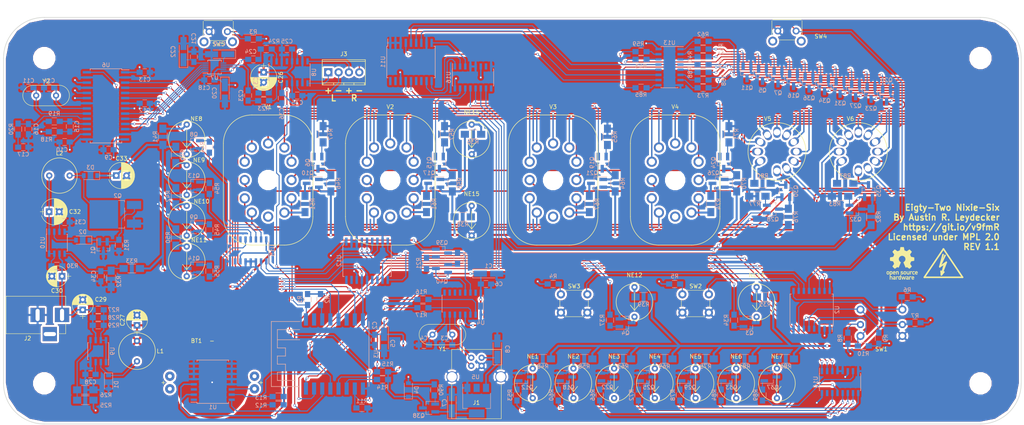
<source format=kicad_pcb>
(kicad_pcb (version 4) (host pcbnew 4.0.5)
  (layers (0 F.Cu signal) (31 B.Cu signal) (34 B.Paste user) (35 F.Paste user) (36 B.SilkS user) (37 F.SilkS user) (38 B.Mask user) (39 F.Mask user) (44 Edge.Cuts user))
  (net 0 "")
  (net 1 "Net-(BT1-Pad1)")
  (net 2 GND)
  (net 3 "Net-(C3-Pad1)")
  (net 4 "Net-(C4-Pad1)")
  (net 5 USB_PWR)
  (net 6 "Net-(C8-Pad1)")
  (net 7 +3V3)
  (net 8 "Net-(C11-Pad1)")
  (net 9 "Net-(C14-Pad1)")
  (net 10 "Net-(C15-Pad1)")
  (net 11 GNDA)
  (net 12 "Net-(C16-Pad1)")
  (net 13 "Net-(C17-Pad1)")
  (net 14 "Net-(C19-Pad1)")
  (net 15 "Net-(C21-Pad1)")
  (net 16 "Net-(C23-Pad1)")
  (net 17 "Net-(C23-Pad2)")
  (net 18 "Net-(C24-Pad1)")
  (net 19 "Net-(C28-Pad1)")
  (net 20 "Net-(C29-Pad1)")
  (net 21 "Net-(C31-Pad1)")
  (net 22 "Net-(C32-Pad1)")
  (net 23 +170V)
  (net 24 "Net-(D1-Pad1)")
  (net 25 "Net-(D2-Pad1)")
  (net 26 "Net-(D2-Pad2)")
  (net 27 "Net-(D3-Pad2)")
  (net 28 "Net-(J1-Pad2)")
  (net 29 "Net-(J1-Pad3)")
  (net 30 "Net-(J2-Pad3)")
  (net 31 "Net-(NE1-Pad1)")
  (net 32 "Net-(NE1-Pad2)")
  (net 33 "Net-(NE2-Pad1)")
  (net 34 "Net-(NE2-Pad2)")
  (net 35 "Net-(NE3-Pad1)")
  (net 36 "Net-(NE3-Pad2)")
  (net 37 "Net-(NE4-Pad1)")
  (net 38 "Net-(NE4-Pad2)")
  (net 39 "Net-(NE5-Pad1)")
  (net 40 "Net-(NE5-Pad2)")
  (net 41 "Net-(NE6-Pad1)")
  (net 42 "Net-(NE6-Pad2)")
  (net 43 "Net-(NE7-Pad1)")
  (net 44 "Net-(NE7-Pad2)")
  (net 45 "Net-(NE8-Pad1)")
  (net 46 "Net-(NE8-Pad2)")
  (net 47 "Net-(NE9-Pad1)")
  (net 48 "Net-(NE9-Pad2)")
  (net 49 "Net-(NE10-Pad1)")
  (net 50 "Net-(NE10-Pad2)")
  (net 51 "Net-(NE11-Pad1)")
  (net 52 "Net-(NE11-Pad2)")
  (net 53 "Net-(NE12-Pad1)")
  (net 54 "Net-(NE12-Pad2)")
  (net 55 "Net-(NE13-Pad1)")
  (net 56 "Net-(NE13-Pad2)")
  (net 57 "Net-(NE14-Pad1)")
  (net 58 "Net-(NE15-Pad1)")
  (net 59 "Net-(Q3-Pad1)")
  (net 60 "Net-(Q4-Pad1)")
  (net 61 "Net-(Q5-Pad1)")
  (net 62 "Net-(Q5-Pad3)")
  (net 63 "Net-(Q6-Pad1)")
  (net 64 "Net-(Q6-Pad2)")
  (net 65 "Net-(Q10-Pad1)")
  (net 66 "Net-(Q7-Pad1)")
  (net 67 "Net-(Q7-Pad3)")
  (net 68 "Net-(Q8-Pad1)")
  (net 69 "Net-(Q9-Pad1)")
  (net 70 "Net-(Q10-Pad3)")
  (net 71 "Net-(Q11-Pad1)")
  (net 72 "Net-(Q11-Pad3)")
  (net 73 "Net-(Q12-Pad1)")
  (net 74 "Net-(Q13-Pad1)")
  (net 75 "Net-(Q14-Pad1)")
  (net 76 "Net-(Q15-Pad1)")
  (net 77 "Net-(Q15-Pad2)")
  (net 78 "Net-(Q15-Pad3)")
  (net 79 "Net-(Q16-Pad1)")
  (net 80 "Net-(Q16-Pad3)")
  (net 81 "Net-(Q17-Pad3)")
  (net 82 "Net-(Q18-Pad1)")
  (net 83 "Net-(Q19-Pad1)")
  (net 84 "Net-(Q19-Pad2)")
  (net 85 "Net-(Q19-Pad3)")
  (net 86 "Net-(Q20-Pad1)")
  (net 87 "Net-(Q20-Pad3)")
  (net 88 "Net-(Q21-Pad3)")
  (net 89 "Net-(Q22-Pad1)")
  (net 90 "Net-(Q23-Pad1)")
  (net 91 "Net-(Q23-Pad3)")
  (net 92 "Net-(Q24-Pad1)")
  (net 93 "Net-(Q24-Pad2)")
  (net 94 "Net-(Q24-Pad3)")
  (net 95 "Net-(Q25-Pad1)")
  (net 96 "Net-(Q26-Pad3)")
  (net 97 "Net-(Q27-Pad1)")
  (net 98 "Net-(Q27-Pad3)")
  (net 99 "Net-(Q28-Pad1)")
  (net 100 "Net-(Q28-Pad2)")
  (net 101 "Net-(Q28-Pad3)")
  (net 102 "Net-(Q29-Pad1)")
  (net 103 "Net-(Q30-Pad3)")
  (net 104 "Net-(Q31-Pad1)")
  (net 105 "Net-(Q31-Pad3)")
  (net 106 "Net-(Q32-Pad1)")
  (net 107 "Net-(Q32-Pad2)")
  (net 108 "Net-(Q32-Pad3)")
  (net 109 "Net-(Q33-Pad1)")
  (net 110 "Net-(Q34-Pad1)")
  (net 111 "Net-(Q34-Pad3)")
  (net 112 "Net-(Q35-Pad3)")
  (net 113 "Net-(Q36-Pad1)")
  (net 114 "Net-(Q36-Pad3)")
  (net 115 "Net-(Q37-Pad1)")
  (net 116 "Net-(R2-Pad1)")
  (net 117 "Net-(R3-Pad2)")
  (net 118 "Net-(R4-Pad2)")
  (net 119 "Net-(R5-Pad2)")
  (net 120 "Net-(R6-Pad2)")
  (net 121 "Net-(R7-Pad2)")
  (net 122 "Net-(R8-Pad2)")
  (net 123 "Net-(R9-Pad2)")
  (net 124 "Net-(R10-Pad2)")
  (net 125 AMP_EN)
  (net 126 SCL)
  (net 127 SDA)
  (net 128 "Net-(R16-Pad1)")
  (net 129 Rx)
  (net 130 "Net-(R17-Pad1)")
  (net 131 Tx)
  (net 132 "Net-(R23-Pad1)")
  (net 133 "Net-(R24-Pad1)")
  (net 134 "Net-(R25-Pad1)")
  (net 135 "Net-(R27-Pad2)")
  (net 136 "Net-(R34-Pad2)")
  (net 137 "Net-(R37-Pad2)")
  (net 138 "Net-(R40-Pad2)")
  (net 139 "Net-(R43-Pad2)")
  (net 140 "Net-(R44-Pad2)")
  (net 141 "Net-(R45-Pad2)")
  (net 142 "Net-(R51-Pad2)")
  (net 143 "Net-(R52-Pad2)")
  (net 144 "Net-(R53-Pad2)")
  (net 145 "Net-(R54-Pad2)")
  (net 146 "Net-(R55-Pad2)")
  (net 147 "Net-(R59-Pad2)")
  (net 148 "Net-(R60-Pad2)")
  (net 149 "Net-(R61-Pad2)")
  (net 150 "Net-(R62-Pad2)")
  (net 151 "Net-(R66-Pad2)")
  (net 152 "Net-(R67-Pad2)")
  (net 153 "Net-(R68-Pad2)")
  (net 154 "Net-(R72-Pad2)")
  (net 155 "Net-(R73-Pad2)")
  (net 156 "Net-(R74-Pad2)")
  (net 157 "Net-(R78-Pad2)")
  (net 158 "Net-(R79-Pad2)")
  (net 159 "Net-(R80-Pad2)")
  (net 160 "Net-(R84-Pad2)")
  (net 161 "Net-(R85-Pad2)")
  (net 162 "Net-(R87-Pad2)")
  (net 163 "Net-(R88-Pad2)")
  (net 164 "Net-(R89-Pad2)")
  (net 165 "Net-(U1-Pad1)")
  (net 166 "Net-(U1-Pad3)")
  (net 167 "Net-(U2-Pad13)")
  (net 168 "Net-(U3-Pad2)")
  (net 169 DREQ)
  (net 170 MOSI)
  (net 171 "Net-(U3-Pad6)")
  (net 172 SCK)
  (net 173 "Net-(U4-Pad9)")
  (net 174 "Net-(U4-Pad10)")
  (net 175 "Net-(U4-Pad11)")
  (net 176 "Net-(U4-Pad12)")
  (net 177 "Net-(U4-Pad15)")
  (net 178 "Net-(U6-Pad9)")
  (net 179 "Net-(U6-Pad10)")
  (net 180 "Net-(U6-Pad11)")
  (net 181 "Net-(U6-Pad12)")
  (net 182 "Net-(U11-Pad4)")
  (net 183 "Net-(U11-Pad5)")
  (net 184 "Net-(U11-Pad6)")
  (net 185 "Net-(U11-Pad7)")
  (net 186 "Net-(U11-Pad9)")
  (net 187 "Net-(U11-Pad10)")
  (net 188 "Net-(U11-Pad11)")
  (net 189 "Net-(U11-Pad12)")
  (net 190 "Net-(U11-Pad13)")
  (net 191 "Net-(U12-Pad6)")
  (net 192 "Net-(U12-Pad7)")
  (net 193 "Net-(U12-Pad9)")
  (net 194 "Net-(U12-Pad10)")
  (net 195 "Net-(U12-Pad11)")
  (net 196 "Net-(U12-Pad12)")
  (net 197 "Net-(U12-Pad13)")
  (net 198 "Net-(U14-Pad15)")
  (net 199 "Net-(U15-Pad7)")
  (net 200 "Net-(U15-Pad9)")
  (net 201 "Net-(U15-Pad10)")
  (net 202 "Net-(U15-Pad11)")
  (net 203 "Net-(U16-Pad7)")
  (net 204 "Net-(U16-Pad9)")
  (net 205 "Net-(C34-Pad1)")
  (net 206 "Net-(C24-Pad2)")
  (net 207 "Net-(C37-Pad1)")
  (net 208 "Net-(J3-Pad4)")
  (net 209 "Net-(J3-Pad1)")
  (net 210 "Net-(J3-Pad2)")
  (net 211 "Net-(J3-Pad3)")
  (net 212 "Net-(U8-Pad12)")
  (net 213 "Net-(C7-Pad1)")
  (net 214 "Net-(Q38-Pad1)")
  (net 215 "Net-(R14-Pad2)")
  (net 216 "Net-(Q39-Pad1)")
  (net 217 RESET)
  (net 218 RTS)
  (net 219 "Net-(Q40-Pad1)")
  (net 220 GPIO0)
  (net 221 DTR)
  (module Crystals:Crystal_HC49-4H_Vertical (layer F.Cu) (at 33.02 69.215)
    (fp_text reference Y2 (at 2.44 -3.525) (layer F.SilkS))
    (fp_text value 12MHz)
    (pad 1 thru_hole circle (at 0 0) (size 1.5 1.5) (drill 0.8) (layers *.Cu *.Mask) (net 8 "Net-(C11-Pad1)"))
    (pad 2 thru_hole circle (at 4.88 0) (size 1.5 1.5) (drill 0.8) (layers *.Cu *.Mask) (net 9 "Net-(C14-Pad1)"))
  )
  (module clock_footprints:Linx_Battery_Holder (layer F.Cu) (at 76.2508 139.7508)
    (fp_text reference BT1 (at -3.8608 -10.2108) (layer F.SilkS))
    (fp_text value CR2032)
    (fp_text user - (at -0.0508 -10.2108) (layer F.SilkS))
    (fp_text user + (at -12 0) (layer F.SilkS))
    (fp_text user + (at 12 0) (layer F.SilkS))
    (pad 1 thru_hole circle (at -10.4 -1.5) (size 2.3 2.3) (drill 1) (layers *.Cu *.Mask) (net 1 "Net-(BT1-Pad1)"))
    (pad 1 thru_hole circle (at -10.4 1.6) (size 2.3 2.3) (drill 1) (layers *.Cu *.Mask) (net 1 "Net-(BT1-Pad1)"))
    (pad 1 thru_hole circle (at 10.4 -1.5) (size 2.3 2.3) (drill 1) (layers *.Cu *.Mask) (net 1 "Net-(BT1-Pad1)"))
    (pad 1 thru_hole circle (at 10.4 1.6) (size 2.3 2.3) (drill 1) (layers *.Cu *.Mask) (net 1 "Net-(BT1-Pad1)"))
    (pad 2 smd circle (at 0 0) (size 17.8 17.8) (layers F.Cu F.Mask) (net 2 GND))
  )
  (module Housings_SOIC:SOIC-28W_7.5x17.9mm_Pitch1.27mm (layer B.Cu) (at 50.165 71.755 180)
    (fp_text reference U6 (at 0 10.05 180) (layer B.SilkS) (effects (justify mirror)))
    (fp_text value STA013)
    (pad 1 smd rect (at -4.7 8.255 180) (size 2 0.6) (layers B.Cu B.Paste B.Mask) (net 7 +3V3))
    (pad 2 smd rect (at -4.7 6.985 180) (size 2 0.6) (layers B.Cu B.Paste B.Mask) (net 2 GND))
    (pad 3 smd rect (at -4.7 5.715 180) (size 2 0.6) (layers B.Cu B.Paste B.Mask) (net 127 SDA))
    (pad 4 smd rect (at -4.7 4.445 180) (size 2 0.6) (layers B.Cu B.Paste B.Mask) (net 126 SCL))
    (pad 5 smd rect (at -4.7 3.175 180) (size 2 0.6) (layers B.Cu B.Paste B.Mask) (net 170 MOSI))
    (pad 6 smd rect (at -4.7 1.905 180) (size 2 0.6) (layers B.Cu B.Paste B.Mask) (net 172 SCK))
    (pad 7 smd rect (at -4.7 0.635 180) (size 2 0.6) (layers B.Cu B.Paste B.Mask) (net 7 +3V3))
    (pad 8 smd rect (at -4.7 -0.635 180) (size 2 0.6) (layers B.Cu B.Paste B.Mask) (net 7 +3V3))
    (pad 9 smd rect (at -4.7 -1.905 180) (size 2 0.6) (layers B.Cu B.Paste B.Mask) (net 178 "Net-(U6-Pad9)"))
    (pad 10 smd rect (at -4.7 -3.175 180) (size 2 0.6) (layers B.Cu B.Paste B.Mask) (net 179 "Net-(U6-Pad10)"))
    (pad 11 smd rect (at -4.7 -4.445 180) (size 2 0.6) (layers B.Cu B.Paste B.Mask) (net 180 "Net-(U6-Pad11)"))
    (pad 12 smd rect (at -4.7 -5.715 180) (size 2 0.6) (layers B.Cu B.Paste B.Mask) (net 181 "Net-(U6-Pad12)"))
    (pad 13 smd rect (at -4.7 -6.985 180) (size 2 0.6) (layers B.Cu B.Paste B.Mask) (net 2 GND))
    (pad 14 smd rect (at -4.7 -8.255 180) (size 2 0.6) (layers B.Cu B.Paste B.Mask) (net 7 +3V3))
    (pad 15 smd rect (at 4.7 -8.255 180) (size 2 0.6) (layers B.Cu B.Paste B.Mask) (net 2 GND))
    (pad 16 smd rect (at 4.7 -6.985 180) (size 2 0.6) (layers B.Cu B.Paste B.Mask) (net 7 +3V3))
    (pad 17 smd rect (at 4.7 -5.715 180) (size 2 0.6) (layers B.Cu B.Paste B.Mask) (net 10 "Net-(C15-Pad1)"))
    (pad 18 smd rect (at 4.7 -4.445 180) (size 2 0.6) (layers B.Cu B.Paste B.Mask) (net 11 GNDA))
    (pad 19 smd rect (at 4.7 -3.175 180) (size 2 0.6) (layers B.Cu B.Paste B.Mask) (net 12 "Net-(C16-Pad1)"))
    (pad 20 smd rect (at 4.7 -1.905 180) (size 2 0.6) (layers B.Cu B.Paste B.Mask) (net 8 "Net-(C11-Pad1)"))
    (pad 21 smd rect (at 4.7 -0.635 180) (size 2 0.6) (layers B.Cu B.Paste B.Mask) (net 9 "Net-(C14-Pad1)"))
    (pad 22 smd rect (at 4.7 0.635 180) (size 2 0.6) (layers B.Cu B.Paste B.Mask) (net 2 GND))
    (pad 23 smd rect (at 4.7 1.905 180) (size 2 0.6) (layers B.Cu B.Paste B.Mask) (net 7 +3V3))
    (pad 24 smd rect (at 4.7 3.175 180) (size 2 0.6) (layers B.Cu B.Paste B.Mask) (net 7 +3V3))
    (pad 25 smd rect (at 4.7 4.445 180) (size 2 0.6) (layers B.Cu B.Paste B.Mask) (net 2 GND))
    (pad 26 smd rect (at 4.7 5.715 180) (size 2 0.6) (layers B.Cu B.Paste B.Mask) (net 7 +3V3))
    (pad 27 smd rect (at 4.7 6.985 180) (size 2 0.6) (layers B.Cu B.Paste B.Mask) (net 2 GND))
    (pad 28 smd rect (at 4.7 8.255 180) (size 2 0.6) (layers B.Cu B.Paste B.Mask) (net 169 DREQ))
  )
  (module Housings_SOIC:SOIC-16W_7.5x10.3mm_Pitch1.27mm (layer B.Cu) (at 76.4032 139.5984)
    (fp_text reference U1 (at 0 6.25) (layer B.SilkS) (effects (justify mirror)))
    (fp_text value DS3231)
    (pad 1 smd rect (at -4.65 4.445) (size 1.5 0.6) (layers B.Cu B.Paste B.Mask) (net 165 "Net-(U1-Pad1)"))
    (pad 2 smd rect (at -4.65 3.175) (size 1.5 0.6) (layers B.Cu B.Paste B.Mask) (net 5 USB_PWR))
    (pad 3 smd rect (at -4.65 1.905) (size 1.5 0.6) (layers B.Cu B.Paste B.Mask) (net 166 "Net-(U1-Pad3)"))
    (pad 4 smd rect (at -4.65 0.635) (size 1.5 0.6) (layers B.Cu B.Paste B.Mask) (net 5 USB_PWR))
    (pad 5 smd rect (at -4.65 -0.635) (size 1.5 0.6) (layers B.Cu B.Paste B.Mask) (net 2 GND))
    (pad 6 smd rect (at -4.65 -1.905) (size 1.5 0.6) (layers B.Cu B.Paste B.Mask) (net 2 GND))
    (pad 7 smd rect (at -4.65 -3.175) (size 1.5 0.6) (layers B.Cu B.Paste B.Mask) (net 2 GND))
    (pad 8 smd rect (at -4.65 -4.445) (size 1.5 0.6) (layers B.Cu B.Paste B.Mask) (net 2 GND))
    (pad 9 smd rect (at 4.65 -4.445) (size 1.5 0.6) (layers B.Cu B.Paste B.Mask) (net 2 GND))
    (pad 10 smd rect (at 4.65 -3.175) (size 1.5 0.6) (layers B.Cu B.Paste B.Mask) (net 2 GND))
    (pad 11 smd rect (at 4.65 -1.905) (size 1.5 0.6) (layers B.Cu B.Paste B.Mask) (net 2 GND))
    (pad 12 smd rect (at 4.65 -0.635) (size 1.5 0.6) (layers B.Cu B.Paste B.Mask) (net 2 GND))
    (pad 13 smd rect (at 4.65 0.635) (size 1.5 0.6) (layers B.Cu B.Paste B.Mask) (net 2 GND))
    (pad 14 smd rect (at 4.65 1.905) (size 1.5 0.6) (layers B.Cu B.Paste B.Mask) (net 1 "Net-(BT1-Pad1)"))
    (pad 15 smd rect (at 4.65 3.175) (size 1.5 0.6) (layers B.Cu B.Paste B.Mask) (net 127 SDA))
    (pad 16 smd rect (at 4.65 4.445) (size 1.5 0.6) (layers B.Cu B.Paste B.Mask) (net 126 SCL))
  )
  (module clock_footprints:IN-12 (layer F.Cu) (at 160 90)
    (fp_text reference V3 (at 0 -18) (layer F.SilkS))
    (fp_text value IN-12)
    (pad 5 thru_hole circle (at 4 -8) (size 2.5 2.5) (drill 1.6) (layers *.Cu *.Mask) (net 105 "Net-(Q31-Pad3)"))
    (pad 4 thru_hole circle (at 5.75 -4.5) (size 2.5 2.5) (drill 1.6) (layers *.Cu *.Mask) (net 111 "Net-(Q34-Pad3)"))
    (pad 3 thru_hole circle (at 5.75 0) (size 2.5 2.5) (drill 1.6) (layers *.Cu *.Mask) (net 114 "Net-(Q36-Pad3)"))
    (pad 2 thru_hole circle (at 5.75 4.5) (size 2.5 2.5) (drill 1.6) (layers *.Cu *.Mask) (net 62 "Net-(Q5-Pad3)"))
    (pad 1 thru_hole circle (at 4 8) (size 2.5 2.5) (drill 1.6) (layers *.Cu *.Mask) (net 152 "Net-(R67-Pad2)"))
    (pad 12 thru_hole circle (at 0 9) (size 2.5 2.5) (drill 1.6) (layers *.Cu *.Mask))
    (pad 11 thru_hole circle (at -4 8) (size 2.5 2.5) (drill 1.6) (layers *.Cu *.Mask) (net 67 "Net-(Q7-Pad3)"))
    (pad 10 thru_hole circle (at -5.75 4.5) (size 2.5 2.5) (drill 1.6) (layers *.Cu *.Mask) (net 72 "Net-(Q11-Pad3)"))
    (pad 9 thru_hole circle (at -5.75 0) (size 2.5 2.5) (drill 1.6) (layers *.Cu *.Mask) (net 80 "Net-(Q16-Pad3)"))
    (pad 8 thru_hole circle (at -5.75 -4.5) (size 2.5 2.5) (drill 1.6) (layers *.Cu *.Mask) (net 87 "Net-(Q20-Pad3)"))
    (pad 7 thru_hole circle (at -4 -8) (size 2.5 2.5) (drill 1.6) (layers *.Cu *.Mask) (net 91 "Net-(Q23-Pad3)"))
    (pad 6 thru_hole circle (at 0 -9) (size 2.5 2.5) (drill 1.6) (layers *.Cu *.Mask) (net 98 "Net-(Q27-Pad3)"))
    (pad "" np_thru_hole circle (at 0 0) (size 4 4) (drill 4) (layers *.Cu))
  )
  (module TO_SOT_Packages_SMD:SOT-223 (layer B.Cu) (at 141.224 144.272 270)
    (fp_text reference U5 (at -5.842 0.254 360) (layer B.SilkS) (effects (justify mirror)))
    (fp_text value LM1117-3.3)
    (pad 4 smd rect (at 3.15 0 270) (size 2 3.8) (layers B.Cu B.Paste B.Mask) (net 213 "Net-(C7-Pad1)"))
    (pad 2 smd rect (at -3.15 0 270) (size 2 1.5) (layers B.Cu B.Paste B.Mask) (net 213 "Net-(C7-Pad1)"))
    (pad 3 smd rect (at -3.15 -2.3 270) (size 2 1.5) (layers B.Cu B.Paste B.Mask) (net 6 "Net-(C8-Pad1)"))
    (pad 1 smd rect (at -3.15 2.3 270) (size 2 1.5) (layers B.Cu B.Paste B.Mask) (net 2 GND))
  )
  (module clock_footprints:IN-12 (layer F.Cu) (at 120 90)
    (fp_text reference V2 (at 0 -18) (layer F.SilkS))
    (fp_text value IN-12)
    (pad 5 thru_hole circle (at 4 -8) (size 2.5 2.5) (drill 1.6) (layers *.Cu *.Mask) (net 105 "Net-(Q31-Pad3)"))
    (pad 4 thru_hole circle (at 5.75 -4.5) (size 2.5 2.5) (drill 1.6) (layers *.Cu *.Mask) (net 111 "Net-(Q34-Pad3)"))
    (pad 3 thru_hole circle (at 5.75 0) (size 2.5 2.5) (drill 1.6) (layers *.Cu *.Mask) (net 114 "Net-(Q36-Pad3)"))
    (pad 2 thru_hole circle (at 5.75 4.5) (size 2.5 2.5) (drill 1.6) (layers *.Cu *.Mask) (net 62 "Net-(Q5-Pad3)"))
    (pad 1 thru_hole circle (at 4 8) (size 2.5 2.5) (drill 1.6) (layers *.Cu *.Mask) (net 149 "Net-(R61-Pad2)"))
    (pad 12 thru_hole circle (at 0 9) (size 2.5 2.5) (drill 1.6) (layers *.Cu *.Mask))
    (pad 11 thru_hole circle (at -4 8) (size 2.5 2.5) (drill 1.6) (layers *.Cu *.Mask) (net 67 "Net-(Q7-Pad3)"))
    (pad 10 thru_hole circle (at -5.75 4.5) (size 2.5 2.5) (drill 1.6) (layers *.Cu *.Mask) (net 72 "Net-(Q11-Pad3)"))
    (pad 9 thru_hole circle (at -5.75 0) (size 2.5 2.5) (drill 1.6) (layers *.Cu *.Mask) (net 80 "Net-(Q16-Pad3)"))
    (pad 8 thru_hole circle (at -5.75 -4.5) (size 2.5 2.5) (drill 1.6) (layers *.Cu *.Mask) (net 87 "Net-(Q20-Pad3)"))
    (pad 7 thru_hole circle (at -4 -8) (size 2.5 2.5) (drill 1.6) (layers *.Cu *.Mask) (net 91 "Net-(Q23-Pad3)"))
    (pad 6 thru_hole circle (at 0 -9) (size 2.5 2.5) (drill 1.6) (layers *.Cu *.Mask) (net 98 "Net-(Q27-Pad3)"))
    (pad "" np_thru_hole circle (at 0 0) (size 4 4) (drill 4) (layers *.Cu))
  )
  (module clock_footprints:IN-12 (layer F.Cu) (at 90 90)
    (fp_text reference V1 (at 0 -18) (layer F.SilkS))
    (fp_text value IN-12)
    (pad 5 thru_hole circle (at 4 -8) (size 2.5 2.5) (drill 1.6) (layers *.Cu *.Mask) (net 105 "Net-(Q31-Pad3)"))
    (pad 4 thru_hole circle (at 5.75 -4.5) (size 2.5 2.5) (drill 1.6) (layers *.Cu *.Mask) (net 111 "Net-(Q34-Pad3)"))
    (pad 3 thru_hole circle (at 5.75 0) (size 2.5 2.5) (drill 1.6) (layers *.Cu *.Mask) (net 114 "Net-(Q36-Pad3)"))
    (pad 2 thru_hole circle (at 5.75 4.5) (size 2.5 2.5) (drill 1.6) (layers *.Cu *.Mask) (net 62 "Net-(Q5-Pad3)"))
    (pad 1 thru_hole circle (at 4 8) (size 2.5 2.5) (drill 1.6) (layers *.Cu *.Mask) (net 142 "Net-(R51-Pad2)"))
    (pad 12 thru_hole circle (at 0 9) (size 2.5 2.5) (drill 1.6) (layers *.Cu *.Mask))
    (pad 11 thru_hole circle (at -4 8) (size 2.5 2.5) (drill 1.6) (layers *.Cu *.Mask) (net 67 "Net-(Q7-Pad3)"))
    (pad 10 thru_hole circle (at -5.75 4.5) (size 2.5 2.5) (drill 1.6) (layers *.Cu *.Mask) (net 72 "Net-(Q11-Pad3)"))
    (pad 9 thru_hole circle (at -5.75 0) (size 2.5 2.5) (drill 1.6) (layers *.Cu *.Mask) (net 80 "Net-(Q16-Pad3)"))
    (pad 8 thru_hole circle (at -5.75 -4.5) (size 2.5 2.5) (drill 1.6) (layers *.Cu *.Mask) (net 87 "Net-(Q20-Pad3)"))
    (pad 7 thru_hole circle (at -4 -8) (size 2.5 2.5) (drill 1.6) (layers *.Cu *.Mask) (net 91 "Net-(Q23-Pad3)"))
    (pad 6 thru_hole circle (at 0 -9) (size 2.5 2.5) (drill 1.6) (layers *.Cu *.Mask) (net 98 "Net-(Q27-Pad3)"))
    (pad "" np_thru_hole circle (at 0 0) (size 4 4) (drill 4) (layers *.Cu))
  )
  (module Housings_SOIC:SOIC-16_3.9x9.9mm_Pitch1.27mm (layer B.Cu) (at 140.335 64.77 270)
    (fp_text reference U16 (at 0 6 270) (layer B.SilkS) (effects (justify mirror)))
    (fp_text value 74HC238)
    (pad 1 smd rect (at -2.7 4.445 270) (size 1.5 0.6) (layers B.Cu B.Paste B.Mask) (net 188 "Net-(U11-Pad11)"))
    (pad 2 smd rect (at -2.7 3.175 270) (size 1.5 0.6) (layers B.Cu B.Paste B.Mask) (net 187 "Net-(U11-Pad10)"))
    (pad 3 smd rect (at -2.7 1.905 270) (size 1.5 0.6) (layers B.Cu B.Paste B.Mask) (net 186 "Net-(U11-Pad9)"))
    (pad 4 smd rect (at -2.7 0.635 270) (size 1.5 0.6) (layers B.Cu B.Paste B.Mask) (net 2 GND))
    (pad 5 smd rect (at -2.7 -0.635 270) (size 1.5 0.6) (layers B.Cu B.Paste B.Mask) (net 2 GND))
    (pad 6 smd rect (at -2.7 -1.905 270) (size 1.5 0.6) (layers B.Cu B.Paste B.Mask) (net 7 +3V3))
    (pad 7 smd rect (at -2.7 -3.175 270) (size 1.5 0.6) (layers B.Cu B.Paste B.Mask) (net 203 "Net-(U16-Pad7)"))
    (pad 8 smd rect (at -2.7 -4.445 270) (size 1.5 0.6) (layers B.Cu B.Paste B.Mask) (net 2 GND))
    (pad 9 smd rect (at 2.7 -4.445 270) (size 1.5 0.6) (layers B.Cu B.Paste B.Mask) (net 204 "Net-(U16-Pad9)"))
    (pad 10 smd rect (at 2.7 -3.175 270) (size 1.5 0.6) (layers B.Cu B.Paste B.Mask) (net 106 "Net-(Q32-Pad1)"))
    (pad 11 smd rect (at 2.7 -1.905 270) (size 1.5 0.6) (layers B.Cu B.Paste B.Mask) (net 99 "Net-(Q28-Pad1)"))
    (pad 12 smd rect (at 2.7 -0.635 270) (size 1.5 0.6) (layers B.Cu B.Paste B.Mask) (net 92 "Net-(Q24-Pad1)"))
    (pad 13 smd rect (at 2.7 0.635 270) (size 1.5 0.6) (layers B.Cu B.Paste B.Mask) (net 83 "Net-(Q19-Pad1)"))
    (pad 14 smd rect (at 2.7 1.905 270) (size 1.5 0.6) (layers B.Cu B.Paste B.Mask) (net 76 "Net-(Q15-Pad1)"))
    (pad 15 smd rect (at 2.7 3.175 270) (size 1.5 0.6) (layers B.Cu B.Paste B.Mask) (net 63 "Net-(Q6-Pad1)"))
    (pad 16 smd rect (at 2.7 4.445 270) (size 1.5 0.6) (layers B.Cu B.Paste B.Mask) (net 7 +3V3))
  )
  (module Housings_SOIC:SOIC-16_3.9x9.9mm_Pitch1.27mm (layer B.Cu) (at 85.09 107.315 90)
    (fp_text reference U15 (at 0 6 90) (layer B.SilkS) (effects (justify mirror)))
    (fp_text value 74HC238)
    (pad 1 smd rect (at -2.7 4.445 90) (size 1.5 0.6) (layers B.Cu B.Paste B.Mask) (net 191 "Net-(U12-Pad6)"))
    (pad 2 smd rect (at -2.7 3.175 90) (size 1.5 0.6) (layers B.Cu B.Paste B.Mask) (net 192 "Net-(U12-Pad7)"))
    (pad 3 smd rect (at -2.7 1.905 90) (size 1.5 0.6) (layers B.Cu B.Paste B.Mask) (net 2 GND))
    (pad 4 smd rect (at -2.7 0.635 90) (size 1.5 0.6) (layers B.Cu B.Paste B.Mask) (net 2 GND))
    (pad 5 smd rect (at -2.7 -0.635 90) (size 1.5 0.6) (layers B.Cu B.Paste B.Mask) (net 2 GND))
    (pad 6 smd rect (at -2.7 -1.905 90) (size 1.5 0.6) (layers B.Cu B.Paste B.Mask) (net 7 +3V3))
    (pad 7 smd rect (at -2.7 -3.175 90) (size 1.5 0.6) (layers B.Cu B.Paste B.Mask) (net 199 "Net-(U15-Pad7)"))
    (pad 8 smd rect (at -2.7 -4.445 90) (size 1.5 0.6) (layers B.Cu B.Paste B.Mask) (net 2 GND))
    (pad 9 smd rect (at 2.7 -4.445 90) (size 1.5 0.6) (layers B.Cu B.Paste B.Mask) (net 200 "Net-(U15-Pad9)"))
    (pad 10 smd rect (at 2.7 -3.175 90) (size 1.5 0.6) (layers B.Cu B.Paste B.Mask) (net 201 "Net-(U15-Pad10)"))
    (pad 11 smd rect (at 2.7 -1.905 90) (size 1.5 0.6) (layers B.Cu B.Paste B.Mask) (net 202 "Net-(U15-Pad11)"))
    (pad 12 smd rect (at 2.7 -0.635 90) (size 1.5 0.6) (layers B.Cu B.Paste B.Mask) (net 146 "Net-(R55-Pad2)"))
    (pad 13 smd rect (at 2.7 0.635 90) (size 1.5 0.6) (layers B.Cu B.Paste B.Mask) (net 141 "Net-(R45-Pad2)"))
    (pad 14 smd rect (at 2.7 1.905 90) (size 1.5 0.6) (layers B.Cu B.Paste B.Mask) (net 145 "Net-(R54-Pad2)"))
    (pad 15 smd rect (at 2.7 3.175 90) (size 1.5 0.6) (layers B.Cu B.Paste B.Mask) (net 140 "Net-(R44-Pad2)"))
    (pad 16 smd rect (at 2.7 4.445 90) (size 1.5 0.6) (layers B.Cu B.Paste B.Mask) (net 7 +3V3))
  )
  (module Housings_SOIC:SOIC-16_3.9x9.9mm_Pitch1.27mm (layer B.Cu) (at 230.505 139.7 270)
    (fp_text reference U14 (at 0 6 270) (layer B.SilkS) (effects (justify mirror)))
    (fp_text value 74HC238)
    (pad 1 smd rect (at -2.7 4.445 270) (size 1.5 0.6) (layers B.Cu B.Paste B.Mask) (net 193 "Net-(U12-Pad9)"))
    (pad 2 smd rect (at -2.7 3.175 270) (size 1.5 0.6) (layers B.Cu B.Paste B.Mask) (net 194 "Net-(U12-Pad10)"))
    (pad 3 smd rect (at -2.7 1.905 270) (size 1.5 0.6) (layers B.Cu B.Paste B.Mask) (net 195 "Net-(U12-Pad11)"))
    (pad 4 smd rect (at -2.7 0.635 270) (size 1.5 0.6) (layers B.Cu B.Paste B.Mask) (net 2 GND))
    (pad 5 smd rect (at -2.7 -0.635 270) (size 1.5 0.6) (layers B.Cu B.Paste B.Mask) (net 2 GND))
    (pad 6 smd rect (at -2.7 -1.905 270) (size 1.5 0.6) (layers B.Cu B.Paste B.Mask) (net 7 +3V3))
    (pad 7 smd rect (at -2.7 -3.175 270) (size 1.5 0.6) (layers B.Cu B.Paste B.Mask) (net 164 "Net-(R89-Pad2)"))
    (pad 8 smd rect (at -2.7 -4.445 270) (size 1.5 0.6) (layers B.Cu B.Paste B.Mask) (net 2 GND))
    (pad 9 smd rect (at 2.7 -4.445 270) (size 1.5 0.6) (layers B.Cu B.Paste B.Mask) (net 160 "Net-(R84-Pad2)"))
    (pad 10 smd rect (at 2.7 -3.175 270) (size 1.5 0.6) (layers B.Cu B.Paste B.Mask) (net 157 "Net-(R78-Pad2)"))
    (pad 11 smd rect (at 2.7 -1.905 270) (size 1.5 0.6) (layers B.Cu B.Paste B.Mask) (net 154 "Net-(R72-Pad2)"))
    (pad 12 smd rect (at 2.7 -0.635 270) (size 1.5 0.6) (layers B.Cu B.Paste B.Mask) (net 151 "Net-(R66-Pad2)"))
    (pad 13 smd rect (at 2.7 0.635 270) (size 1.5 0.6) (layers B.Cu B.Paste B.Mask) (net 148 "Net-(R60-Pad2)"))
    (pad 14 smd rect (at 2.7 1.905 270) (size 1.5 0.6) (layers B.Cu B.Paste B.Mask) (net 144 "Net-(R53-Pad2)"))
    (pad 15 smd rect (at 2.7 3.175 270) (size 1.5 0.6) (layers B.Cu B.Paste B.Mask) (net 198 "Net-(U14-Pad15)"))
    (pad 16 smd rect (at 2.7 4.445 270) (size 1.5 0.6) (layers B.Cu B.Paste B.Mask) (net 7 +3V3))
  )
  (module Housings_SOIC:SOIC-16_3.9x9.9mm_Pitch1.27mm (layer B.Cu) (at 188.595 62.23 180)
    (fp_text reference U13 (at 0 6 180) (layer B.SilkS) (effects (justify mirror)))
    (fp_text value CD4028B)
    (pad 1 smd rect (at -2.7 4.445 180) (size 1.5 0.6) (layers B.Cu B.Paste B.Mask) (net 150 "Net-(R62-Pad2)"))
    (pad 2 smd rect (at -2.7 3.175 180) (size 1.5 0.6) (layers B.Cu B.Paste B.Mask) (net 143 "Net-(R52-Pad2)"))
    (pad 3 smd rect (at -2.7 1.905 180) (size 1.5 0.6) (layers B.Cu B.Paste B.Mask) (net 138 "Net-(R40-Pad2)"))
    (pad 4 smd rect (at -2.7 0.635 180) (size 1.5 0.6) (layers B.Cu B.Paste B.Mask) (net 158 "Net-(R79-Pad2)"))
    (pad 5 smd rect (at -2.7 -0.635 180) (size 1.5 0.6) (layers B.Cu B.Paste B.Mask) (net 163 "Net-(R88-Pad2)"))
    (pad 6 smd rect (at -2.7 -1.905 180) (size 1.5 0.6) (layers B.Cu B.Paste B.Mask) (net 153 "Net-(R68-Pad2)"))
    (pad 7 smd rect (at -2.7 -3.175 180) (size 1.5 0.6) (layers B.Cu B.Paste B.Mask) (net 155 "Net-(R73-Pad2)"))
    (pad 8 smd rect (at -2.7 -4.445 180) (size 1.5 0.6) (layers B.Cu B.Paste B.Mask) (net 2 GND))
    (pad 9 smd rect (at 2.7 -4.445 180) (size 1.5 0.6) (layers B.Cu B.Paste B.Mask) (net 161 "Net-(R85-Pad2)"))
    (pad 10 smd rect (at 2.7 -3.175 180) (size 1.5 0.6) (layers B.Cu B.Paste B.Mask) (net 182 "Net-(U11-Pad4)"))
    (pad 11 smd rect (at 2.7 -1.905 180) (size 1.5 0.6) (layers B.Cu B.Paste B.Mask) (net 185 "Net-(U11-Pad7)"))
    (pad 12 smd rect (at 2.7 -0.635 180) (size 1.5 0.6) (layers B.Cu B.Paste B.Mask) (net 184 "Net-(U11-Pad6)"))
    (pad 13 smd rect (at 2.7 0.635 180) (size 1.5 0.6) (layers B.Cu B.Paste B.Mask) (net 183 "Net-(U11-Pad5)"))
    (pad 14 smd rect (at 2.7 1.905 180) (size 1.5 0.6) (layers B.Cu B.Paste B.Mask) (net 139 "Net-(R43-Pad2)"))
    (pad 15 smd rect (at 2.7 3.175 180) (size 1.5 0.6) (layers B.Cu B.Paste B.Mask) (net 147 "Net-(R59-Pad2)"))
    (pad 16 smd rect (at 2.7 4.445 180) (size 1.5 0.6) (layers B.Cu B.Paste B.Mask) (net 7 +3V3))
  )
  (module Housings_SOIC:SOIC-18W_7.5x11.6mm_Pitch1.27mm (layer B.Cu) (at 114.3 109.855 270)
    (fp_text reference U12 (at 0 6.875 270) (layer B.SilkS) (effects (justify mirror)))
    (fp_text value PCF8574)
    (pad 1 smd rect (at -4.7 5.08 270) (size 2 0.6) (layers B.Cu B.Paste B.Mask) (net 7 +3V3))
    (pad 2 smd rect (at -4.7 3.81 270) (size 2 0.6) (layers B.Cu B.Paste B.Mask) (net 2 GND))
    (pad 3 smd rect (at -4.7 2.54 270) (size 2 0.6) (layers B.Cu B.Paste B.Mask) (net 2 GND))
    (pad 4 smd rect (at -4.7 1.27 270) (size 2 0.6) (layers B.Cu B.Paste B.Mask) (net 136 "Net-(R34-Pad2)"))
    (pad 5 smd rect (at -4.7 0 270) (size 2 0.6) (layers B.Cu B.Paste B.Mask) (net 137 "Net-(R37-Pad2)"))
    (pad 6 smd rect (at -4.7 -1.27 270) (size 2 0.6) (layers B.Cu B.Paste B.Mask) (net 191 "Net-(U12-Pad6)"))
    (pad 7 smd rect (at -4.7 -2.54 270) (size 2 0.6) (layers B.Cu B.Paste B.Mask) (net 192 "Net-(U12-Pad7)"))
    (pad 8 smd rect (at -4.7 -3.81 270) (size 2 0.6) (layers B.Cu B.Paste B.Mask) (net 2 GND))
    (pad 9 smd rect (at -4.7 -5.08 270) (size 2 0.6) (layers B.Cu B.Paste B.Mask) (net 193 "Net-(U12-Pad9)"))
    (pad 10 smd rect (at 4.7 -5.08 270) (size 2 0.6) (layers B.Cu B.Paste B.Mask) (net 194 "Net-(U12-Pad10)"))
    (pad 11 smd rect (at 4.7 -3.81 270) (size 2 0.6) (layers B.Cu B.Paste B.Mask) (net 195 "Net-(U12-Pad11)"))
    (pad 12 smd rect (at 4.7 -2.54 270) (size 2 0.6) (layers B.Cu B.Paste B.Mask) (net 196 "Net-(U12-Pad12)"))
    (pad 13 smd rect (at 4.7 -1.27 270) (size 2 0.6) (layers B.Cu B.Paste B.Mask) (net 197 "Net-(U12-Pad13)"))
    (pad 14 smd rect (at 4.7 0 270) (size 2 0.6) (layers B.Cu B.Paste B.Mask) (net 126 SCL))
    (pad 15 smd rect (at 4.7 1.27 270) (size 2 0.6) (layers B.Cu B.Paste B.Mask) (net 127 SDA))
    (pad 16 smd rect (at 4.7 2.54 270) (size 2 0.6) (layers B.Cu B.Paste B.Mask) (net 7 +3V3))
    (pad 17 smd rect (at 4.7 3.81 270) (size 2 0.6) (layers B.Cu B.Paste B.Mask))
    (pad 18 smd rect (at 4.7 5.08 270) (size 2 0.6) (layers B.Cu B.Paste B.Mask))
  )
  (module Housings_SOIC:SOIC-18W_7.5x11.6mm_Pitch1.27mm (layer B.Cu) (at 125.095 60.96 270)
    (fp_text reference U11 (at 0 6.875 270) (layer B.SilkS) (effects (justify mirror)))
    (fp_text value PCF8574)
    (pad 1 smd rect (at -4.7 5.08 270) (size 2 0.6) (layers B.Cu B.Paste B.Mask) (net 2 GND))
    (pad 2 smd rect (at -4.7 3.81 270) (size 2 0.6) (layers B.Cu B.Paste B.Mask) (net 2 GND))
    (pad 3 smd rect (at -4.7 2.54 270) (size 2 0.6) (layers B.Cu B.Paste B.Mask) (net 2 GND))
    (pad 4 smd rect (at -4.7 1.27 270) (size 2 0.6) (layers B.Cu B.Paste B.Mask) (net 182 "Net-(U11-Pad4)"))
    (pad 5 smd rect (at -4.7 0 270) (size 2 0.6) (layers B.Cu B.Paste B.Mask) (net 183 "Net-(U11-Pad5)"))
    (pad 6 smd rect (at -4.7 -1.27 270) (size 2 0.6) (layers B.Cu B.Paste B.Mask) (net 184 "Net-(U11-Pad6)"))
    (pad 7 smd rect (at -4.7 -2.54 270) (size 2 0.6) (layers B.Cu B.Paste B.Mask) (net 185 "Net-(U11-Pad7)"))
    (pad 8 smd rect (at -4.7 -3.81 270) (size 2 0.6) (layers B.Cu B.Paste B.Mask) (net 2 GND))
    (pad 9 smd rect (at -4.7 -5.08 270) (size 2 0.6) (layers B.Cu B.Paste B.Mask) (net 186 "Net-(U11-Pad9)"))
    (pad 10 smd rect (at 4.7 -5.08 270) (size 2 0.6) (layers B.Cu B.Paste B.Mask) (net 187 "Net-(U11-Pad10)"))
    (pad 11 smd rect (at 4.7 -3.81 270) (size 2 0.6) (layers B.Cu B.Paste B.Mask) (net 188 "Net-(U11-Pad11)"))
    (pad 12 smd rect (at 4.7 -2.54 270) (size 2 0.6) (layers B.Cu B.Paste B.Mask) (net 189 "Net-(U11-Pad12)"))
    (pad 13 smd rect (at 4.7 -1.27 270) (size 2 0.6) (layers B.Cu B.Paste B.Mask) (net 190 "Net-(U11-Pad13)"))
    (pad 14 smd rect (at 4.7 0 270) (size 2 0.6) (layers B.Cu B.Paste B.Mask) (net 126 SCL))
    (pad 15 smd rect (at 4.7 1.27 270) (size 2 0.6) (layers B.Cu B.Paste B.Mask) (net 127 SDA))
    (pad 16 smd rect (at 4.7 2.54 270) (size 2 0.6) (layers B.Cu B.Paste B.Mask) (net 7 +3V3))
    (pad 17 smd rect (at 4.7 3.81 270) (size 2 0.6) (layers B.Cu B.Paste B.Mask))
    (pad 18 smd rect (at 4.7 5.08 270) (size 2 0.6) (layers B.Cu B.Paste B.Mask))
  )
  (module Housings_SOIC:SOIC-8_3.9x4.9mm_Pitch1.27mm (layer B.Cu) (at 38.1 105.41 270)
    (fp_text reference U10 (at 0 3.5 270) (layer B.SilkS) (effects (justify mirror)))
    (fp_text value MC34063A)
    (pad 1 smd rect (at -2.7 1.905 270) (size 1.55 0.6) (layers B.Cu B.Paste B.Mask) (net 22 "Net-(C32-Pad1)"))
    (pad 2 smd rect (at -2.7 0.635 270) (size 1.55 0.6) (layers B.Cu B.Paste B.Mask) (net 26 "Net-(D2-Pad2)"))
    (pad 3 smd rect (at -2.7 -0.635 270) (size 1.55 0.6) (layers B.Cu B.Paste B.Mask) (net 21 "Net-(C31-Pad1)"))
    (pad 4 smd rect (at -2.7 -1.905 270) (size 1.55 0.6) (layers B.Cu B.Paste B.Mask) (net 2 GND))
    (pad 5 smd rect (at 2.7 -1.905 270) (size 1.55 0.6) (layers B.Cu B.Paste B.Mask) (net 205 "Net-(C34-Pad1)"))
    (pad 6 smd rect (at 2.7 -0.635 270) (size 1.55 0.6) (layers B.Cu B.Paste B.Mask) (net 20 "Net-(C29-Pad1)"))
    (pad 7 smd rect (at 2.7 0.635 270) (size 1.55 0.6) (layers B.Cu B.Paste B.Mask) (net 22 "Net-(C32-Pad1)"))
    (pad 8 smd rect (at 2.7 1.905 270) (size 1.55 0.6) (layers B.Cu B.Paste B.Mask) (net 22 "Net-(C32-Pad1)"))
  )
  (module Housings_SOIC:SOIC-8_3.9x4.9mm_Pitch1.27mm (layer B.Cu) (at 48.26 132.08 90)
    (fp_text reference U9 (at 0 3.5 90) (layer B.SilkS) (effects (justify mirror)))
    (fp_text value MC34063A)
    (pad 1 smd rect (at -2.7 1.905 90) (size 1.55 0.6) (layers B.Cu B.Paste B.Mask) (net 135 "Net-(R27-Pad2)"))
    (pad 2 smd rect (at -2.7 0.635 90) (size 1.55 0.6) (layers B.Cu B.Paste B.Mask) (net 24 "Net-(D1-Pad1)"))
    (pad 3 smd rect (at -2.7 -0.635 90) (size 1.55 0.6) (layers B.Cu B.Paste B.Mask) (net 19 "Net-(C28-Pad1)"))
    (pad 4 smd rect (at -2.7 -1.905 90) (size 1.55 0.6) (layers B.Cu B.Paste B.Mask) (net 2 GND))
    (pad 5 smd rect (at 2.7 -1.905 90) (size 1.55 0.6) (layers B.Cu B.Paste B.Mask) (net 134 "Net-(R25-Pad1)"))
    (pad 6 smd rect (at 2.7 -0.635 90) (size 1.55 0.6) (layers B.Cu B.Paste B.Mask) (net 20 "Net-(C29-Pad1)"))
    (pad 7 smd rect (at 2.7 0.635 90) (size 1.55 0.6) (layers B.Cu B.Paste B.Mask) (net 135 "Net-(R27-Pad2)"))
    (pad 8 smd rect (at 2.7 1.905 90) (size 1.55 0.6) (layers B.Cu B.Paste B.Mask) (net 135 "Net-(R27-Pad2)"))
  )
  (module Housings_SSOP:MSOP-10_3x3mm_Pitch0.5mm (layer B.Cu) (at 76.835 62.23)
    (fp_text reference U7 (at 0 2.6) (layer B.SilkS) (effects (justify mirror)))
    (fp_text value CS4344)
    (pad 1 smd rect (at -2.2 1) (size 1.4 0.3) (layers B.Cu B.Paste B.Mask) (net 178 "Net-(U6-Pad9)"))
    (pad 2 smd rect (at -2.2 0.5) (size 1.4 0.3) (layers B.Cu B.Paste B.Mask) (net 179 "Net-(U6-Pad10)"))
    (pad 3 smd rect (at -2.2 0) (size 1.4 0.3) (layers B.Cu B.Paste B.Mask) (net 180 "Net-(U6-Pad11)"))
    (pad 4 smd rect (at -2.2 -0.5) (size 1.4 0.3) (layers B.Cu B.Paste B.Mask) (net 181 "Net-(U6-Pad12)"))
    (pad 5 smd rect (at -2.2 -1) (size 1.4 0.3) (layers B.Cu B.Paste B.Mask) (net 15 "Net-(C21-Pad1)"))
    (pad 6 smd rect (at 2.2 -1) (size 1.4 0.3) (layers B.Cu B.Paste B.Mask) (net 14 "Net-(C19-Pad1)"))
    (pad 7 smd rect (at 2.2 -0.5) (size 1.4 0.3) (layers B.Cu B.Paste B.Mask) (net 16 "Net-(C23-Pad1)"))
    (pad 8 smd rect (at 2.2 0) (size 1.4 0.3) (layers B.Cu B.Paste B.Mask) (net 2 GND))
    (pad 9 smd rect (at 2.2 0.5) (size 1.4 0.3) (layers B.Cu B.Paste B.Mask) (net 7 +3V3))
    (pad 10 smd rect (at 2.2 1) (size 1.4 0.3) (layers B.Cu B.Paste B.Mask) (net 206 "Net-(C24-Pad2)"))
  )
  (module Housings_SOIC:SOIC-16W_7.5x10.3mm_Pitch1.27mm (layer B.Cu) (at 223.52 121.92 90)
    (fp_text reference U2 (at 0 6.25 90) (layer B.SilkS) (effects (justify mirror)))
    (fp_text value PCF8574)
    (pad 1 smd rect (at -4.65 4.445 90) (size 1.5 0.6) (layers B.Cu B.Paste B.Mask) (net 2 GND))
    (pad 2 smd rect (at -4.65 3.175 90) (size 1.5 0.6) (layers B.Cu B.Paste B.Mask) (net 7 +3V3))
    (pad 3 smd rect (at -4.65 1.905 90) (size 1.5 0.6) (layers B.Cu B.Paste B.Mask) (net 2 GND))
    (pad 4 smd rect (at -4.65 0.635 90) (size 1.5 0.6) (layers B.Cu B.Paste B.Mask) (net 124 "Net-(R10-Pad2)"))
    (pad 5 smd rect (at -4.65 -0.635 90) (size 1.5 0.6) (layers B.Cu B.Paste B.Mask) (net 123 "Net-(R9-Pad2)"))
    (pad 6 smd rect (at -4.65 -1.905 90) (size 1.5 0.6) (layers B.Cu B.Paste B.Mask) (net 122 "Net-(R8-Pad2)"))
    (pad 7 smd rect (at -4.65 -3.175 90) (size 1.5 0.6) (layers B.Cu B.Paste B.Mask) (net 121 "Net-(R7-Pad2)"))
    (pad 8 smd rect (at -4.65 -4.445 90) (size 1.5 0.6) (layers B.Cu B.Paste B.Mask) (net 2 GND))
    (pad 9 smd rect (at 4.65 -4.445 90) (size 1.5 0.6) (layers B.Cu B.Paste B.Mask) (net 120 "Net-(R6-Pad2)"))
    (pad 10 smd rect (at 4.65 -3.175 90) (size 1.5 0.6) (layers B.Cu B.Paste B.Mask) (net 119 "Net-(R5-Pad2)"))
    (pad 11 smd rect (at 4.65 -1.905 90) (size 1.5 0.6) (layers B.Cu B.Paste B.Mask) (net 118 "Net-(R4-Pad2)"))
    (pad 12 smd rect (at 4.65 -0.635 90) (size 1.5 0.6) (layers B.Cu B.Paste B.Mask) (net 117 "Net-(R3-Pad2)"))
    (pad 13 smd rect (at 4.65 0.635 90) (size 1.5 0.6) (layers B.Cu B.Paste B.Mask) (net 167 "Net-(U2-Pad13)"))
    (pad 14 smd rect (at 4.65 1.905 90) (size 1.5 0.6) (layers B.Cu B.Paste B.Mask) (net 126 SCL))
    (pad 15 smd rect (at 4.65 3.175 90) (size 1.5 0.6) (layers B.Cu B.Paste B.Mask) (net 127 SDA))
    (pad 16 smd rect (at 4.65 4.445 90) (size 1.5 0.6) (layers B.Cu B.Paste B.Mask) (net 7 +3V3))
  )
  (module Buttons_Switches_THT:SW_Tactile_SKHH_Angled (layer F.Cu) (at 80 53.5 180)
    (fp_text reference SW5 (at 3.8 -3.65 180) (layer F.SilkS) (effects (justify left bottom)))
    (fp_text value SW_Push)
    (pad "" thru_hole circle (at -1.25 -2.5 180) (size 2.2 2.2) (drill 1.3) (layers *.Cu *.Mask))
    (pad "" thru_hole circle (at 5.75 -2.5 180) (size 2.2 2.2) (drill 1.3) (layers *.Cu *.Mask))
    (pad 1 thru_hole circle (at 0 0 180) (size 1.7 1.7) (drill 1) (layers *.Cu *.Mask) (net 117 "Net-(R3-Pad2)"))
    (pad 2 thru_hole circle (at 4.5 0 180) (size 1.7 1.7) (drill 1) (layers *.Cu *.Mask) (net 2 GND))
  )
  (module Buttons_Switches_THT:SW_PUSH_6mm (layer F.Cu) (at 161.925 118.11)
    (fp_text reference SW3 (at 3.25 -2) (layer F.SilkS))
    (fp_text value SW_Push)
    (pad 2 thru_hole circle (at 0 4.5 90) (size 2 2) (drill 1.1) (layers *.Cu *.Mask) (net 2 GND))
    (pad 1 thru_hole circle (at 0 0 90) (size 2 2) (drill 1.1) (layers *.Cu *.Mask) (net 118 "Net-(R4-Pad2)"))
    (pad 2 thru_hole circle (at 6.5 4.5 90) (size 2 2) (drill 1.1) (layers *.Cu *.Mask) (net 2 GND))
    (pad 1 thru_hole circle (at 6.5 0 90) (size 2 2) (drill 1.1) (layers *.Cu *.Mask) (net 118 "Net-(R4-Pad2)"))
  )
  (module Resistors_SMD:R_1206_HandSoldering (layer B.Cu) (at 231.775 90.805 180)
    (fp_text reference R87 (at 0 1.85 180) (layer B.SilkS) (effects (justify mirror)))
    (fp_text value 11k)
    (pad 1 smd rect (at -2 0 180) (size 2 1.7) (layers B.Cu B.Paste B.Mask) (net 112 "Net-(Q35-Pad3)"))
    (pad 2 smd rect (at 2 0 180) (size 2 1.7) (layers B.Cu B.Paste B.Mask) (net 162 "Net-(R87-Pad2)"))
  )
  (module Resistors_SMD:R_1206_HandSoldering (layer B.Cu) (at 217.17 133.985)
    (fp_text reference R86 (at 0 1.85) (layer B.SilkS) (effects (justify mirror)))
    (fp_text value 237k)
    (pad 1 smd rect (at -2 0) (size 2 1.7) (layers B.Cu B.Paste B.Mask) (net 43 "Net-(NE7-Pad1)"))
    (pad 2 smd rect (at 2 0) (size 2 1.7) (layers B.Cu B.Paste B.Mask) (net 23 +170V))
  )
  (module Resistors_SMD:R_1206_HandSoldering (layer B.Cu) (at 230.505 93.98 180)
    (fp_text reference R83 (at 1.27 -1.905 180) (layer B.SilkS) (effects (justify mirror)))
    (fp_text value 2.7k)
    (pad 1 smd rect (at -2 0 180) (size 2 1.7) (layers B.Cu B.Paste B.Mask) (net 107 "Net-(Q32-Pad2)"))
    (pad 2 smd rect (at 2 0 180) (size 2 1.7) (layers B.Cu B.Paste B.Mask) (net 2 GND))
  )
  (module Resistors_SMD:R_1206_HandSoldering (layer B.Cu) (at 238.125 99.06 90)
    (fp_text reference R82 (at 0 1.85 90) (layer B.SilkS) (effects (justify mirror)))
    (fp_text value 1M)
    (pad 1 smd rect (at -2 0 90) (size 2 1.7) (layers B.Cu B.Paste B.Mask) (net 23 +170V))
    (pad 2 smd rect (at 2 0 90) (size 2 1.7) (layers B.Cu B.Paste B.Mask) (net 108 "Net-(Q32-Pad3)"))
  )
  (module Resistors_SMD:R_1206_HandSoldering (layer B.Cu) (at 207.01 133.985)
    (fp_text reference R81 (at 0 1.85) (layer B.SilkS) (effects (justify mirror)))
    (fp_text value 237k)
    (pad 1 smd rect (at -2 0) (size 2 1.7) (layers B.Cu B.Paste B.Mask) (net 41 "Net-(NE6-Pad1)"))
    (pad 2 smd rect (at 2 0) (size 2 1.7) (layers B.Cu B.Paste B.Mask) (net 23 +170V))
  )
  (module Resistors_SMD:R_1206_HandSoldering (layer B.Cu) (at 211.455 90.805 180)
    (fp_text reference R80 (at 0 1.85 180) (layer B.SilkS) (effects (justify mirror)))
    (fp_text value 11k)
    (pad 1 smd rect (at -2 0 180) (size 2 1.7) (layers B.Cu B.Paste B.Mask) (net 103 "Net-(Q30-Pad3)"))
    (pad 2 smd rect (at 2 0 180) (size 2 1.7) (layers B.Cu B.Paste B.Mask) (net 159 "Net-(R80-Pad2)"))
  )
  (module Resistors_SMD:R_1206_HandSoldering (layer B.Cu) (at 210.185 93.98 180)
    (fp_text reference R77 (at 0.635 -1.905 180) (layer B.SilkS) (effects (justify mirror)))
    (fp_text value 2.7k)
    (pad 1 smd rect (at -2 0 180) (size 2 1.7) (layers B.Cu B.Paste B.Mask) (net 100 "Net-(Q28-Pad2)"))
    (pad 2 smd rect (at 2 0 180) (size 2 1.7) (layers B.Cu B.Paste B.Mask) (net 2 GND))
  )
  (module Resistors_SMD:R_1206_HandSoldering (layer B.Cu) (at 217.805 99.06 90)
    (fp_text reference R76 (at 0 1.85 90) (layer B.SilkS) (effects (justify mirror)))
    (fp_text value 1M)
    (pad 1 smd rect (at -2 0 90) (size 2 1.7) (layers B.Cu B.Paste B.Mask) (net 23 +170V))
    (pad 2 smd rect (at 2 0 90) (size 2 1.7) (layers B.Cu B.Paste B.Mask) (net 101 "Net-(Q28-Pad3)"))
  )
  (module Resistors_SMD:R_1206_HandSoldering (layer B.Cu) (at 197.485 133.985)
    (fp_text reference R75 (at 0 1.85) (layer B.SilkS) (effects (justify mirror)))
    (fp_text value 237k)
    (pad 1 smd rect (at -2 0) (size 2 1.7) (layers B.Cu B.Paste B.Mask) (net 39 "Net-(NE5-Pad1)"))
    (pad 2 smd rect (at 2 0) (size 2 1.7) (layers B.Cu B.Paste B.Mask) (net 23 +170V))
  )
  (module Resistors_SMD:R_1206_HandSoldering (layer B.Cu) (at 198.755 95.885 270)
    (fp_text reference R74 (at 0 -1.905 270) (layer B.SilkS) (effects (justify mirror)))
    (fp_text value 17.4k)
    (pad 1 smd rect (at -2 0 270) (size 2 1.7) (layers B.Cu B.Paste B.Mask) (net 96 "Net-(Q26-Pad3)"))
    (pad 2 smd rect (at 2 0 270) (size 2 1.7) (layers B.Cu B.Paste B.Mask) (net 156 "Net-(R74-Pad2)"))
  )
  (module Resistors_SMD:R_1206_HandSoldering (layer B.Cu) (at 203.2 78.74 90)
    (fp_text reference R71 (at 0 1.85 90) (layer B.SilkS) (effects (justify mirror)))
    (fp_text value 1.8k)
    (pad 1 smd rect (at -2 0 90) (size 2 1.7) (layers B.Cu B.Paste B.Mask) (net 93 "Net-(Q24-Pad2)"))
    (pad 2 smd rect (at 2 0 90) (size 2 1.7) (layers B.Cu B.Paste B.Mask) (net 2 GND))
  )
  (module Resistors_SMD:R_1206_HandSoldering (layer B.Cu) (at 205.105 90.805 90)
    (fp_text reference R70 (at 0 1.85 90) (layer B.SilkS) (effects (justify mirror)))
    (fp_text value 1M)
    (pad 1 smd rect (at -2 0 90) (size 2 1.7) (layers B.Cu B.Paste B.Mask) (net 23 +170V))
    (pad 2 smd rect (at 2 0 90) (size 2 1.7) (layers B.Cu B.Paste B.Mask) (net 94 "Net-(Q24-Pad3)"))
  )
  (module Resistors_SMD:R_1206_HandSoldering (layer B.Cu) (at 187.325 133.985)
    (fp_text reference R69 (at 0 1.85) (layer B.SilkS) (effects (justify mirror)))
    (fp_text value 237k)
    (pad 1 smd rect (at -2 0) (size 2 1.7) (layers B.Cu B.Paste B.Mask) (net 37 "Net-(NE4-Pad1)"))
    (pad 2 smd rect (at 2 0) (size 2 1.7) (layers B.Cu B.Paste B.Mask) (net 23 +170V))
  )
  (module Resistors_SMD:R_1206_HandSoldering (layer B.Cu) (at 168.91 95.885 270)
    (fp_text reference R67 (at 0 -1.905 270) (layer B.SilkS) (effects (justify mirror)))
    (fp_text value 17.4k)
    (pad 1 smd rect (at -2 0 270) (size 2 1.7) (layers B.Cu B.Paste B.Mask) (net 88 "Net-(Q21-Pad3)"))
    (pad 2 smd rect (at 2 0 270) (size 2 1.7) (layers B.Cu B.Paste B.Mask) (net 152 "Net-(R67-Pad2)"))
  )
  (module Resistors_SMD:R_1206_HandSoldering (layer B.Cu) (at 173.355 79.375 90)
    (fp_text reference R65 (at 0 1.85 90) (layer B.SilkS) (effects (justify mirror)))
    (fp_text value 1.8k)
    (pad 1 smd rect (at -2 0 90) (size 2 1.7) (layers B.Cu B.Paste B.Mask) (net 84 "Net-(Q19-Pad2)"))
    (pad 2 smd rect (at 2 0 90) (size 2 1.7) (layers B.Cu B.Paste B.Mask) (net 2 GND))
  )
  (module Resistors_SMD:R_1206_HandSoldering (layer B.Cu) (at 175.26 90.805 90)
    (fp_text reference R64 (at 0 1.85 90) (layer B.SilkS) (effects (justify mirror)))
    (fp_text value 1M)
    (pad 1 smd rect (at -2 0 90) (size 2 1.7) (layers B.Cu B.Paste B.Mask) (net 23 +170V))
    (pad 2 smd rect (at 2 0 90) (size 2 1.7) (layers B.Cu B.Paste B.Mask) (net 85 "Net-(Q19-Pad3)"))
  )
  (module Resistors_SMD:R_1206_HandSoldering (layer B.Cu) (at 177.165 133.985)
    (fp_text reference R63 (at 0 1.85) (layer B.SilkS) (effects (justify mirror)))
    (fp_text value 237k)
    (pad 1 smd rect (at -2 0) (size 2 1.7) (layers B.Cu B.Paste B.Mask) (net 35 "Net-(NE3-Pad1)"))
    (pad 2 smd rect (at 2 0) (size 2 1.7) (layers B.Cu B.Paste B.Mask) (net 23 +170V))
  )
  (module Resistors_SMD:R_1206_HandSoldering (layer B.Cu) (at 167.64 133.985)
    (fp_text reference R58 (at 0 1.85) (layer B.SilkS) (effects (justify mirror)))
    (fp_text value 237k)
    (pad 1 smd rect (at -2 0) (size 2 1.7) (layers B.Cu B.Paste B.Mask) (net 33 "Net-(NE2-Pad1)"))
    (pad 2 smd rect (at 2 0) (size 2 1.7) (layers B.Cu B.Paste B.Mask) (net 23 +170V))
  )
  (module Resistors_SMD:R_1206_HandSoldering (layer B.Cu) (at 133.35 78.74 90)
    (fp_text reference R57 (at 0 1.85 90) (layer B.SilkS) (effects (justify mirror)))
    (fp_text value 1.8k)
    (pad 1 smd rect (at -2 0 90) (size 2 1.7) (layers B.Cu B.Paste B.Mask) (net 77 "Net-(Q15-Pad2)"))
    (pad 2 smd rect (at 2 0 90) (size 2 1.7) (layers B.Cu B.Paste B.Mask) (net 2 GND))
  )
  (module Resistors_SMD:R_1206_HandSoldering (layer B.Cu) (at 135.255 90.805 90)
    (fp_text reference R56 (at 0 1.85 90) (layer B.SilkS) (effects (justify mirror)))
    (fp_text value 1M)
    (pad 1 smd rect (at -2 0 90) (size 2 1.7) (layers B.Cu B.Paste B.Mask) (net 23 +170V))
    (pad 2 smd rect (at 2 0 90) (size 2 1.7) (layers B.Cu B.Paste B.Mask) (net 78 "Net-(Q15-Pad3)"))
  )
  (module Resistors_SMD:R_1206_HandSoldering (layer B.Cu) (at 99.06 95.885 270)
    (fp_text reference R51 (at 0 -1.905 270) (layer B.SilkS) (effects (justify mirror)))
    (fp_text value 17.4k)
    (pad 1 smd rect (at -2 0 270) (size 2 1.7) (layers B.Cu B.Paste B.Mask) (net 70 "Net-(Q10-Pad3)"))
    (pad 2 smd rect (at 2 0 270) (size 2 1.7) (layers B.Cu B.Paste B.Mask) (net 142 "Net-(R51-Pad2)"))
  )
  (module Resistors_SMD:R_1206_HandSoldering (layer B.Cu) (at 67.31 104.14 90)
    (fp_text reference R50 (at 0 -1.905 90) (layer B.SilkS) (effects (justify mirror)))
    (fp_text value 237k)
    (pad 1 smd rect (at -2 0 90) (size 2 1.7) (layers B.Cu B.Paste B.Mask) (net 51 "Net-(NE11-Pad1)"))
    (pad 2 smd rect (at 2 0 90) (size 2 1.7) (layers B.Cu B.Paste B.Mask) (net 23 +170V))
  )
  (module Resistors_SMD:R_1206_HandSoldering (layer B.Cu) (at 67.31 83.82 90)
    (fp_text reference R49 (at 0 1.85 90) (layer B.SilkS) (effects (justify mirror)))
    (fp_text value 237k)
    (pad 1 smd rect (at -2 0 90) (size 2 1.7) (layers B.Cu B.Paste B.Mask) (net 47 "Net-(NE9-Pad1)"))
    (pad 2 smd rect (at 2 0 90) (size 2 1.7) (layers B.Cu B.Paste B.Mask) (net 23 +170V))
  )
  (module Resistors_SMD:R_1206_HandSoldering (layer B.Cu) (at 157.48 133.985)
    (fp_text reference R48 (at 0 1.85) (layer B.SilkS) (effects (justify mirror)))
    (fp_text value 237k)
    (pad 1 smd rect (at -2 0) (size 2 1.7) (layers B.Cu B.Paste B.Mask) (net 31 "Net-(NE1-Pad1)"))
    (pad 2 smd rect (at 2 0) (size 2 1.7) (layers B.Cu B.Paste B.Mask) (net 23 +170V))
  )
  (module Resistors_SMD:R_1206_HandSoldering (layer B.Cu) (at 103.505 78.74 90)
    (fp_text reference R47 (at 0 1.85 90) (layer B.SilkS) (effects (justify mirror)))
    (fp_text value 1.8k)
    (pad 1 smd rect (at -2 0 90) (size 2 1.7) (layers B.Cu B.Paste B.Mask) (net 64 "Net-(Q6-Pad2)"))
    (pad 2 smd rect (at 2 0 90) (size 2 1.7) (layers B.Cu B.Paste B.Mask) (net 2 GND))
  )
  (module Resistors_SMD:R_1206_HandSoldering (layer B.Cu) (at 105.41 90.805 90)
    (fp_text reference R46 (at 0 1.85 90) (layer B.SilkS) (effects (justify mirror)))
    (fp_text value 1M)
    (pad 1 smd rect (at -2 0 90) (size 2 1.7) (layers B.Cu B.Paste B.Mask) (net 23 +170V))
    (pad 2 smd rect (at 2 0 90) (size 2 1.7) (layers B.Cu B.Paste B.Mask) (net 65 "Net-(Q10-Pad1)"))
  )
  (module Resistors_SMD:R_1206_HandSoldering (layer B.Cu) (at 67.31 93.98 90)
    (fp_text reference R42 (at 0 -1.905 90) (layer B.SilkS) (effects (justify mirror)))
    (fp_text value 237k)
    (pad 1 smd rect (at -2 0 90) (size 2 1.7) (layers B.Cu B.Paste B.Mask) (net 49 "Net-(NE10-Pad1)"))
    (pad 2 smd rect (at 2 0 90) (size 2 1.7) (layers B.Cu B.Paste B.Mask) (net 23 +170V))
  )
  (module Resistors_SMD:R_1206_HandSoldering (layer B.Cu) (at 64.135 79.375 270)
    (fp_text reference R41 (at 0 1.85 270) (layer B.SilkS) (effects (justify mirror)))
    (fp_text value 237k)
    (pad 1 smd rect (at -2 0 270) (size 2 1.7) (layers B.Cu B.Paste B.Mask) (net 45 "Net-(NE8-Pad1)"))
    (pad 2 smd rect (at 2 0 270) (size 2 1.7) (layers B.Cu B.Paste B.Mask) (net 23 +170V))
  )
  (module Resistors_SMD:R_1206_HandSoldering (layer B.Cu) (at 182.245 118.745)
    (fp_text reference R39 (at 0 1.85) (layer B.SilkS) (effects (justify mirror)))
    (fp_text value 237k)
    (pad 1 smd rect (at -2 0) (size 2 1.7) (layers B.Cu B.Paste B.Mask) (net 53 "Net-(NE12-Pad1)"))
    (pad 2 smd rect (at 2 0) (size 2 1.7) (layers B.Cu B.Paste B.Mask) (net 23 +170V))
  )
  (module Resistors_SMD:R_1206_HandSoldering (layer B.Cu) (at 137.795 99.06)
    (fp_text reference R38 (at 0 1.85) (layer B.SilkS) (effects (justify mirror)))
    (fp_text value 237k)
    (pad 1 smd rect (at -2 0) (size 2 1.7) (layers B.Cu B.Paste B.Mask) (net 23 +170V))
    (pad 2 smd rect (at 2 0) (size 2 1.7) (layers B.Cu B.Paste B.Mask) (net 58 "Net-(NE15-Pad1)"))
  )
  (module Resistors_SMD:R_1206_HandSoldering (layer B.Cu) (at 140.335 78.74)
    (fp_text reference R36 (at 0 1.85) (layer B.SilkS) (effects (justify mirror)))
    (fp_text value 237k)
    (pad 1 smd rect (at -2 0) (size 2 1.7) (layers B.Cu B.Paste B.Mask) (net 23 +170V))
    (pad 2 smd rect (at 2 0) (size 2 1.7) (layers B.Cu B.Paste B.Mask) (net 57 "Net-(NE14-Pad1)"))
  )
  (module Resistors_SMD:R_1206_HandSoldering (layer B.Cu) (at 212.09 118.745)
    (fp_text reference R35 (at 0 1.85) (layer B.SilkS) (effects (justify mirror)))
    (fp_text value 237k)
    (pad 1 smd rect (at -2 0) (size 2 1.7) (layers B.Cu B.Paste B.Mask) (net 55 "Net-(NE13-Pad1)"))
    (pad 2 smd rect (at 2 0) (size 2 1.7) (layers B.Cu B.Paste B.Mask) (net 23 +170V))
  )
  (module Resistors_SMD:R_1206_HandSoldering (layer B.Cu) (at 56.515 111.76 180)
    (fp_text reference R33 (at 0 1.85 180) (layer B.SilkS) (effects (justify mirror)))
    (fp_text value 150k)
    (pad 1 smd rect (at -2 0 180) (size 2 1.7) (layers B.Cu B.Paste B.Mask) (net 23 +170V))
    (pad 2 smd rect (at 2 0 180) (size 2 1.7) (layers B.Cu B.Paste B.Mask) (net 205 "Net-(C34-Pad1)"))
  )
  (module Resistors_SMD:R_1206_HandSoldering (layer B.Cu) (at 51.435 114.3 270)
    (fp_text reference R32 (at 0.635 -1.905 270) (layer B.SilkS) (effects (justify mirror)))
    (fp_text value 1.1k)
    (pad 1 smd rect (at -2 0 270) (size 2 1.7) (layers B.Cu B.Paste B.Mask) (net 205 "Net-(C34-Pad1)"))
    (pad 2 smd rect (at 2 0 270) (size 2 1.7) (layers B.Cu B.Paste B.Mask) (net 2 GND))
  )
  (module Resistors_SMD:R_0805_HandSoldering (layer B.Cu) (at 38.1 111.125)
    (fp_text reference R30 (at 3.81 0) (layer B.SilkS) (effects (justify mirror)))
    (fp_text value 1)
    (pad 1 smd rect (at -1.35 0) (size 1.5 1.3) (layers B.Cu B.Paste B.Mask) (net 22 "Net-(C32-Pad1)"))
    (pad 2 smd rect (at 1.35 0) (size 1.5 1.3) (layers B.Cu B.Paste B.Mask) (net 20 "Net-(C29-Pad1)"))
  )
  (module Resistors_SMD:R_0805_HandSoldering (layer B.Cu) (at 48.26 125.73)
    (fp_text reference R29 (at 3.81 0) (layer B.SilkS) (effects (justify mirror)))
    (fp_text value 1)
    (pad 1 smd rect (at -1.35 0) (size 1.5 1.3) (layers B.Cu B.Paste B.Mask) (net 20 "Net-(C29-Pad1)"))
    (pad 2 smd rect (at 1.35 0) (size 1.5 1.3) (layers B.Cu B.Paste B.Mask) (net 135 "Net-(R27-Pad2)"))
  )
  (module Resistors_SMD:R_0805_HandSoldering (layer B.Cu) (at 48.26 123.825)
    (fp_text reference R28 (at 3.81 0) (layer B.SilkS) (effects (justify mirror)))
    (fp_text value 1)
    (pad 1 smd rect (at -1.35 0) (size 1.5 1.3) (layers B.Cu B.Paste B.Mask) (net 20 "Net-(C29-Pad1)"))
    (pad 2 smd rect (at 1.35 0) (size 1.5 1.3) (layers B.Cu B.Paste B.Mask) (net 135 "Net-(R27-Pad2)"))
  )
  (module Resistors_SMD:R_0805_HandSoldering (layer B.Cu) (at 48.26 121.92)
    (fp_text reference R27 (at 3.81 0) (layer B.SilkS) (effects (justify mirror)))
    (fp_text value 1)
    (pad 1 smd rect (at -1.35 0) (size 1.5 1.3) (layers B.Cu B.Paste B.Mask) (net 20 "Net-(C29-Pad1)"))
    (pad 2 smd rect (at 1.35 0) (size 1.5 1.3) (layers B.Cu B.Paste B.Mask) (net 135 "Net-(R27-Pad2)"))
  )
  (module Resistors_SMD:R_1206_HandSoldering (layer B.Cu) (at 45.085 141.605)
    (fp_text reference R26 (at 5.08 1.27) (layer B.SilkS) (effects (justify mirror)))
    (fp_text value 11k)
    (pad 1 smd rect (at -2 0) (size 2 1.7) (layers B.Cu B.Paste B.Mask) (net 134 "Net-(R25-Pad1)"))
    (pad 2 smd rect (at 2 0) (size 2 1.7) (layers B.Cu B.Paste B.Mask) (net 2 GND))
  )
  (module Resistors_SMD:R_1206_HandSoldering (layer B.Cu) (at 45.085 144.145)
    (fp_text reference R25 (at 5.08 1.27) (layer B.SilkS) (effects (justify mirror)))
    (fp_text value 18k)
    (pad 1 smd rect (at -2 0) (size 2 1.7) (layers B.Cu B.Paste B.Mask) (net 134 "Net-(R25-Pad1)"))
    (pad 2 smd rect (at 2 0) (size 2 1.7) (layers B.Cu B.Paste B.Mask) (net 7 +3V3))
  )
  (module Resistors_SMD:R_0805_HandSoldering (layer B.Cu) (at 37.465 75.565)
    (fp_text reference R19 (at 0 -1.905) (layer B.SilkS) (effects (justify mirror)))
    (fp_text value 4.7)
    (pad 1 smd rect (at -1.35 0) (size 1.5 1.3) (layers B.Cu B.Paste B.Mask) (net 2 GND))
    (pad 2 smd rect (at 1.35 0) (size 1.5 1.3) (layers B.Cu B.Paste B.Mask) (net 11 GNDA))
  )
  (module Resistors_SMD:R_0805_HandSoldering (layer B.Cu) (at 37.465 78.105)
    (fp_text reference R18 (at -1.905 1.905) (layer B.SilkS) (effects (justify mirror)))
    (fp_text value 4.7)
    (pad 1 smd rect (at -1.35 0) (size 1.5 1.3) (layers B.Cu B.Paste B.Mask) (net 7 +3V3))
    (pad 2 smd rect (at 1.35 0) (size 1.5 1.3) (layers B.Cu B.Paste B.Mask) (net 10 "Net-(C15-Pad1)"))
  )
  (module TO_SOT_Packages_SMD:SOT-23_Handsoldering (layer B.Cu) (at 213.36 138.43)
    (fp_text reference Q37 (at 0.635 2.54) (layer B.SilkS) (effects (justify mirror)))
    (fp_text value MMBTA42)
    (pad 1 smd rect (at -1.5 0.95) (size 1.9 0.8) (layers B.Cu B.Paste B.Mask) (net 115 "Net-(Q37-Pad1)"))
    (pad 2 smd rect (at -1.5 -0.95) (size 1.9 0.8) (layers B.Cu B.Paste B.Mask) (net 2 GND))
    (pad 3 smd rect (at 1.5 0) (size 1.9 0.8) (layers B.Cu B.Paste B.Mask) (net 44 "Net-(NE7-Pad2)"))
  )
  (module TO_SOT_Packages_SMD:SOT-23_Handsoldering (layer B.Cu) (at 222.885 66.04 270)
    (fp_text reference Q36 (at 3.81 0 360) (layer B.SilkS) (effects (justify mirror)))
    (fp_text value MMBTA42)
    (pad 1 smd rect (at -1.5 0.95 270) (size 1.9 0.8) (layers B.Cu B.Paste B.Mask) (net 113 "Net-(Q36-Pad1)"))
    (pad 2 smd rect (at -1.5 -0.95 270) (size 1.9 0.8) (layers B.Cu B.Paste B.Mask) (net 2 GND))
    (pad 3 smd rect (at 1.5 0 270) (size 1.9 0.8) (layers B.Cu B.Paste B.Mask) (net 114 "Net-(Q36-Pad3)"))
  )
  (module TO_SOT_Packages_SMD:SOT-23_Handsoldering (layer B.Cu) (at 237.49 92.71 90)
    (fp_text reference Q35 (at 0 2.5 90) (layer B.SilkS) (effects (justify mirror)))
    (fp_text value MMBTA92)
    (pad 1 smd rect (at -1.5 0.95 90) (size 1.9 0.8) (layers B.Cu B.Paste B.Mask) (net 108 "Net-(Q32-Pad3)"))
    (pad 2 smd rect (at -1.5 -0.95 90) (size 1.9 0.8) (layers B.Cu B.Paste B.Mask) (net 23 +170V))
    (pad 3 smd rect (at 1.5 0 90) (size 1.9 0.8) (layers B.Cu B.Paste B.Mask) (net 112 "Net-(Q35-Pad3)"))
  )
  (module TO_SOT_Packages_SMD:SOT-23_Handsoldering (layer B.Cu) (at 226.695 66.675 270)
    (fp_text reference Q34 (at 3.81 0 360) (layer B.SilkS) (effects (justify mirror)))
    (fp_text value MMBTA42)
    (pad 1 smd rect (at -1.5 0.95 270) (size 1.9 0.8) (layers B.Cu B.Paste B.Mask) (net 110 "Net-(Q34-Pad1)"))
    (pad 2 smd rect (at -1.5 -0.95 270) (size 1.9 0.8) (layers B.Cu B.Paste B.Mask) (net 2 GND))
    (pad 3 smd rect (at 1.5 0 270) (size 1.9 0.8) (layers B.Cu B.Paste B.Mask) (net 111 "Net-(Q34-Pad3)"))
  )
  (module TO_SOT_Packages_SMD:SOT-23_Handsoldering (layer B.Cu) (at 203.2 138.43)
    (fp_text reference Q33 (at 0.635 2.54) (layer B.SilkS) (effects (justify mirror)))
    (fp_text value MMBTA42)
    (pad 1 smd rect (at -1.5 0.95) (size 1.9 0.8) (layers B.Cu B.Paste B.Mask) (net 109 "Net-(Q33-Pad1)"))
    (pad 2 smd rect (at -1.5 -0.95) (size 1.9 0.8) (layers B.Cu B.Paste B.Mask) (net 2 GND))
    (pad 3 smd rect (at 1.5 0) (size 1.9 0.8) (layers B.Cu B.Paste B.Mask) (net 42 "Net-(NE6-Pad2)"))
  )
  (module TO_SOT_Packages_SMD:SOT-23_Handsoldering (layer B.Cu) (at 234.315 97.155)
    (fp_text reference Q32 (at 0 2.5) (layer B.SilkS) (effects (justify mirror)))
    (fp_text value MMBTA42)
    (pad 1 smd rect (at -1.5 0.95) (size 1.9 0.8) (layers B.Cu B.Paste B.Mask) (net 106 "Net-(Q32-Pad1)"))
    (pad 2 smd rect (at -1.5 -0.95) (size 1.9 0.8) (layers B.Cu B.Paste B.Mask) (net 107 "Net-(Q32-Pad2)"))
    (pad 3 smd rect (at 1.5 0) (size 1.9 0.8) (layers B.Cu B.Paste B.Mask) (net 108 "Net-(Q32-Pad3)"))
  )
  (module TO_SOT_Packages_SMD:SOT-23_Handsoldering (layer B.Cu) (at 230.505 67.31 270)
    (fp_text reference Q31 (at 3.81 0 360) (layer B.SilkS) (effects (justify mirror)))
    (fp_text value MMBTA42)
    (pad 1 smd rect (at -1.5 0.95 270) (size 1.9 0.8) (layers B.Cu B.Paste B.Mask) (net 104 "Net-(Q31-Pad1)"))
    (pad 2 smd rect (at -1.5 -0.95 270) (size 1.9 0.8) (layers B.Cu B.Paste B.Mask) (net 2 GND))
    (pad 3 smd rect (at 1.5 0 270) (size 1.9 0.8) (layers B.Cu B.Paste B.Mask) (net 105 "Net-(Q31-Pad3)"))
  )
  (module TO_SOT_Packages_SMD:SOT-23_Handsoldering (layer B.Cu) (at 217.17 92.71 90)
    (fp_text reference Q30 (at 0 2.5 90) (layer B.SilkS) (effects (justify mirror)))
    (fp_text value MMBTA92)
    (pad 1 smd rect (at -1.5 0.95 90) (size 1.9 0.8) (layers B.Cu B.Paste B.Mask) (net 101 "Net-(Q28-Pad3)"))
    (pad 2 smd rect (at -1.5 -0.95 90) (size 1.9 0.8) (layers B.Cu B.Paste B.Mask) (net 23 +170V))
    (pad 3 smd rect (at 1.5 0 90) (size 1.9 0.8) (layers B.Cu B.Paste B.Mask) (net 103 "Net-(Q30-Pad3)"))
  )
  (module TO_SOT_Packages_SMD:SOT-23_Handsoldering (layer B.Cu) (at 193.04 138.43)
    (fp_text reference Q29 (at 0.635 2.54) (layer B.SilkS) (effects (justify mirror)))
    (fp_text value MMBTA42)
    (pad 1 smd rect (at -1.5 0.95) (size 1.9 0.8) (layers B.Cu B.Paste B.Mask) (net 102 "Net-(Q29-Pad1)"))
    (pad 2 smd rect (at -1.5 -0.95) (size 1.9 0.8) (layers B.Cu B.Paste B.Mask) (net 2 GND))
    (pad 3 smd rect (at 1.5 0) (size 1.9 0.8) (layers B.Cu B.Paste B.Mask) (net 40 "Net-(NE5-Pad2)"))
  )
  (module TO_SOT_Packages_SMD:SOT-23_Handsoldering (layer B.Cu) (at 213.995 97.155)
    (fp_text reference Q28 (at 0 2.5) (layer B.SilkS) (effects (justify mirror)))
    (fp_text value MMBTA42)
    (pad 1 smd rect (at -1.5 0.95) (size 1.9 0.8) (layers B.Cu B.Paste B.Mask) (net 99 "Net-(Q28-Pad1)"))
    (pad 2 smd rect (at -1.5 -0.95) (size 1.9 0.8) (layers B.Cu B.Paste B.Mask) (net 100 "Net-(Q28-Pad2)"))
    (pad 3 smd rect (at 1.5 0) (size 1.9 0.8) (layers B.Cu B.Paste B.Mask) (net 101 "Net-(Q28-Pad3)"))
  )
  (module TO_SOT_Packages_SMD:SOT-23_Handsoldering (layer B.Cu) (at 234.315 67.945 270)
    (fp_text reference Q27 (at 3.81 0 360) (layer B.SilkS) (effects (justify mirror)))
    (fp_text value MMBTA42)
    (pad 1 smd rect (at -1.5 0.95 270) (size 1.9 0.8) (layers B.Cu B.Paste B.Mask) (net 97 "Net-(Q27-Pad1)"))
    (pad 2 smd rect (at -1.5 -0.95 270) (size 1.9 0.8) (layers B.Cu B.Paste B.Mask) (net 2 GND))
    (pad 3 smd rect (at 1.5 0 270) (size 1.9 0.8) (layers B.Cu B.Paste B.Mask) (net 98 "Net-(Q27-Pad3)"))
  )
  (module TO_SOT_Packages_SMD:SOT-23_Handsoldering (layer B.Cu) (at 200.66 90.805 180)
    (fp_text reference Q26 (at 1.27 2.54 180) (layer B.SilkS) (effects (justify mirror)))
    (fp_text value MMBTA92)
    (pad 1 smd rect (at -1.5 0.95 180) (size 1.9 0.8) (layers B.Cu B.Paste B.Mask) (net 94 "Net-(Q24-Pad3)"))
    (pad 2 smd rect (at -1.5 -0.95 180) (size 1.9 0.8) (layers B.Cu B.Paste B.Mask) (net 23 +170V))
    (pad 3 smd rect (at 1.5 0 180) (size 1.9 0.8) (layers B.Cu B.Paste B.Mask) (net 96 "Net-(Q26-Pad3)"))
  )
  (module TO_SOT_Packages_SMD:SOT-23_Handsoldering (layer B.Cu) (at 182.88 138.43)
    (fp_text reference Q25 (at 0.635 2.54) (layer B.SilkS) (effects (justify mirror)))
    (fp_text value MMBTA42)
    (pad 1 smd rect (at -1.5 0.95) (size 1.9 0.8) (layers B.Cu B.Paste B.Mask) (net 95 "Net-(Q25-Pad1)"))
    (pad 2 smd rect (at -1.5 -0.95) (size 1.9 0.8) (layers B.Cu B.Paste B.Mask) (net 2 GND))
    (pad 3 smd rect (at 1.5 0) (size 1.9 0.8) (layers B.Cu B.Paste B.Mask) (net 38 "Net-(NE4-Pad2)"))
  )
  (module TO_SOT_Packages_SMD:SOT-23_Handsoldering (layer B.Cu) (at 201.93 85.725 270)
    (fp_text reference Q24 (at 0 2.5 270) (layer B.SilkS) (effects (justify mirror)))
    (fp_text value MMBTA42)
    (pad 1 smd rect (at -1.5 0.95 270) (size 1.9 0.8) (layers B.Cu B.Paste B.Mask) (net 92 "Net-(Q24-Pad1)"))
    (pad 2 smd rect (at -1.5 -0.95 270) (size 1.9 0.8) (layers B.Cu B.Paste B.Mask) (net 93 "Net-(Q24-Pad2)"))
    (pad 3 smd rect (at 1.5 0 270) (size 1.9 0.8) (layers B.Cu B.Paste B.Mask) (net 94 "Net-(Q24-Pad3)"))
  )
  (module TO_SOT_Packages_SMD:SOT-23_Handsoldering (layer B.Cu) (at 238.125 68.58 270)
    (fp_text reference Q23 (at 3.81 0 360) (layer B.SilkS) (effects (justify mirror)))
    (fp_text value MMBTA42)
    (pad 1 smd rect (at -1.5 0.95 270) (size 1.9 0.8) (layers B.Cu B.Paste B.Mask) (net 90 "Net-(Q23-Pad1)"))
    (pad 2 smd rect (at -1.5 -0.95 270) (size 1.9 0.8) (layers B.Cu B.Paste B.Mask) (net 2 GND))
    (pad 3 smd rect (at 1.5 0 270) (size 1.9 0.8) (layers B.Cu B.Paste B.Mask) (net 91 "Net-(Q23-Pad3)"))
  )
  (module TO_SOT_Packages_SMD:SOT-23_Handsoldering (layer B.Cu) (at 173.355 138.43)
    (fp_text reference Q22 (at 0 2.5) (layer B.SilkS) (effects (justify mirror)))
    (fp_text value MMBTA42)
    (pad 1 smd rect (at -1.5 0.95) (size 1.9 0.8) (layers B.Cu B.Paste B.Mask) (net 89 "Net-(Q22-Pad1)"))
    (pad 2 smd rect (at -1.5 -0.95) (size 1.9 0.8) (layers B.Cu B.Paste B.Mask) (net 2 GND))
    (pad 3 smd rect (at 1.5 0) (size 1.9 0.8) (layers B.Cu B.Paste B.Mask) (net 36 "Net-(NE3-Pad2)"))
  )
  (module TO_SOT_Packages_SMD:SOT-23_Handsoldering (layer B.Cu) (at 170.815 90.805 180)
    (fp_text reference Q21 (at 1.27 2.54 180) (layer B.SilkS) (effects (justify mirror)))
    (fp_text value MMBTA92)
    (pad 1 smd rect (at -1.5 0.95 180) (size 1.9 0.8) (layers B.Cu B.Paste B.Mask) (net 85 "Net-(Q19-Pad3)"))
    (pad 2 smd rect (at -1.5 -0.95 180) (size 1.9 0.8) (layers B.Cu B.Paste B.Mask) (net 23 +170V))
    (pad 3 smd rect (at 1.5 0 180) (size 1.9 0.8) (layers B.Cu B.Paste B.Mask) (net 88 "Net-(Q21-Pad3)"))
  )
  (module TO_SOT_Packages_SMD:SOT-23_Handsoldering (layer B.Cu) (at 241.935 69.215 270)
    (fp_text reference Q20 (at -3.81 0 360) (layer B.SilkS) (effects (justify mirror)))
    (fp_text value MMBTA42)
    (pad 1 smd rect (at -1.5 0.95 270) (size 1.9 0.8) (layers B.Cu B.Paste B.Mask) (net 86 "Net-(Q20-Pad1)"))
    (pad 2 smd rect (at -1.5 -0.95 270) (size 1.9 0.8) (layers B.Cu B.Paste B.Mask) (net 2 GND))
    (pad 3 smd rect (at 1.5 0 270) (size 1.9 0.8) (layers B.Cu B.Paste B.Mask) (net 87 "Net-(Q20-Pad3)"))
  )
  (module TO_SOT_Packages_SMD:SOT-23_Handsoldering (layer B.Cu) (at 172.085 85.725 270)
    (fp_text reference Q19 (at 0 2.5 270) (layer B.SilkS) (effects (justify mirror)))
    (fp_text value MMBTA42)
    (pad 1 smd rect (at -1.5 0.95 270) (size 1.9 0.8) (layers B.Cu B.Paste B.Mask) (net 83 "Net-(Q19-Pad1)"))
    (pad 2 smd rect (at -1.5 -0.95 270) (size 1.9 0.8) (layers B.Cu B.Paste B.Mask) (net 84 "Net-(Q19-Pad2)"))
    (pad 3 smd rect (at 1.5 0 270) (size 1.9 0.8) (layers B.Cu B.Paste B.Mask) (net 85 "Net-(Q19-Pad3)"))
  )
  (module TO_SOT_Packages_SMD:SOT-23_Handsoldering (layer B.Cu) (at 163.195 138.43)
    (fp_text reference Q18 (at 0.635 2.54) (layer B.SilkS) (effects (justify mirror)))
    (fp_text value MMBTA42)
    (pad 1 smd rect (at -1.5 0.95) (size 1.9 0.8) (layers B.Cu B.Paste B.Mask) (net 82 "Net-(Q18-Pad1)"))
    (pad 2 smd rect (at -1.5 -0.95) (size 1.9 0.8) (layers B.Cu B.Paste B.Mask) (net 2 GND))
    (pad 3 smd rect (at 1.5 0) (size 1.9 0.8) (layers B.Cu B.Paste B.Mask) (net 34 "Net-(NE2-Pad2)"))
  )
  (module TO_SOT_Packages_SMD:SOT-23_Handsoldering (layer B.Cu) (at 219.075 65.405 270)
    (fp_text reference Q16 (at 3.81 0 360) (layer B.SilkS) (effects (justify mirror)))
    (fp_text value MMBTA42)
    (pad 1 smd rect (at -1.5 0.95 270) (size 1.9 0.8) (layers B.Cu B.Paste B.Mask) (net 79 "Net-(Q16-Pad1)"))
    (pad 2 smd rect (at -1.5 -0.95 270) (size 1.9 0.8) (layers B.Cu B.Paste B.Mask) (net 2 GND))
    (pad 3 smd rect (at 1.5 0 270) (size 1.9 0.8) (layers B.Cu B.Paste B.Mask) (net 80 "Net-(Q16-Pad3)"))
  )
  (module TO_SOT_Packages_SMD:SOT-23_Handsoldering (layer B.Cu) (at 132.08 85.725 270)
    (fp_text reference Q15 (at 0 2.5 270) (layer B.SilkS) (effects (justify mirror)))
    (fp_text value MMBTA42)
    (pad 1 smd rect (at -1.5 0.95 270) (size 1.9 0.8) (layers B.Cu B.Paste B.Mask) (net 76 "Net-(Q15-Pad1)"))
    (pad 2 smd rect (at -1.5 -0.95 270) (size 1.9 0.8) (layers B.Cu B.Paste B.Mask) (net 77 "Net-(Q15-Pad2)"))
    (pad 3 smd rect (at 1.5 0 270) (size 1.9 0.8) (layers B.Cu B.Paste B.Mask) (net 78 "Net-(Q15-Pad3)"))
  )
  (module TO_SOT_Packages_SMD:SOT-23_Handsoldering (layer B.Cu) (at 71.755 111.76 180)
    (fp_text reference Q14 (at 0 2.5 180) (layer B.SilkS) (effects (justify mirror)))
    (fp_text value MMBTA42)
    (pad 1 smd rect (at -1.5 0.95 180) (size 1.9 0.8) (layers B.Cu B.Paste B.Mask) (net 75 "Net-(Q14-Pad1)"))
    (pad 2 smd rect (at -1.5 -0.95 180) (size 1.9 0.8) (layers B.Cu B.Paste B.Mask) (net 2 GND))
    (pad 3 smd rect (at 1.5 0 180) (size 1.9 0.8) (layers B.Cu B.Paste B.Mask) (net 52 "Net-(NE11-Pad2)"))
  )
  (module TO_SOT_Packages_SMD:SOT-23_Handsoldering (layer B.Cu) (at 71.755 91.44 180)
    (fp_text reference Q13 (at 0 2.5 180) (layer B.SilkS) (effects (justify mirror)))
    (fp_text value MMBTA42)
    (pad 1 smd rect (at -1.5 0.95 180) (size 1.9 0.8) (layers B.Cu B.Paste B.Mask) (net 74 "Net-(Q13-Pad1)"))
    (pad 2 smd rect (at -1.5 -0.95 180) (size 1.9 0.8) (layers B.Cu B.Paste B.Mask) (net 2 GND))
    (pad 3 smd rect (at 1.5 0 180) (size 1.9 0.8) (layers B.Cu B.Paste B.Mask) (net 48 "Net-(NE9-Pad2)"))
  )
  (module TO_SOT_Packages_SMD:SOT-23_Handsoldering (layer B.Cu) (at 153.035 138.43)
    (fp_text reference Q12 (at 0.635 2.54) (layer B.SilkS) (effects (justify mirror)))
    (fp_text value MMBTA42)
    (pad 1 smd rect (at -1.5 0.95) (size 1.9 0.8) (layers B.Cu B.Paste B.Mask) (net 73 "Net-(Q12-Pad1)"))
    (pad 2 smd rect (at -1.5 -0.95) (size 1.9 0.8) (layers B.Cu B.Paste B.Mask) (net 2 GND))
    (pad 3 smd rect (at 1.5 0) (size 1.9 0.8) (layers B.Cu B.Paste B.Mask) (net 32 "Net-(NE1-Pad2)"))
  )
  (module TO_SOT_Packages_SMD:SOT-23_Handsoldering (layer B.Cu) (at 207.645 63.5 270)
    (fp_text reference Q11 (at 3.81 0 360) (layer B.SilkS) (effects (justify mirror)))
    (fp_text value MMBTA42)
    (pad 1 smd rect (at -1.5 0.95 270) (size 1.9 0.8) (layers B.Cu B.Paste B.Mask) (net 71 "Net-(Q11-Pad1)"))
    (pad 2 smd rect (at -1.5 -0.95 270) (size 1.9 0.8) (layers B.Cu B.Paste B.Mask) (net 2 GND))
    (pad 3 smd rect (at 1.5 0 270) (size 1.9 0.8) (layers B.Cu B.Paste B.Mask) (net 72 "Net-(Q11-Pad3)"))
  )
  (module TO_SOT_Packages_SMD:SOT-23_Handsoldering (layer B.Cu) (at 100.965 90.805 180)
    (fp_text reference Q10 (at 1.27 2.54 180) (layer B.SilkS) (effects (justify mirror)))
    (fp_text value MMBTA92)
    (pad 1 smd rect (at -1.5 0.95 180) (size 1.9 0.8) (layers B.Cu B.Paste B.Mask) (net 65 "Net-(Q10-Pad1)"))
    (pad 2 smd rect (at -1.5 -0.95 180) (size 1.9 0.8) (layers B.Cu B.Paste B.Mask) (net 23 +170V))
    (pad 3 smd rect (at 1.5 0 180) (size 1.9 0.8) (layers B.Cu B.Paste B.Mask) (net 70 "Net-(Q10-Pad3)"))
  )
  (module TO_SOT_Packages_SMD:SOT-23_Handsoldering (layer B.Cu) (at 71.755 101.6 180)
    (fp_text reference Q9 (at 0 2.5 180) (layer B.SilkS) (effects (justify mirror)))
    (fp_text value MMBTA42)
    (pad 1 smd rect (at -1.5 0.95 180) (size 1.9 0.8) (layers B.Cu B.Paste B.Mask) (net 69 "Net-(Q9-Pad1)"))
    (pad 2 smd rect (at -1.5 -0.95 180) (size 1.9 0.8) (layers B.Cu B.Paste B.Mask) (net 2 GND))
    (pad 3 smd rect (at 1.5 0 180) (size 1.9 0.8) (layers B.Cu B.Paste B.Mask) (net 50 "Net-(NE10-Pad2)"))
  )
  (module TO_SOT_Packages_SMD:SOT-23_Handsoldering (layer B.Cu) (at 71.755 81.28 180)
    (fp_text reference Q8 (at 0 2.5 180) (layer B.SilkS) (effects (justify mirror)))
    (fp_text value MMBTA42)
    (pad 1 smd rect (at -1.5 0.95 180) (size 1.9 0.8) (layers B.Cu B.Paste B.Mask) (net 68 "Net-(Q8-Pad1)"))
    (pad 2 smd rect (at -1.5 -0.95 180) (size 1.9 0.8) (layers B.Cu B.Paste B.Mask) (net 2 GND))
    (pad 3 smd rect (at 1.5 0 180) (size 1.9 0.8) (layers B.Cu B.Paste B.Mask) (net 46 "Net-(NE8-Pad2)"))
  )
  (module TO_SOT_Packages_SMD:SOT-23_Handsoldering (layer B.Cu) (at 215.265 64.77 270)
    (fp_text reference Q7 (at 3.81 0 360) (layer B.SilkS) (effects (justify mirror)))
    (fp_text value MMBTA42)
    (pad 1 smd rect (at -1.5 0.95 270) (size 1.9 0.8) (layers B.Cu B.Paste B.Mask) (net 66 "Net-(Q7-Pad1)"))
    (pad 2 smd rect (at -1.5 -0.95 270) (size 1.9 0.8) (layers B.Cu B.Paste B.Mask) (net 2 GND))
    (pad 3 smd rect (at 1.5 0 270) (size 1.9 0.8) (layers B.Cu B.Paste B.Mask) (net 67 "Net-(Q7-Pad3)"))
  )
  (module TO_SOT_Packages_SMD:SOT-23_Handsoldering (layer B.Cu) (at 102.235 85.725 270)
    (fp_text reference Q6 (at 0 2.5 270) (layer B.SilkS) (effects (justify mirror)))
    (fp_text value MMBTA42)
    (pad 1 smd rect (at -1.5 0.95 270) (size 1.9 0.8) (layers B.Cu B.Paste B.Mask) (net 63 "Net-(Q6-Pad1)"))
    (pad 2 smd rect (at -1.5 -0.95 270) (size 1.9 0.8) (layers B.Cu B.Paste B.Mask) (net 64 "Net-(Q6-Pad2)"))
    (pad 3 smd rect (at 1.5 0 270) (size 1.9 0.8) (layers B.Cu B.Paste B.Mask) (net 65 "Net-(Q10-Pad1)"))
  )
  (module TO_SOT_Packages_SMD:SOT-23_Handsoldering (layer B.Cu) (at 211.455 64.135 270)
    (fp_text reference Q5 (at 3.81 0 360) (layer B.SilkS) (effects (justify mirror)))
    (fp_text value MMBTA42)
    (pad 1 smd rect (at -1.5 0.95 270) (size 1.9 0.8) (layers B.Cu B.Paste B.Mask) (net 61 "Net-(Q5-Pad1)"))
    (pad 2 smd rect (at -1.5 -0.95 270) (size 1.9 0.8) (layers B.Cu B.Paste B.Mask) (net 2 GND))
    (pad 3 smd rect (at 1.5 0 270) (size 1.9 0.8) (layers B.Cu B.Paste B.Mask) (net 62 "Net-(Q5-Pad3)"))
  )
  (module TO_SOT_Packages_SMD:SOT-23_Handsoldering (layer B.Cu) (at 177.8 125.095)
    (fp_text reference Q4 (at 0 2.5) (layer B.SilkS) (effects (justify mirror)))
    (fp_text value MMBTA42)
    (pad 1 smd rect (at -1.5 0.95) (size 1.9 0.8) (layers B.Cu B.Paste B.Mask) (net 60 "Net-(Q4-Pad1)"))
    (pad 2 smd rect (at -1.5 -0.95) (size 1.9 0.8) (layers B.Cu B.Paste B.Mask) (net 2 GND))
    (pad 3 smd rect (at 1.5 0) (size 1.9 0.8) (layers B.Cu B.Paste B.Mask) (net 54 "Net-(NE12-Pad2)"))
  )
  (module TO_SOT_Packages_SMD:SOT-23_Handsoldering (layer B.Cu) (at 208.28 125.095)
    (fp_text reference Q3 (at 0 2.5) (layer B.SilkS) (effects (justify mirror)))
    (fp_text value MMBTA42)
    (pad 1 smd rect (at -1.5 0.95) (size 1.9 0.8) (layers B.Cu B.Paste B.Mask) (net 59 "Net-(Q3-Pad1)"))
    (pad 2 smd rect (at -1.5 -0.95) (size 1.9 0.8) (layers B.Cu B.Paste B.Mask) (net 2 GND))
    (pad 3 smd rect (at 1.5 0) (size 1.9 0.8) (layers B.Cu B.Paste B.Mask) (net 56 "Net-(NE13-Pad2)"))
  )
  (module TO_SOT_Packages_SMD:TO-252-2Lead (layer B.Cu) (at 53.34 98.425 180)
    (fp_text reference Q2 (at 0.3 4.54 180) (layer B.SilkS) (effects (justify mirror)))
    (fp_text value STD5N52U)
    (pad 1 smd rect (at -3.7 2.29 270) (size 2 3.5) (layers B.Cu B.Paste B.Mask) (net 25 "Net-(D2-Pad1)"))
    (pad 3 smd rect (at -3.7 -2.29 270) (size 2 3.5) (layers B.Cu B.Paste B.Mask) (net 2 GND))
    (pad 2 smd rect (at 3.7 -0.01 270) (size 7 7) (layers B.Cu B.Paste B.Mask) (net 27 "Net-(D3-Pad2)"))
  )
  (module TO_SOT_Packages_SMD:SOT-23_Handsoldering (layer B.Cu) (at 49.53 106.68 270)
    (fp_text reference Q1 (at 0.635 2.54 270) (layer B.SilkS) (effects (justify mirror)))
    (fp_text value MMBT3906)
    (pad 1 smd rect (at -1.5 0.95 270) (size 1.9 0.8) (layers B.Cu B.Paste B.Mask) (net 25 "Net-(D2-Pad1)"))
    (pad 2 smd rect (at -1.5 -0.95 270) (size 1.9 0.8) (layers B.Cu B.Paste B.Mask) (net 25 "Net-(D2-Pad1)"))
    (pad 3 smd rect (at 1.5 0 270) (size 1.9 0.8) (layers B.Cu B.Paste B.Mask) (net 2 GND))
  )
  (module clock_footprints:INS-1 (layer F.Cu) (at 140 100)
    (fp_text reference NE15 (at 0 -6.604) (layer F.SilkS))
    (fp_text value INS-1)
    (pad 1 thru_hole circle (at 0 -3.65) (size 1.524 1.524) (drill 0.762) (layers *.Cu *.Mask) (net 58 "Net-(NE15-Pad1)"))
    (pad 2 thru_hole circle (at 0 3.65) (size 1.524 1.524) (drill 0.762) (layers *.Cu *.Mask) (net 2 GND))
  )
  (module clock_footprints:INS-1 (layer F.Cu) (at 140 80)
    (fp_text reference NE14 (at 0 -6.604) (layer F.SilkS))
    (fp_text value INS-1)
    (pad 1 thru_hole circle (at 0 -3.65) (size 1.524 1.524) (drill 0.762) (layers *.Cu *.Mask) (net 57 "Net-(NE14-Pad1)"))
    (pad 2 thru_hole circle (at 0 3.65) (size 1.524 1.524) (drill 0.762) (layers *.Cu *.Mask) (net 2 GND))
  )
  (module clock_footprints:INS-1 (layer F.Cu) (at 210 120)
    (fp_text reference NE13 (at 0 -6.604) (layer F.SilkS))
    (fp_text value INS-1)
    (pad 1 thru_hole circle (at 0 -3.65) (size 1.524 1.524) (drill 0.762) (layers *.Cu *.Mask) (net 55 "Net-(NE13-Pad1)"))
    (pad 2 thru_hole circle (at 0 3.65) (size 1.524 1.524) (drill 0.762) (layers *.Cu *.Mask) (net 56 "Net-(NE13-Pad2)"))
  )
  (module clock_footprints:INS-1 (layer F.Cu) (at 180 120)
    (fp_text reference NE12 (at 0 -6.604) (layer F.SilkS))
    (fp_text value INS-1)
    (pad 1 thru_hole circle (at 0 -3.65) (size 1.524 1.524) (drill 0.762) (layers *.Cu *.Mask) (net 53 "Net-(NE12-Pad1)"))
    (pad 2 thru_hole circle (at 0 3.65) (size 1.524 1.524) (drill 0.762) (layers *.Cu *.Mask) (net 54 "Net-(NE12-Pad2)"))
  )
  (module clock_footprints:INS-1 (layer F.Cu) (at 70 110)
    (fp_text reference NE11 (at 3.025 -5.225) (layer F.SilkS))
    (fp_text value INS-1)
    (pad 1 thru_hole circle (at 0 -3.65) (size 1.524 1.524) (drill 0.762) (layers *.Cu *.Mask) (net 51 "Net-(NE11-Pad1)"))
    (pad 2 thru_hole circle (at 0 3.65) (size 1.524 1.524) (drill 0.762) (layers *.Cu *.Mask) (net 52 "Net-(NE11-Pad2)"))
  )
  (module clock_footprints:INS-1 (layer F.Cu) (at 70 100)
    (fp_text reference NE10 (at 3.66 -4.75) (layer F.SilkS))
    (fp_text value INS-1)
    (pad 1 thru_hole circle (at 0 -3.65) (size 1.524 1.524) (drill 0.762) (layers *.Cu *.Mask) (net 49 "Net-(NE10-Pad1)"))
    (pad 2 thru_hole circle (at 0 3.65) (size 1.524 1.524) (drill 0.762) (layers *.Cu *.Mask) (net 50 "Net-(NE10-Pad2)"))
  )
  (module clock_footprints:INS-1 (layer F.Cu) (at 70 90)
    (fp_text reference NE9 (at 3.025 -4.91) (layer F.SilkS))
    (fp_text value INS-1)
    (pad 1 thru_hole circle (at 0 -3.65) (size 1.524 1.524) (drill 0.762) (layers *.Cu *.Mask) (net 47 "Net-(NE9-Pad1)"))
    (pad 2 thru_hole circle (at 0 3.65) (size 1.524 1.524) (drill 0.762) (layers *.Cu *.Mask) (net 48 "Net-(NE9-Pad2)"))
  )
  (module clock_footprints:INS-1 (layer F.Cu) (at 70 80)
    (fp_text reference NE8 (at 2.39 -5.07) (layer F.SilkS))
    (fp_text value INS-1)
    (pad 1 thru_hole circle (at 0 -3.65) (size 1.524 1.524) (drill 0.762) (layers *.Cu *.Mask) (net 45 "Net-(NE8-Pad1)"))
    (pad 2 thru_hole circle (at 0 3.65) (size 1.524 1.524) (drill 0.762) (layers *.Cu *.Mask) (net 46 "Net-(NE8-Pad2)"))
  )
  (module clock_footprints:INS-1 (layer F.Cu) (at 215 140)
    (fp_text reference NE7 (at 0 -6.604) (layer F.SilkS))
    (fp_text value INS-1)
    (pad 1 thru_hole circle (at 0 -3.65) (size 1.524 1.524) (drill 0.762) (layers *.Cu *.Mask) (net 43 "Net-(NE7-Pad1)"))
    (pad 2 thru_hole circle (at 0 3.65) (size 1.524 1.524) (drill 0.762) (layers *.Cu *.Mask) (net 44 "Net-(NE7-Pad2)"))
  )
  (module clock_footprints:INS-1 (layer F.Cu) (at 205 140)
    (fp_text reference NE6 (at 0 -6.604) (layer F.SilkS))
    (fp_text value INS-1)
    (pad 1 thru_hole circle (at 0 -3.65) (size 1.524 1.524) (drill 0.762) (layers *.Cu *.Mask) (net 41 "Net-(NE6-Pad1)"))
    (pad 2 thru_hole circle (at 0 3.65) (size 1.524 1.524) (drill 0.762) (layers *.Cu *.Mask) (net 42 "Net-(NE6-Pad2)"))
  )
  (module clock_footprints:INS-1 (layer F.Cu) (at 195 140)
    (fp_text reference NE5 (at 0 -6.604) (layer F.SilkS))
    (fp_text value INS-1)
    (pad 1 thru_hole circle (at 0 -3.65) (size 1.524 1.524) (drill 0.762) (layers *.Cu *.Mask) (net 39 "Net-(NE5-Pad1)"))
    (pad 2 thru_hole circle (at 0 3.65) (size 1.524 1.524) (drill 0.762) (layers *.Cu *.Mask) (net 40 "Net-(NE5-Pad2)"))
  )
  (module clock_footprints:INS-1 (layer F.Cu) (at 185 140)
    (fp_text reference NE4 (at 0 -6.604) (layer F.SilkS))
    (fp_text value INS-1)
    (pad 1 thru_hole circle (at 0 -3.65) (size 1.524 1.524) (drill 0.762) (layers *.Cu *.Mask) (net 37 "Net-(NE4-Pad1)"))
    (pad 2 thru_hole circle (at 0 3.65) (size 1.524 1.524) (drill 0.762) (layers *.Cu *.Mask) (net 38 "Net-(NE4-Pad2)"))
  )
  (module clock_footprints:INS-1 (layer F.Cu) (at 175 140)
    (fp_text reference NE3 (at 0 -6.604) (layer F.SilkS))
    (fp_text value INS-1)
    (pad 1 thru_hole circle (at 0 -3.65) (size 1.524 1.524) (drill 0.762) (layers *.Cu *.Mask) (net 35 "Net-(NE3-Pad1)"))
    (pad 2 thru_hole circle (at 0 3.65) (size 1.524 1.524) (drill 0.762) (layers *.Cu *.Mask) (net 36 "Net-(NE3-Pad2)"))
  )
  (module clock_footprints:INS-1 (layer F.Cu) (at 165 140)
    (fp_text reference NE2 (at 0 -6.604) (layer F.SilkS))
    (fp_text value INS-1)
    (pad 1 thru_hole circle (at 0 -3.65) (size 1.524 1.524) (drill 0.762) (layers *.Cu *.Mask) (net 33 "Net-(NE2-Pad1)"))
    (pad 2 thru_hole circle (at 0 3.65) (size 1.524 1.524) (drill 0.762) (layers *.Cu *.Mask) (net 34 "Net-(NE2-Pad2)"))
  )
  (module clock_footprints:INS-1 (layer F.Cu) (at 155 140)
    (fp_text reference NE1 (at 0 -6.604) (layer F.SilkS))
    (fp_text value INS-1)
    (pad 1 thru_hole circle (at 0 -3.65) (size 1.524 1.524) (drill 0.762) (layers *.Cu *.Mask) (net 31 "Net-(NE1-Pad1)"))
    (pad 2 thru_hole circle (at 0 3.65) (size 1.524 1.524) (drill 0.762) (layers *.Cu *.Mask) (net 32 "Net-(NE1-Pad2)"))
  )
  (module Connectors:BARREL_JACK (layer F.Cu) (at 39.37 123.19)
    (fp_text reference J2 (at -8.45 5.75 180) (layer F.SilkS))
    (fp_text value BARREL_JACK)
    (pad 1 thru_hole rect (at 0 0) (size 3.5 3.5) (drill oval 1 3) (layers *.Cu *.Mask) (net 20 "Net-(C29-Pad1)"))
    (pad 2 thru_hole rect (at -6 0) (size 3.5 3.5) (drill oval 1 3) (layers *.Cu *.Mask) (net 2 GND))
    (pad 3 thru_hole rect (at -3 4.7) (size 3.5 3.5) (drill oval 3 1) (layers *.Cu *.Mask) (net 30 "Net-(J2-Pad3)"))
  )
  (module Connectors:USB_B (layer F.Cu) (at 142.4432 133.7056 270)
    (fp_text reference J1 (at 11.05 1.27 360) (layer F.SilkS))
    (fp_text value USB_B)
    (pad 2 thru_hole circle (at 0 2.54 180) (size 1.52 1.52) (drill 0.81) (layers *.Cu *.Mask) (net 28 "Net-(J1-Pad2)"))
    (pad 1 thru_hole circle (at 0 0 180) (size 1.52 1.52) (drill 0.81) (layers *.Cu *.Mask) (net 6 "Net-(C8-Pad1)"))
    (pad 4 thru_hole circle (at 2 0 180) (size 1.52 1.52) (drill 0.81) (layers *.Cu *.Mask) (net 2 GND))
    (pad 3 thru_hole circle (at 2 2.54 180) (size 1.52 1.52) (drill 0.81) (layers *.Cu *.Mask) (net 29 "Net-(J1-Pad3)"))
    (pad 5 thru_hole circle (at 4.7 7.27 180) (size 2.7 2.7) (drill 2.3) (layers *.Cu *.Mask) (net 2 GND))
    (pad 5 thru_hole circle (at 4.7 -4.73 180) (size 2.7 2.7) (drill 2.3) (layers *.Cu *.Mask) (net 2 GND))
  )
  (module Diodes_SMD:D_SOD-123 (layer B.Cu) (at 46.355 88.9 180)
    (fp_text reference D3 (at 0 2 180) (layer B.SilkS) (effects (justify mirror)))
    (fp_text value ES1D)
    (pad 1 smd rect (at -1.65 0 180) (size 0.9 1.2) (layers B.Cu B.Paste B.Mask) (net 23 +170V))
    (pad 2 smd rect (at 1.65 0 180) (size 0.9 1.2) (layers B.Cu B.Paste B.Mask) (net 27 "Net-(D3-Pad2)"))
  )
  (module Diodes_SMD:D_SOD-123 (layer B.Cu) (at 44.45 104.775 180)
    (fp_text reference D2 (at 0 2 180) (layer B.SilkS) (effects (justify mirror)))
    (fp_text value MBR0520)
    (pad 1 smd rect (at -1.65 0 180) (size 0.9 1.2) (layers B.Cu B.Paste B.Mask) (net 25 "Net-(D2-Pad1)"))
    (pad 2 smd rect (at 1.65 0 180) (size 0.9 1.2) (layers B.Cu B.Paste B.Mask) (net 26 "Net-(D2-Pad2)"))
  )
  (module Diodes_SMD:D_SOD-123 (layer B.Cu) (at 50.8 139.7 270)
    (fp_text reference D1 (at 0.635 -1.905 270) (layer B.SilkS) (effects (justify mirror)))
    (fp_text value MBR0520)
    (pad 1 smd rect (at -1.65 0 270) (size 0.9 1.2) (layers B.Cu B.Paste B.Mask) (net 24 "Net-(D1-Pad1)"))
    (pad 2 smd rect (at 1.65 0 270) (size 0.9 1.2) (layers B.Cu B.Paste B.Mask) (net 2 GND))
  )
  (module Capacitors_Tantalum_SMD:CP_Tantalum_Case-A_EIA-3216-18_Hand (layer B.Cu) (at 144.145 113.03)
    (fp_text reference C1 (at 0 -1.905) (layer B.SilkS) (effects (justify mirror)))
    (fp_text value 10u)
    (pad 1 smd rect (at -2 0) (size 3.2 1.5) (layers B.Cu B.Paste B.Mask) (net 5 USB_PWR))
    (pad 2 smd rect (at 2 0) (size 3.2 1.5) (layers B.Cu B.Paste B.Mask) (net 2 GND))
  )
  (module Capacitors_SMD:C_0805_HandSoldering (layer B.Cu) (at 116.18722 129.29616 270)
    (fp_text reference C2 (at -3.56616 -0.01778 270) (layer B.SilkS) (effects (justify mirror)))
    (fp_text value 0.1u)
    (pad 1 smd rect (at -1.25 0 270) (size 1.5 1.25) (layers B.Cu B.Paste B.Mask) (net 5 USB_PWR))
    (pad 2 smd rect (at 1.25 0 270) (size 1.5 1.25) (layers B.Cu B.Paste B.Mask) (net 2 GND))
  )
  (module Capacitors_SMD:C_0805_HandSoldering (layer B.Cu) (at 133.985 130.556 180)
    (fp_text reference C3 (at 0.635 1.651 180) (layer B.SilkS) (effects (justify mirror)))
    (fp_text value 22p)
    (pad 1 smd rect (at -1.25 0 180) (size 1.5 1.25) (layers B.Cu B.Paste B.Mask) (net 3 "Net-(C3-Pad1)"))
    (pad 2 smd rect (at 1.25 0 180) (size 1.5 1.25) (layers B.Cu B.Paste B.Mask) (net 2 GND))
  )
  (module Capacitors_SMD:C_0805_HandSoldering (layer B.Cu) (at 128.27 130.556 180)
    (fp_text reference C4 (at 0 1.651 180) (layer B.SilkS) (effects (justify mirror)))
    (fp_text value 22p)
    (pad 1 smd rect (at -1.25 0 180) (size 1.5 1.25) (layers B.Cu B.Paste B.Mask) (net 4 "Net-(C4-Pad1)"))
    (pad 2 smd rect (at 1.25 0 180) (size 1.5 1.25) (layers B.Cu B.Paste B.Mask) (net 2 GND))
  )
  (module Capacitors_Tantalum_SMD:CP_Tantalum_Case-A_EIA-3216-18_Hand (layer B.Cu) (at 118.48846 129.95148 270)
    (fp_text reference C5 (at 0.22352 -2.16154 270) (layer B.SilkS) (effects (justify mirror)))
    (fp_text value 10u)
    (pad 1 smd rect (at -2 0 270) (size 3.2 1.5) (layers B.Cu B.Paste B.Mask) (net 5 USB_PWR))
    (pad 2 smd rect (at 2 0 270) (size 3.2 1.5) (layers B.Cu B.Paste B.Mask) (net 2 GND))
  )
  (module Capacitors_SMD:C_0805_HandSoldering (layer B.Cu) (at 143.51 115.57)
    (fp_text reference C6 (at 3.175 0) (layer B.SilkS) (effects (justify mirror)))
    (fp_text value 0.1u)
    (pad 1 smd rect (at -1.25 0) (size 1.5 1.25) (layers B.Cu B.Paste B.Mask) (net 5 USB_PWR))
    (pad 2 smd rect (at 1.25 0) (size 1.5 1.25) (layers B.Cu B.Paste B.Mask) (net 2 GND))
  )
  (module Capacitors_Tantalum_SMD:CP_Tantalum_Case-A_EIA-3216-18_Hand (layer B.Cu) (at 135.128 144.78 90)
    (fp_text reference C7 (at 0 -1.778 90) (layer B.SilkS) (effects (justify mirror)))
    (fp_text value 10u)
    (pad 1 smd rect (at -2 0 90) (size 3.2 1.5) (layers B.Cu B.Paste B.Mask) (net 213 "Net-(C7-Pad1)"))
    (pad 2 smd rect (at 2 0 90) (size 3.2 1.5) (layers B.Cu B.Paste B.Mask) (net 2 GND))
  )
  (module Capacitors_Tantalum_SMD:CP_Tantalum_Case-A_EIA-3216-18_Hand (layer B.Cu) (at 146.304 131.572 90)
    (fp_text reference C8 (at 0 2.55 90) (layer B.SilkS) (effects (justify mirror)))
    (fp_text value 10u)
    (pad 1 smd rect (at -2 0 90) (size 3.2 1.5) (layers B.Cu B.Paste B.Mask) (net 6 "Net-(C8-Pad1)"))
    (pad 2 smd rect (at 2 0 90) (size 3.2 1.5) (layers B.Cu B.Paste B.Mask) (net 2 GND))
  )
  (module Capacitors_SMD:C_0805_HandSoldering (layer B.Cu) (at 50.8 82.55 180)
    (fp_text reference C9 (at 0 -1.905 180) (layer B.SilkS) (effects (justify mirror)))
    (fp_text value 0.1u)
    (pad 1 smd rect (at -1.25 0 180) (size 1.5 1.25) (layers B.Cu B.Paste B.Mask) (net 7 +3V3))
    (pad 2 smd rect (at 1.25 0 180) (size 1.5 1.25) (layers B.Cu B.Paste B.Mask) (net 2 GND))
  )
  (module Capacitors_SMD:C_0805_HandSoldering (layer B.Cu) (at 40.005 80.645 180)
    (fp_text reference C10 (at 0.635 -1.905 180) (layer B.SilkS) (effects (justify mirror)))
    (fp_text value 0.1u)
    (pad 1 smd rect (at -1.25 0 180) (size 1.5 1.25) (layers B.Cu B.Paste B.Mask) (net 7 +3V3))
    (pad 2 smd rect (at 1.25 0 180) (size 1.5 1.25) (layers B.Cu B.Paste B.Mask) (net 2 GND))
  )
  (module Capacitors_SMD:C_0805_HandSoldering (layer B.Cu) (at 31.115 67.31 180)
    (fp_text reference C11 (at 0 1.75 180) (layer B.SilkS) (effects (justify mirror)))
    (fp_text value 22p)
    (pad 1 smd rect (at -1.25 0 180) (size 1.5 1.25) (layers B.Cu B.Paste B.Mask) (net 8 "Net-(C11-Pad1)"))
    (pad 2 smd rect (at 1.25 0 180) (size 1.5 1.25) (layers B.Cu B.Paste B.Mask) (net 2 GND))
  )
  (module Capacitors_SMD:C_0805_HandSoldering (layer B.Cu) (at 59.69 71.12)
    (fp_text reference C12 (at 0 1.75) (layer B.SilkS) (effects (justify mirror)))
    (fp_text value 0.1u)
    (pad 1 smd rect (at -1.25 0) (size 1.5 1.25) (layers B.Cu B.Paste B.Mask) (net 7 +3V3))
    (pad 2 smd rect (at 1.25 0) (size 1.5 1.25) (layers B.Cu B.Paste B.Mask) (net 2 GND))
  )
  (module Capacitors_SMD:C_0805_HandSoldering (layer B.Cu) (at 59.69 63.5)
    (fp_text reference C13 (at 0 1.75) (layer B.SilkS) (effects (justify mirror)))
    (fp_text value 0.1u)
    (pad 1 smd rect (at -1.25 0) (size 1.5 1.25) (layers B.Cu B.Paste B.Mask) (net 7 +3V3))
    (pad 2 smd rect (at 1.25 0) (size 1.5 1.25) (layers B.Cu B.Paste B.Mask) (net 2 GND))
  )
  (module Capacitors_SMD:C_0805_HandSoldering (layer B.Cu) (at 36.195 67.31 180)
    (fp_text reference C14 (at 0 1.75 180) (layer B.SilkS) (effects (justify mirror)))
    (fp_text value 22p)
    (pad 1 smd rect (at -1.25 0 180) (size 1.5 1.25) (layers B.Cu B.Paste B.Mask) (net 9 "Net-(C14-Pad1)"))
    (pad 2 smd rect (at 1.25 0 180) (size 1.5 1.25) (layers B.Cu B.Paste B.Mask) (net 2 GND))
  )
  (module Capacitors_SMD:C_0805_HandSoldering (layer B.Cu) (at 41.275 76.835 90)
    (fp_text reference C15 (at 0 1.75 90) (layer B.SilkS) (effects (justify mirror)))
    (fp_text value 0.1u)
    (pad 1 smd rect (at -1.25 0 90) (size 1.5 1.25) (layers B.Cu B.Paste B.Mask) (net 10 "Net-(C15-Pad1)"))
    (pad 2 smd rect (at 1.25 0 90) (size 1.5 1.25) (layers B.Cu B.Paste B.Mask) (net 11 GNDA))
  )
  (module Capacitors_SMD:C_0805_HandSoldering (layer B.Cu) (at 31.115 77.47 270)
    (fp_text reference C16 (at 0 -1.905 270) (layer B.SilkS) (effects (justify mirror)))
    (fp_text value 470p)
    (pad 1 smd rect (at -1.25 0 270) (size 1.5 1.25) (layers B.Cu B.Paste B.Mask) (net 12 "Net-(C16-Pad1)"))
    (pad 2 smd rect (at 1.25 0 270) (size 1.5 1.25) (layers B.Cu B.Paste B.Mask) (net 2 GND))
  )
  (module Capacitors_SMD:C_0805_HandSoldering (layer B.Cu) (at 29.845 81.915)
    (fp_text reference C17 (at 0 1.75) (layer B.SilkS) (effects (justify mirror)))
    (fp_text value 4.7n)
    (pad 1 smd rect (at -1.25 0) (size 1.5 1.25) (layers B.Cu B.Paste B.Mask) (net 13 "Net-(C17-Pad1)"))
    (pad 2 smd rect (at 1.25 0) (size 1.5 1.25) (layers B.Cu B.Paste B.Mask) (net 2 GND))
  )
  (module Capacitors_SMD:C_0805_HandSoldering (layer B.Cu) (at 75.565 65.405 180)
    (fp_text reference C18 (at 1.27 -1.905 180) (layer B.SilkS) (effects (justify mirror)))
    (fp_text value 0.1u)
    (pad 1 smd rect (at -1.25 0 180) (size 1.5 1.25) (layers B.Cu B.Paste B.Mask) (net 7 +3V3))
    (pad 2 smd rect (at 1.25 0 180) (size 1.5 1.25) (layers B.Cu B.Paste B.Mask) (net 2 GND))
  )
  (module Capacitors_Tantalum_SMD:CP_Tantalum_Case-A_EIA-3216-18_Hand (layer B.Cu) (at 78.105 59.055 180)
    (fp_text reference C19 (at 0 2.54 180) (layer B.SilkS) (effects (justify mirror)))
    (fp_text value 10u)
    (pad 1 smd rect (at -2 0 180) (size 3.2 1.5) (layers B.Cu B.Paste B.Mask) (net 14 "Net-(C19-Pad1)"))
    (pad 2 smd rect (at 2 0 180) (size 3.2 1.5) (layers B.Cu B.Paste B.Mask) (net 2 GND))
  )
  (module Capacitors_Tantalum_SMD:CP_Tantalum_Case-A_EIA-3216-18_Hand (layer B.Cu) (at 79.375 68.58 270)
    (fp_text reference C20 (at 0 2.55 270) (layer B.SilkS) (effects (justify mirror)))
    (fp_text value 10u)
    (pad 1 smd rect (at -2 0 270) (size 3.2 1.5) (layers B.Cu B.Paste B.Mask) (net 7 +3V3))
    (pad 2 smd rect (at 2 0 270) (size 3.2 1.5) (layers B.Cu B.Paste B.Mask) (net 2 GND))
  )
  (module Capacitors_SMD:C_0805_HandSoldering (layer B.Cu) (at 71.755 59.69 90)
    (fp_text reference C21 (at 4.445 0 90) (layer B.SilkS) (effects (justify mirror)))
    (fp_text value 0.1u)
    (pad 1 smd rect (at -1.25 0 90) (size 1.5 1.25) (layers B.Cu B.Paste B.Mask) (net 15 "Net-(C21-Pad1)"))
    (pad 2 smd rect (at 1.25 0 90) (size 1.5 1.25) (layers B.Cu B.Paste B.Mask) (net 2 GND))
  )
  (module Capacitors_Tantalum_SMD:CP_Tantalum_Case-A_EIA-3216-18_Hand (layer B.Cu) (at 69.215 58.42 90)
    (fp_text reference C22 (at 0 -2.54 90) (layer B.SilkS) (effects (justify mirror)))
    (fp_text value 10u)
    (pad 1 smd rect (at -2 0 90) (size 3.2 1.5) (layers B.Cu B.Paste B.Mask) (net 15 "Net-(C21-Pad1)"))
    (pad 2 smd rect (at 2 0 90) (size 3.2 1.5) (layers B.Cu B.Paste B.Mask) (net 2 GND))
  )
  (module Capacitors_SMD:C_0805_HandSoldering (layer B.Cu) (at 85.09 69.215 270)
    (fp_text reference C23 (at 0 1.75 270) (layer B.SilkS) (effects (justify mirror)))
    (fp_text value 0.22u)
    (pad 1 smd rect (at -1.25 0 270) (size 1.5 1.25) (layers B.Cu B.Paste B.Mask) (net 16 "Net-(C23-Pad1)"))
    (pad 2 smd rect (at 1.25 0 270) (size 1.5 1.25) (layers B.Cu B.Paste B.Mask) (net 17 "Net-(C23-Pad2)"))
  )
  (module Capacitors_SMD:C_0805_HandSoldering (layer B.Cu) (at 86.36 60.325 180)
    (fp_text reference C24 (at 0.635 1.905 180) (layer B.SilkS) (effects (justify mirror)))
    (fp_text value 0.22u)
    (pad 1 smd rect (at -1.25 0 180) (size 1.5 1.25) (layers B.Cu B.Paste B.Mask) (net 18 "Net-(C24-Pad1)"))
    (pad 2 smd rect (at 1.25 0 180) (size 1.5 1.25) (layers B.Cu B.Paste B.Mask) (net 206 "Net-(C24-Pad2)"))
  )
  (module Capacitors_THT:CP_Radial_D5.0mm_P2.50mm (layer F.Cu) (at 57.785 125.73 90)
    (fp_text reference C27 (at 1.25 -3.56 90) (layer F.SilkS))
    (fp_text value 100u)
    (pad 1 thru_hole rect (at 0 0 90) (size 1.6 1.6) (drill 0.8) (layers *.Cu *.Mask) (net 7 +3V3))
    (pad 2 thru_hole circle (at 2.5 0 90) (size 1.6 1.6) (drill 0.8) (layers *.Cu *.Mask) (net 2 GND))
  )
  (module Capacitors_SMD:C_0805_HandSoldering (layer B.Cu) (at 46.355 137.795 180)
    (fp_text reference C28 (at 0 -1.905 180) (layer B.SilkS) (effects (justify mirror)))
    (fp_text value 330p)
    (pad 1 smd rect (at -1.25 0 180) (size 1.5 1.25) (layers B.Cu B.Paste B.Mask) (net 19 "Net-(C28-Pad1)"))
    (pad 2 smd rect (at 1.25 0 180) (size 1.5 1.25) (layers B.Cu B.Paste B.Mask) (net 2 GND))
  )
  (module Capacitors_THT:CP_Radial_D5.0mm_P2.50mm (layer F.Cu) (at 44.45 121.92 90)
    (fp_text reference C29 (at 2.54 4.445 180) (layer F.SilkS))
    (fp_text value 100u)
    (pad 1 thru_hole rect (at 0 0 90) (size 1.6 1.6) (drill 0.8) (layers *.Cu *.Mask) (net 20 "Net-(C29-Pad1)"))
    (pad 2 thru_hole circle (at 2.5 0 90) (size 1.6 1.6) (drill 0.8) (layers *.Cu *.Mask) (net 2 GND))
  )
  (module Capacitors_THT:CP_Radial_D5.0mm_P2.50mm (layer F.Cu) (at 39.37 113.665 180)
    (fp_text reference C30 (at 1.25 -3.56 180) (layer F.SilkS))
    (fp_text value 100u)
    (pad 1 thru_hole rect (at 0 0 180) (size 1.6 1.6) (drill 0.8) (layers *.Cu *.Mask) (net 20 "Net-(C29-Pad1)"))
    (pad 2 thru_hole circle (at 2.5 0 180) (size 1.6 1.6) (drill 0.8) (layers *.Cu *.Mask) (net 2 GND))
  )
  (module Capacitors_THT:CP_Radial_D6.3mm_P2.50mm (layer F.Cu) (at 36.195 97.79)
    (fp_text reference C32 (at 6.35 0) (layer F.SilkS))
    (fp_text value 220u)
    (pad 1 thru_hole rect (at 0 0) (size 1.6 1.6) (drill 0.8) (layers *.Cu *.Mask) (net 22 "Net-(C32-Pad1)"))
    (pad 2 thru_hole circle (at 2.5 0) (size 1.6 1.6) (drill 0.8) (layers *.Cu *.Mask) (net 2 GND))
  )
  (module Capacitors_THT:CP_Radial_D6.3mm_P2.50mm (layer F.Cu) (at 52.705 88.9)
    (fp_text reference C33 (at 1.25 -4.21) (layer F.SilkS))
    (fp_text value "2.2u 250V")
    (pad 1 thru_hole rect (at 0 0) (size 1.6 1.6) (drill 0.8) (layers *.Cu *.Mask) (net 23 +170V))
    (pad 2 thru_hole circle (at 2.5 0) (size 1.6 1.6) (drill 0.8) (layers *.Cu *.Mask) (net 2 GND))
  )
  (module Capacitors_SMD:C_0805_HandSoldering (layer B.Cu) (at 48.895 113.665 270)
    (fp_text reference C34 (at 0 1.75 270) (layer B.SilkS) (effects (justify mirror)))
    (fp_text value 0.1u)
    (pad 1 smd rect (at -1.25 0 270) (size 1.5 1.25) (layers B.Cu B.Paste B.Mask) (net 205 "Net-(C34-Pad1)"))
    (pad 2 smd rect (at 1.25 0 270) (size 1.5 1.25) (layers B.Cu B.Paste B.Mask) (net 2 GND))
  )
  (module Resistors_SMD:R_0805_HandSoldering (layer B.Cu) (at 99.695 119.38 90)
    (fp_text reference R1 (at 0 -1.905 90) (layer B.SilkS) (effects (justify mirror)))
    (fp_text value 10k)
    (pad 1 smd rect (at -1.35 0 90) (size 1.5 1.3) (layers B.Cu B.Paste B.Mask) (net 217 RESET))
    (pad 2 smd rect (at 1.35 0 90) (size 1.5 1.3) (layers B.Cu B.Paste B.Mask) (net 5 USB_PWR))
  )
  (module Resistors_SMD:R_0805_HandSoldering (layer B.Cu) (at 102.87 119.38 90)
    (fp_text reference R2 (at 0 1.7 90) (layer B.SilkS) (effects (justify mirror)))
    (fp_text value 10k)
    (pad 1 smd rect (at -1.35 0 90) (size 1.5 1.3) (layers B.Cu B.Paste B.Mask) (net 116 "Net-(R2-Pad1)"))
    (pad 2 smd rect (at 1.35 0 90) (size 1.5 1.3) (layers B.Cu B.Paste B.Mask) (net 5 USB_PWR))
  )
  (module Resistors_SMD:R_0805_HandSoldering (layer B.Cu) (at 86.36 55.245 180)
    (fp_text reference R3 (at 0 1.7 180) (layer B.SilkS) (effects (justify mirror)))
    (fp_text value 10k)
    (pad 1 smd rect (at -1.35 0 180) (size 1.5 1.3) (layers B.Cu B.Paste B.Mask) (net 7 +3V3))
    (pad 2 smd rect (at 1.35 0 180) (size 1.5 1.3) (layers B.Cu B.Paste B.Mask) (net 117 "Net-(R3-Pad2)"))
  )
  (module Resistors_SMD:R_0805_HandSoldering (layer B.Cu) (at 160.02 115.57)
    (fp_text reference R4 (at 0 -1.905) (layer B.SilkS) (effects (justify mirror)))
    (fp_text value 10k)
    (pad 1 smd rect (at -1.35 0) (size 1.5 1.3) (layers B.Cu B.Paste B.Mask) (net 7 +3V3))
    (pad 2 smd rect (at 1.35 0) (size 1.5 1.3) (layers B.Cu B.Paste B.Mask) (net 118 "Net-(R4-Pad2)"))
  )
  (module Resistors_SMD:R_0805_HandSoldering (layer B.Cu) (at 189.865 115.57)
    (fp_text reference R5 (at 0 -1.905) (layer B.SilkS) (effects (justify mirror)))
    (fp_text value 10k)
    (pad 1 smd rect (at -1.35 0) (size 1.5 1.3) (layers B.Cu B.Paste B.Mask) (net 7 +3V3))
    (pad 2 smd rect (at 1.35 0) (size 1.5 1.3) (layers B.Cu B.Paste B.Mask) (net 119 "Net-(R5-Pad2)"))
  )
  (module Resistors_SMD:R_0805_HandSoldering (layer B.Cu) (at 247.015 118.745 180)
    (fp_text reference R6 (at 0 1.7 180) (layer B.SilkS) (effects (justify mirror)))
    (fp_text value 10k)
    (pad 1 smd rect (at -1.35 0 180) (size 1.5 1.3) (layers B.Cu B.Paste B.Mask) (net 7 +3V3))
    (pad 2 smd rect (at 1.35 0 180) (size 1.5 1.3) (layers B.Cu B.Paste B.Mask) (net 120 "Net-(R6-Pad2)"))
  )
  (module Resistors_SMD:R_0805_HandSoldering (layer B.Cu) (at 248.92 125.095 180)
    (fp_text reference R7 (at 0 1.7 180) (layer B.SilkS) (effects (justify mirror)))
    (fp_text value 10k)
    (pad 1 smd rect (at -1.35 0 180) (size 1.5 1.3) (layers B.Cu B.Paste B.Mask) (net 7 +3V3))
    (pad 2 smd rect (at 1.35 0 180) (size 1.5 1.3) (layers B.Cu B.Paste B.Mask) (net 121 "Net-(R7-Pad2)"))
  )
  (module Resistors_SMD:R_0805_HandSoldering (layer B.Cu) (at 232.41 128.905 90)
    (fp_text reference R8 (at 0 -1.905 90) (layer B.SilkS) (effects (justify mirror)))
    (fp_text value 10k)
    (pad 1 smd rect (at -1.35 0 90) (size 1.5 1.3) (layers B.Cu B.Paste B.Mask) (net 7 +3V3))
    (pad 2 smd rect (at 1.35 0 90) (size 1.5 1.3) (layers B.Cu B.Paste B.Mask) (net 122 "Net-(R8-Pad2)"))
  )
  (module Resistors_SMD:R_0805_HandSoldering (layer B.Cu) (at 240.03 128.905 90)
    (fp_text reference R9 (at 0 1.7 90) (layer B.SilkS) (effects (justify mirror)))
    (fp_text value 10k)
    (pad 1 smd rect (at -1.35 0 90) (size 1.5 1.3) (layers B.Cu B.Paste B.Mask) (net 7 +3V3))
    (pad 2 smd rect (at 1.35 0 90) (size 1.5 1.3) (layers B.Cu B.Paste B.Mask) (net 123 "Net-(R9-Pad2)"))
  )
  (module Resistors_SMD:R_0805_HandSoldering (layer B.Cu) (at 236.22 130.81 180)
    (fp_text reference R10 (at 0 -1.905 180) (layer B.SilkS) (effects (justify mirror)))
    (fp_text value 10k)
    (pad 1 smd rect (at -1.35 0 180) (size 1.5 1.3) (layers B.Cu B.Paste B.Mask) (net 7 +3V3))
    (pad 2 smd rect (at 1.35 0 180) (size 1.5 1.3) (layers B.Cu B.Paste B.Mask) (net 124 "Net-(R10-Pad2)"))
  )
  (module Resistors_SMD:R_0805_HandSoldering (layer B.Cu) (at 113.03 146.05 180)
    (fp_text reference R11 (at 0 1.7 180) (layer B.SilkS) (effects (justify mirror)))
    (fp_text value 10k)
    (pad 1 smd rect (at -1.35 0 180) (size 1.5 1.3) (layers B.Cu B.Paste B.Mask) (net 2 GND))
    (pad 2 smd rect (at 1.35 0 180) (size 1.5 1.3) (layers B.Cu B.Paste B.Mask) (net 125 AMP_EN))
  )
  (module Resistors_SMD:R_0805_HandSoldering (layer B.Cu) (at 92.456 145.288 180)
    (fp_text reference R12 (at 4.191 -0.127 180) (layer B.SilkS) (effects (justify mirror)))
    (fp_text value 1K)
    (pad 1 smd rect (at -1.35 0 180) (size 1.5 1.3) (layers B.Cu B.Paste B.Mask) (net 5 USB_PWR))
    (pad 2 smd rect (at 1.35 0 180) (size 1.5 1.3) (layers B.Cu B.Paste B.Mask) (net 126 SCL))
  )
  (module Resistors_SMD:R_0805_HandSoldering (layer B.Cu) (at 92.456 143.256 180)
    (fp_text reference R13 (at 4.191 -0.254 180) (layer B.SilkS) (effects (justify mirror)))
    (fp_text value 1K)
    (pad 1 smd rect (at -1.35 0 180) (size 1.5 1.3) (layers B.Cu B.Paste B.Mask) (net 5 USB_PWR))
    (pad 2 smd rect (at 1.35 0 180) (size 1.5 1.3) (layers B.Cu B.Paste B.Mask) (net 127 SDA))
  )
  (module Resistors_SMD:R_0805_HandSoldering (layer B.Cu) (at 118.11 139.065 180)
    (fp_text reference R14 (at 0 -1.905 180) (layer B.SilkS) (effects (justify mirror)))
    (fp_text value 10k)
    (pad 1 smd rect (at -1.35 0 180) (size 1.5 1.3) (layers B.Cu B.Paste B.Mask) (net 5 USB_PWR))
    (pad 2 smd rect (at 1.35 0 180) (size 1.5 1.3) (layers B.Cu B.Paste B.Mask) (net 215 "Net-(R14-Pad2)"))
  )
  (module Resistors_SMD:R_0805_HandSoldering (layer B.Cu) (at 118.11 137.16 180)
    (fp_text reference R15 (at -1.27 1.905 180) (layer B.SilkS) (effects (justify mirror)))
    (fp_text value 10k)
    (pad 1 smd rect (at -1.35 0 180) (size 1.5 1.3) (layers B.Cu B.Paste B.Mask) (net 5 USB_PWR))
    (pad 2 smd rect (at 1.35 0 180) (size 1.5 1.3) (layers B.Cu B.Paste B.Mask) (net 220 GPIO0))
  )
  (module Resistors_SMD:R_0805_HandSoldering (layer B.Cu) (at 128.016 119.38 180)
    (fp_text reference R16 (at 0.381 1.905 180) (layer B.SilkS) (effects (justify mirror)))
    (fp_text value 1k)
    (pad 1 smd rect (at -1.35 0 180) (size 1.5 1.3) (layers B.Cu B.Paste B.Mask) (net 128 "Net-(R16-Pad1)"))
    (pad 2 smd rect (at 1.35 0 180) (size 1.5 1.3) (layers B.Cu B.Paste B.Mask) (net 129 Rx))
  )
  (module Resistors_SMD:R_0805_HandSoldering (layer B.Cu) (at 128.016 121.412 180)
    (fp_text reference R17 (at 0.381 -1.778 180) (layer B.SilkS) (effects (justify mirror)))
    (fp_text value 1k)
    (pad 1 smd rect (at -1.35 0 180) (size 1.5 1.3) (layers B.Cu B.Paste B.Mask) (net 130 "Net-(R17-Pad1)"))
    (pad 2 smd rect (at 1.35 0 180) (size 1.5 1.3) (layers B.Cu B.Paste B.Mask) (net 131 Tx))
  )
  (module Resistors_SMD:R_0805_HandSoldering (layer B.Cu) (at 28.575 77.47 270)
    (fp_text reference R20 (at 0 1.7 270) (layer B.SilkS) (effects (justify mirror)))
    (fp_text value 1K)
    (pad 1 smd rect (at -1.35 0 270) (size 1.5 1.3) (layers B.Cu B.Paste B.Mask) (net 12 "Net-(C16-Pad1)"))
    (pad 2 smd rect (at 1.35 0 270) (size 1.5 1.3) (layers B.Cu B.Paste B.Mask) (net 13 "Net-(C17-Pad1)"))
  )
  (module Resistors_SMD:R_0805_HandSoldering (layer B.Cu) (at 88.9 70.485 180)
    (fp_text reference R23 (at 0 -1.905 180) (layer B.SilkS) (effects (justify mirror)))
    (fp_text value 10k)
    (pad 1 smd rect (at -1.35 0 180) (size 1.5 1.3) (layers B.Cu B.Paste B.Mask) (net 132 "Net-(R23-Pad1)"))
    (pad 2 smd rect (at 1.35 0 180) (size 1.5 1.3) (layers B.Cu B.Paste B.Mask) (net 17 "Net-(C23-Pad2)"))
  )
  (module Resistors_SMD:R_0805_HandSoldering (layer B.Cu) (at 89.535 57.785 180)
    (fp_text reference R24 (at -1.905 1.905 180) (layer B.SilkS) (effects (justify mirror)))
    (fp_text value 10k)
    (pad 1 smd rect (at -1.35 0 180) (size 1.5 1.3) (layers B.Cu B.Paste B.Mask) (net 133 "Net-(R24-Pad1)"))
    (pad 2 smd rect (at 1.35 0 180) (size 1.5 1.3) (layers B.Cu B.Paste B.Mask) (net 18 "Net-(C24-Pad1)"))
  )
  (module Resistors_SMD:R_0805_HandSoldering (layer B.Cu) (at 53.34 106.045 270)
    (fp_text reference R31 (at 0 -1.905 270) (layer B.SilkS) (effects (justify mirror)))
    (fp_text value 1k)
    (pad 1 smd rect (at -1.35 0 270) (size 1.5 1.3) (layers B.Cu B.Paste B.Mask) (net 25 "Net-(D2-Pad1)"))
    (pad 2 smd rect (at 1.35 0 270) (size 1.5 1.3) (layers B.Cu B.Paste B.Mask) (net 2 GND))
  )
  (module Resistors_SMD:R_0805_HandSoldering (layer B.Cu) (at 204.47 124.46 90)
    (fp_text reference R34 (at 0 -1.905 90) (layer B.SilkS) (effects (justify mirror)))
    (fp_text value 10k)
    (pad 1 smd rect (at -1.35 0 90) (size 1.5 1.3) (layers B.Cu B.Paste B.Mask) (net 59 "Net-(Q3-Pad1)"))
    (pad 2 smd rect (at 1.35 0 90) (size 1.5 1.3) (layers B.Cu B.Paste B.Mask) (net 136 "Net-(R34-Pad2)"))
  )
  (module Resistors_SMD:R_0805_HandSoldering (layer B.Cu) (at 173.99 124.46 90)
    (fp_text reference R37 (at 0 -1.905 90) (layer B.SilkS) (effects (justify mirror)))
    (fp_text value 10k)
    (pad 1 smd rect (at -1.35 0 90) (size 1.5 1.3) (layers B.Cu B.Paste B.Mask) (net 60 "Net-(Q4-Pad1)"))
    (pad 2 smd rect (at 1.35 0 90) (size 1.5 1.3) (layers B.Cu B.Paste B.Mask) (net 137 "Net-(R37-Pad2)"))
  )
  (module Resistors_SMD:R_0805_HandSoldering (layer B.Cu) (at 196.85 59.69 180)
    (fp_text reference R40 (at 3.175 0 270) (layer B.SilkS) (effects (justify mirror)))
    (fp_text value 10k)
    (pad 1 smd rect (at -1.35 0 180) (size 1.5 1.3) (layers B.Cu B.Paste B.Mask) (net 61 "Net-(Q5-Pad1)"))
    (pad 2 smd rect (at 1.35 0 180) (size 1.5 1.3) (layers B.Cu B.Paste B.Mask) (net 138 "Net-(R40-Pad2)"))
  )
  (module Resistors_SMD:R_0805_HandSoldering (layer B.Cu) (at 181.61 60.325)
    (fp_text reference R43 (at 0 1.7) (layer B.SilkS) (effects (justify mirror)))
    (fp_text value 10k)
    (pad 1 smd rect (at -1.35 0) (size 1.5 1.3) (layers B.Cu B.Paste B.Mask) (net 66 "Net-(Q7-Pad1)"))
    (pad 2 smd rect (at 1.35 0) (size 1.5 1.3) (layers B.Cu B.Paste B.Mask) (net 139 "Net-(R43-Pad2)"))
  )
  (module Resistors_SMD:R_0805_HandSoldering (layer B.Cu) (at 75.565 81.915 270)
    (fp_text reference R44 (at 0 1.7 270) (layer B.SilkS) (effects (justify mirror)))
    (fp_text value 10k)
    (pad 1 smd rect (at -1.35 0 270) (size 1.5 1.3) (layers B.Cu B.Paste B.Mask) (net 68 "Net-(Q8-Pad1)"))
    (pad 2 smd rect (at 1.35 0 270) (size 1.5 1.3) (layers B.Cu B.Paste B.Mask) (net 140 "Net-(R44-Pad2)"))
  )
  (module Resistors_SMD:R_0805_HandSoldering (layer B.Cu) (at 75.565 102.235 270)
    (fp_text reference R45 (at 0 -1.905 270) (layer B.SilkS) (effects (justify mirror)))
    (fp_text value 10k)
    (pad 1 smd rect (at -1.35 0 270) (size 1.5 1.3) (layers B.Cu B.Paste B.Mask) (net 69 "Net-(Q9-Pad1)"))
    (pad 2 smd rect (at 1.35 0 270) (size 1.5 1.3) (layers B.Cu B.Paste B.Mask) (net 141 "Net-(R45-Pad2)"))
  )
  (module Resistors_SMD:R_0805_HandSoldering (layer B.Cu) (at 196.85 57.785 180)
    (fp_text reference R52 (at -4.445 0 270) (layer B.SilkS) (effects (justify mirror)))
    (fp_text value 10k)
    (pad 1 smd rect (at -1.35 0 180) (size 1.5 1.3) (layers B.Cu B.Paste B.Mask) (net 71 "Net-(Q11-Pad1)"))
    (pad 2 smd rect (at 1.35 0 180) (size 1.5 1.3) (layers B.Cu B.Paste B.Mask) (net 143 "Net-(R52-Pad2)"))
  )
  (module Resistors_SMD:R_0805_HandSoldering (layer B.Cu) (at 151.13 142.875 270)
    (fp_text reference R53 (at 0 1.7 270) (layer B.SilkS) (effects (justify mirror)))
    (fp_text value 10k)
    (pad 1 smd rect (at -1.35 0 270) (size 1.5 1.3) (layers B.Cu B.Paste B.Mask) (net 73 "Net-(Q12-Pad1)"))
    (pad 2 smd rect (at 1.35 0 270) (size 1.5 1.3) (layers B.Cu B.Paste B.Mask) (net 144 "Net-(R53-Pad2)"))
  )
  (module Resistors_SMD:R_0805_HandSoldering (layer B.Cu) (at 75.565 92.075 270)
    (fp_text reference R54 (at 0 -1.905 270) (layer B.SilkS) (effects (justify mirror)))
    (fp_text value 10k)
    (pad 1 smd rect (at -1.35 0 270) (size 1.5 1.3) (layers B.Cu B.Paste B.Mask) (net 74 "Net-(Q13-Pad1)"))
    (pad 2 smd rect (at 1.35 0 270) (size 1.5 1.3) (layers B.Cu B.Paste B.Mask) (net 145 "Net-(R54-Pad2)"))
  )
  (module Resistors_SMD:R_0805_HandSoldering (layer B.Cu) (at 75.565 112.395 270)
    (fp_text reference R55 (at 0 -1.905 270) (layer B.SilkS) (effects (justify mirror)))
    (fp_text value 10k)
    (pad 1 smd rect (at -1.35 0 270) (size 1.5 1.3) (layers B.Cu B.Paste B.Mask) (net 75 "Net-(Q14-Pad1)"))
    (pad 2 smd rect (at 1.35 0 270) (size 1.5 1.3) (layers B.Cu B.Paste B.Mask) (net 146 "Net-(R55-Pad2)"))
  )
  (module Resistors_SMD:R_0805_HandSoldering (layer B.Cu) (at 181.61 58.42)
    (fp_text reference R59 (at -0.635 -1.905) (layer B.SilkS) (effects (justify mirror)))
    (fp_text value 10k)
    (pad 1 smd rect (at -1.35 0) (size 1.5 1.3) (layers B.Cu B.Paste B.Mask) (net 79 "Net-(Q16-Pad1)"))
    (pad 2 smd rect (at 1.35 0) (size 1.5 1.3) (layers B.Cu B.Paste B.Mask) (net 147 "Net-(R59-Pad2)"))
  )
  (module Resistors_SMD:R_0805_HandSoldering (layer B.Cu) (at 161.29 142.875 270)
    (fp_text reference R60 (at 0 1.7 270) (layer B.SilkS) (effects (justify mirror)))
    (fp_text value 10k)
    (pad 1 smd rect (at -1.35 0 270) (size 1.5 1.3) (layers B.Cu B.Paste B.Mask) (net 82 "Net-(Q18-Pad1)"))
    (pad 2 smd rect (at 1.35 0 270) (size 1.5 1.3) (layers B.Cu B.Paste B.Mask) (net 148 "Net-(R60-Pad2)"))
  )
  (module Resistors_SMD:R_0805_HandSoldering (layer B.Cu) (at 196.85 55.88 180)
    (fp_text reference R62 (at 0 1.7 180) (layer B.SilkS) (effects (justify mirror)))
    (fp_text value 10k)
    (pad 1 smd rect (at -1.35 0 180) (size 1.5 1.3) (layers B.Cu B.Paste B.Mask) (net 86 "Net-(Q20-Pad1)"))
    (pad 2 smd rect (at 1.35 0 180) (size 1.5 1.3) (layers B.Cu B.Paste B.Mask) (net 150 "Net-(R62-Pad2)"))
  )
  (module Resistors_SMD:R_0805_HandSoldering (layer B.Cu) (at 171.45 142.875 270)
    (fp_text reference R66 (at 0 1.7 270) (layer B.SilkS) (effects (justify mirror)))
    (fp_text value 10k)
    (pad 1 smd rect (at -1.35 0 270) (size 1.5 1.3) (layers B.Cu B.Paste B.Mask) (net 89 "Net-(Q22-Pad1)"))
    (pad 2 smd rect (at 1.35 0 270) (size 1.5 1.3) (layers B.Cu B.Paste B.Mask) (net 151 "Net-(R66-Pad2)"))
  )
  (module Resistors_SMD:R_0805_HandSoldering (layer B.Cu) (at 196.85 65.405 180)
    (fp_text reference R68 (at -5.08 0 270) (layer B.SilkS) (effects (justify mirror)))
    (fp_text value 10k)
    (pad 1 smd rect (at -1.35 0 180) (size 1.5 1.3) (layers B.Cu B.Paste B.Mask) (net 90 "Net-(Q23-Pad1)"))
    (pad 2 smd rect (at 1.35 0 180) (size 1.5 1.3) (layers B.Cu B.Paste B.Mask) (net 153 "Net-(R68-Pad2)"))
  )
  (module Resistors_SMD:R_0805_HandSoldering (layer B.Cu) (at 180.975 142.875 270)
    (fp_text reference R72 (at 0 1.7 270) (layer B.SilkS) (effects (justify mirror)))
    (fp_text value 10k)
    (pad 1 smd rect (at -1.35 0 270) (size 1.5 1.3) (layers B.Cu B.Paste B.Mask) (net 95 "Net-(Q25-Pad1)"))
    (pad 2 smd rect (at 1.35 0 270) (size 1.5 1.3) (layers B.Cu B.Paste B.Mask) (net 154 "Net-(R72-Pad2)"))
  )
  (module Resistors_SMD:R_0805_HandSoldering (layer B.Cu) (at 196.85 67.31 180)
    (fp_text reference R73 (at 0 -1.905 180) (layer B.SilkS) (effects (justify mirror)))
    (fp_text value 10k)
    (pad 1 smd rect (at -1.35 0 180) (size 1.5 1.3) (layers B.Cu B.Paste B.Mask) (net 97 "Net-(Q27-Pad1)"))
    (pad 2 smd rect (at 1.35 0 180) (size 1.5 1.3) (layers B.Cu B.Paste B.Mask) (net 155 "Net-(R73-Pad2)"))
  )
  (module Resistors_SMD:R_0805_HandSoldering (layer B.Cu) (at 191.135 142.875 270)
    (fp_text reference R78 (at 0 1.7 270) (layer B.SilkS) (effects (justify mirror)))
    (fp_text value 10k)
    (pad 1 smd rect (at -1.35 0 270) (size 1.5 1.3) (layers B.Cu B.Paste B.Mask) (net 102 "Net-(Q29-Pad1)"))
    (pad 2 smd rect (at 1.35 0 270) (size 1.5 1.3) (layers B.Cu B.Paste B.Mask) (net 157 "Net-(R78-Pad2)"))
  )
  (module Resistors_SMD:R_0805_HandSoldering (layer B.Cu) (at 196.85 61.595 180)
    (fp_text reference R79 (at -4.445 0 270) (layer B.SilkS) (effects (justify mirror)))
    (fp_text value 10k)
    (pad 1 smd rect (at -1.35 0 180) (size 1.5 1.3) (layers B.Cu B.Paste B.Mask) (net 104 "Net-(Q31-Pad1)"))
    (pad 2 smd rect (at 1.35 0 180) (size 1.5 1.3) (layers B.Cu B.Paste B.Mask) (net 158 "Net-(R79-Pad2)"))
  )
  (module Resistors_SMD:R_0805_HandSoldering (layer B.Cu) (at 201.295 142.875 270)
    (fp_text reference R84 (at 0 1.7 270) (layer B.SilkS) (effects (justify mirror)))
    (fp_text value 10k)
    (pad 1 smd rect (at -1.35 0 270) (size 1.5 1.3) (layers B.Cu B.Paste B.Mask) (net 109 "Net-(Q33-Pad1)"))
    (pad 2 smd rect (at 1.35 0 270) (size 1.5 1.3) (layers B.Cu B.Paste B.Mask) (net 160 "Net-(R84-Pad2)"))
  )
  (module Resistors_SMD:R_0805_HandSoldering (layer B.Cu) (at 181.61 67.31)
    (fp_text reference R85 (at 0 1.7) (layer B.SilkS) (effects (justify mirror)))
    (fp_text value 10k)
    (pad 1 smd rect (at -1.35 0) (size 1.5 1.3) (layers B.Cu B.Paste B.Mask) (net 110 "Net-(Q34-Pad1)"))
    (pad 2 smd rect (at 1.35 0) (size 1.5 1.3) (layers B.Cu B.Paste B.Mask) (net 161 "Net-(R85-Pad2)"))
  )
  (module Resistors_SMD:R_0805_HandSoldering (layer B.Cu) (at 196.85 63.5 180)
    (fp_text reference R88 (at 3.175 0 270) (layer B.SilkS) (effects (justify mirror)))
    (fp_text value 10k)
    (pad 1 smd rect (at -1.35 0 180) (size 1.5 1.3) (layers B.Cu B.Paste B.Mask) (net 113 "Net-(Q36-Pad1)"))
    (pad 2 smd rect (at 1.35 0 180) (size 1.5 1.3) (layers B.Cu B.Paste B.Mask) (net 163 "Net-(R88-Pad2)"))
  )
  (module Resistors_SMD:R_0805_HandSoldering (layer B.Cu) (at 211.455 142.875 270)
    (fp_text reference R89 (at 0 1.7 270) (layer B.SilkS) (effects (justify mirror)))
    (fp_text value 10k)
    (pad 1 smd rect (at -1.35 0 270) (size 1.5 1.3) (layers B.Cu B.Paste B.Mask) (net 115 "Net-(Q37-Pad1)"))
    (pad 2 smd rect (at 1.35 0 270) (size 1.5 1.3) (layers B.Cu B.Paste B.Mask) (net 164 "Net-(R89-Pad2)"))
  )
  (module Crystals:Crystal_HC49-4H_Vertical (layer F.Cu) (at 135.255 128.016 180)
    (fp_text reference Y1 (at 2.44 -3.525 180) (layer F.SilkS))
    (fp_text value 12MHz)
    (pad 1 thru_hole circle (at 0 0 180) (size 1.5 1.5) (drill 0.8) (layers *.Cu *.Mask) (net 3 "Net-(C3-Pad1)"))
    (pad 2 thru_hole circle (at 4.88 0 180) (size 1.5 1.5) (drill 0.8) (layers *.Cu *.Mask) (net 4 "Net-(C4-Pad1)"))
  )
  (module Capacitors_SMD:C_0805_HandSoldering (layer B.Cu) (at 40.005 100.33)
    (fp_text reference C31 (at 3.81 0) (layer B.SilkS) (effects (justify mirror)))
    (fp_text value 2.2n)
    (pad 1 smd rect (at -1.25 0) (size 1.5 1.25) (layers B.Cu B.Paste B.Mask) (net 21 "Net-(C31-Pad1)"))
    (pad 2 smd rect (at 1.25 0) (size 1.5 1.25) (layers B.Cu B.Paste B.Mask) (net 2 GND))
  )
  (module Housings_SOIC:SOIC-16_3.9x9.9mm_Pitch1.27mm (layer B.Cu) (at 137.795 120.396 90)
    (fp_text reference U4 (at -4.699 4.445 180) (layer B.SilkS) (effects (justify mirror)))
    (fp_text value CH340G)
    (pad 1 smd rect (at -2.7 4.445 90) (size 1.5 0.6) (layers B.Cu B.Paste B.Mask) (net 2 GND))
    (pad 2 smd rect (at -2.7 3.175 90) (size 1.5 0.6) (layers B.Cu B.Paste B.Mask) (net 128 "Net-(R16-Pad1)"))
    (pad 3 smd rect (at -2.7 1.905 90) (size 1.5 0.6) (layers B.Cu B.Paste B.Mask) (net 130 "Net-(R17-Pad1)"))
    (pad 4 smd rect (at -2.7 0.635 90) (size 1.5 0.6) (layers B.Cu B.Paste B.Mask) (net 5 USB_PWR))
    (pad 5 smd rect (at -2.7 -0.635 90) (size 1.5 0.6) (layers B.Cu B.Paste B.Mask) (net 29 "Net-(J1-Pad3)"))
    (pad 6 smd rect (at -2.7 -1.905 90) (size 1.5 0.6) (layers B.Cu B.Paste B.Mask) (net 28 "Net-(J1-Pad2)"))
    (pad 7 smd rect (at -2.7 -3.175 90) (size 1.5 0.6) (layers B.Cu B.Paste B.Mask) (net 3 "Net-(C3-Pad1)"))
    (pad 8 smd rect (at -2.7 -4.445 90) (size 1.5 0.6) (layers B.Cu B.Paste B.Mask) (net 4 "Net-(C4-Pad1)"))
    (pad 9 smd rect (at 2.7 -4.445 90) (size 1.5 0.6) (layers B.Cu B.Paste B.Mask) (net 173 "Net-(U4-Pad9)"))
    (pad 10 smd rect (at 2.7 -3.175 90) (size 1.5 0.6) (layers B.Cu B.Paste B.Mask) (net 174 "Net-(U4-Pad10)"))
    (pad 11 smd rect (at 2.7 -1.905 90) (size 1.5 0.6) (layers B.Cu B.Paste B.Mask) (net 175 "Net-(U4-Pad11)"))
    (pad 12 smd rect (at 2.7 -0.635 90) (size 1.5 0.6) (layers B.Cu B.Paste B.Mask) (net 176 "Net-(U4-Pad12)"))
    (pad 13 smd rect (at 2.7 0.635 90) (size 1.5 0.6) (layers B.Cu B.Paste B.Mask) (net 221 DTR))
    (pad 14 smd rect (at 2.7 1.905 90) (size 1.5 0.6) (layers B.Cu B.Paste B.Mask) (net 218 RTS))
    (pad 15 smd rect (at 2.7 3.175 90) (size 1.5 0.6) (layers B.Cu B.Paste B.Mask) (net 177 "Net-(U4-Pad15)"))
    (pad 16 smd rect (at 2.7 4.445 90) (size 1.5 0.6) (layers B.Cu B.Paste B.Mask) (net 5 USB_PWR))
  )
  (module clock_footprints:IN-2 (layer F.Cu) (at 235 83)
    (fp_text reference V6 (at -1.955 -8.07) (layer F.SilkS))
    (fp_text value IN-2)
    (pad 1 thru_hole oval (at 0 4.75) (size 1.75 2.75) (drill 1.6) (layers *.Cu *.Mask) (net 67 "Net-(Q7-Pad3)"))
    (pad 2 thru_hole oval (at 2.375 4.1136 30) (size 1.75 2.75) (drill 1.6) (layers *.Cu *.Mask) (net 72 "Net-(Q11-Pad3)"))
    (pad 3 thru_hole oval (at 4.1136 2.375 60) (size 1.75 2.75) (drill 1.6) (layers *.Cu *.Mask) (net 80 "Net-(Q16-Pad3)"))
    (pad 4 thru_hole oval (at 4.75 0 90) (size 1.75 2.75) (drill 1.6) (layers *.Cu *.Mask) (net 87 "Net-(Q20-Pad3)"))
    (pad 5 thru_hole oval (at 4.1136 -2.375 120) (size 1.75 2.75) (drill 1.6) (layers *.Cu *.Mask) (net 91 "Net-(Q23-Pad3)"))
    (pad 6 thru_hole oval (at 2.375 -4.1136 150) (size 1.75 2.75) (drill 1.6) (layers *.Cu *.Mask) (net 98 "Net-(Q27-Pad3)"))
    (pad 7 thru_hole oval (at 0 -4.75 180) (size 1.75 2.75) (drill 1.6) (layers *.Cu *.Mask) (net 105 "Net-(Q31-Pad3)"))
    (pad 8 thru_hole oval (at -2.375 -4.1136 210) (size 1.75 2.75) (drill 1.6) (layers *.Cu *.Mask) (net 111 "Net-(Q34-Pad3)"))
    (pad 9 thru_hole oval (at -4.1136 -2.375 240) (size 1.75 2.75) (drill 1.6) (layers *.Cu *.Mask) (net 114 "Net-(Q36-Pad3)"))
    (pad 10 thru_hole oval (at -4.75 0 270) (size 1.75 2.75) (drill 1.6) (layers *.Cu *.Mask) (net 62 "Net-(Q5-Pad3)"))
    (pad 11 thru_hole oval (at -4.1136 2.375 300) (size 1.75 2.75) (drill 1.6) (layers *.Cu *.Mask) (net 162 "Net-(R87-Pad2)"))
  )
  (module clock_footprints:IN-2 (layer F.Cu) (at 215 83)
    (fp_text reference V5 (at -2.275 -8.07) (layer F.SilkS))
    (fp_text value IN-2)
    (pad 1 thru_hole oval (at 0 4.75) (size 1.75 2.75) (drill 1.6) (layers *.Cu *.Mask) (net 67 "Net-(Q7-Pad3)"))
    (pad 2 thru_hole oval (at 2.375 4.1136 30) (size 1.75 2.75) (drill 1.6) (layers *.Cu *.Mask) (net 72 "Net-(Q11-Pad3)"))
    (pad 3 thru_hole oval (at 4.1136 2.375 60) (size 1.75 2.75) (drill 1.6) (layers *.Cu *.Mask) (net 80 "Net-(Q16-Pad3)"))
    (pad 4 thru_hole oval (at 4.75 0 90) (size 1.75 2.75) (drill 1.6) (layers *.Cu *.Mask) (net 87 "Net-(Q20-Pad3)"))
    (pad 5 thru_hole oval (at 4.1136 -2.375 120) (size 1.75 2.75) (drill 1.6) (layers *.Cu *.Mask) (net 91 "Net-(Q23-Pad3)"))
    (pad 6 thru_hole oval (at 2.375 -4.1136 150) (size 1.75 2.75) (drill 1.6) (layers *.Cu *.Mask) (net 98 "Net-(Q27-Pad3)"))
    (pad 7 thru_hole oval (at 0 -4.75 180) (size 1.75 2.75) (drill 1.6) (layers *.Cu *.Mask) (net 105 "Net-(Q31-Pad3)"))
    (pad 8 thru_hole oval (at -2.375 -4.1136 210) (size 1.75 2.75) (drill 1.6) (layers *.Cu *.Mask) (net 111 "Net-(Q34-Pad3)"))
    (pad 9 thru_hole oval (at -4.1136 -2.375 240) (size 1.75 2.75) (drill 1.6) (layers *.Cu *.Mask) (net 114 "Net-(Q36-Pad3)"))
    (pad 10 thru_hole oval (at -4.75 0 270) (size 1.75 2.75) (drill 1.6) (layers *.Cu *.Mask) (net 62 "Net-(Q5-Pad3)"))
    (pad 11 thru_hole oval (at -4.1136 2.375 300) (size 1.75 2.75) (drill 1.6) (layers *.Cu *.Mask) (net 159 "Net-(R80-Pad2)"))
  )
  (module clock_footprints:IN-12 (layer F.Cu) (at 190 90)
    (fp_text reference V4 (at 0 -18) (layer F.SilkS))
    (fp_text value IN-12)
    (pad 5 thru_hole circle (at 4 -8) (size 2.5 2.5) (drill 1.6) (layers *.Cu *.Mask) (net 105 "Net-(Q31-Pad3)"))
    (pad 4 thru_hole circle (at 5.75 -4.5) (size 2.5 2.5) (drill 1.6) (layers *.Cu *.Mask) (net 111 "Net-(Q34-Pad3)"))
    (pad 3 thru_hole circle (at 5.75 0) (size 2.5 2.5) (drill 1.6) (layers *.Cu *.Mask) (net 114 "Net-(Q36-Pad3)"))
    (pad 2 thru_hole circle (at 5.75 4.5) (size 2.5 2.5) (drill 1.6) (layers *.Cu *.Mask) (net 62 "Net-(Q5-Pad3)"))
    (pad 1 thru_hole circle (at 4 8) (size 2.5 2.5) (drill 1.6) (layers *.Cu *.Mask) (net 156 "Net-(R74-Pad2)"))
    (pad 12 thru_hole circle (at 0 9) (size 2.5 2.5) (drill 1.6) (layers *.Cu *.Mask))
    (pad 11 thru_hole circle (at -4 8) (size 2.5 2.5) (drill 1.6) (layers *.Cu *.Mask) (net 67 "Net-(Q7-Pad3)"))
    (pad 10 thru_hole circle (at -5.75 4.5) (size 2.5 2.5) (drill 1.6) (layers *.Cu *.Mask) (net 72 "Net-(Q11-Pad3)"))
    (pad 9 thru_hole circle (at -5.75 0) (size 2.5 2.5) (drill 1.6) (layers *.Cu *.Mask) (net 80 "Net-(Q16-Pad3)"))
    (pad 8 thru_hole circle (at -5.75 -4.5) (size 2.5 2.5) (drill 1.6) (layers *.Cu *.Mask) (net 87 "Net-(Q20-Pad3)"))
    (pad 7 thru_hole circle (at -4 -8) (size 2.5 2.5) (drill 1.6) (layers *.Cu *.Mask) (net 91 "Net-(Q23-Pad3)"))
    (pad 6 thru_hole circle (at 0 -9) (size 2.5 2.5) (drill 1.6) (layers *.Cu *.Mask) (net 98 "Net-(Q27-Pad3)"))
    (pad "" np_thru_hole circle (at 0 0) (size 4 4) (drill 4) (layers *.Cu))
  )
  (module Resistors_SMD:R_1206_HandSoldering (layer B.Cu) (at 128.905 95.885 270)
    (fp_text reference R61 (at 0 -1.905 270) (layer B.SilkS) (effects (justify mirror)))
    (fp_text value 17.4k)
    (pad 1 smd rect (at -2 0 270) (size 2 1.7) (layers B.Cu B.Paste B.Mask) (net 81 "Net-(Q17-Pad3)"))
    (pad 2 smd rect (at 2 0 270) (size 2 1.7) (layers B.Cu B.Paste B.Mask) (net 149 "Net-(R61-Pad2)"))
  )
  (module TO_SOT_Packages_SMD:SOT-23_Handsoldering (layer B.Cu) (at 130.81 90.805 180)
    (fp_text reference Q17 (at 1.27 2.54 180) (layer B.SilkS) (effects (justify mirror)))
    (fp_text value MMBTA92)
    (pad 1 smd rect (at -1.5 0.95 180) (size 1.9 0.8) (layers B.Cu B.Paste B.Mask) (net 78 "Net-(Q15-Pad3)"))
    (pad 2 smd rect (at -1.5 -0.95 180) (size 1.9 0.8) (layers B.Cu B.Paste B.Mask) (net 23 +170V))
    (pad 3 smd rect (at 1.5 0 180) (size 1.9 0.8) (layers B.Cu B.Paste B.Mask) (net 81 "Net-(Q17-Pad3)"))
  )
  (module Capacitors_SMD:C_0805_HandSoldering (layer B.Cu) (at 94.615 57.785 180)
    (fp_text reference C25 (at 0 1.905 180) (layer B.SilkS) (effects (justify mirror)))
    (fp_text value 1u)
    (pad 1 smd rect (at -1.25 0 180) (size 1.5 1.25) (layers B.Cu B.Paste B.Mask) (net 7 +3V3))
    (pad 2 smd rect (at 1.25 0 180) (size 1.5 1.25) (layers B.Cu B.Paste B.Mask) (net 2 GND))
  )
  (module Capacitors_THT:CP_Radial_D6.3mm_P2.50mm (layer F.Cu) (at 88.9 63.5 270)
    (fp_text reference C26 (at 1.25 -4.21 270) (layer F.SilkS))
    (fp_text value 470u)
    (pad 1 thru_hole rect (at 0 0 270) (size 1.6 1.6) (drill 0.8) (layers *.Cu *.Mask) (net 7 +3V3))
    (pad 2 thru_hole circle (at 2.5 0 270) (size 1.6 1.6) (drill 0.8) (layers *.Cu *.Mask) (net 2 GND))
  )
  (module Capacitors_SMD:C_0805_HandSoldering (layer B.Cu) (at 97.155 69.215)
    (fp_text reference C35 (at 0 1.75) (layer B.SilkS) (effects (justify mirror)))
    (fp_text value 1u)
    (pad 1 smd rect (at -1.25 0) (size 1.5 1.25) (layers B.Cu B.Paste B.Mask) (net 7 +3V3))
    (pad 2 smd rect (at 1.25 0) (size 1.5 1.25) (layers B.Cu B.Paste B.Mask) (net 2 GND))
  )
  (module Capacitors_SMD:C_0805_HandSoldering (layer B.Cu) (at 93.345 69.85 270)
    (fp_text reference C36 (at 3.81 0 270) (layer B.SilkS) (effects (justify mirror)))
    (fp_text value 1u)
    (pad 1 smd rect (at -1.25 0 270) (size 1.5 1.25) (layers B.Cu B.Paste B.Mask) (net 7 +3V3))
    (pad 2 smd rect (at 1.25 0 270) (size 1.5 1.25) (layers B.Cu B.Paste B.Mask) (net 2 GND))
  )
  (module Capacitors_SMD:C_0805_HandSoldering (layer B.Cu) (at 88.9 68.58 180)
    (fp_text reference C37 (at 1.905 2.54 270) (layer B.SilkS) (effects (justify mirror)))
    (fp_text value 1u)
    (pad 1 smd rect (at -1.25 0 180) (size 1.5 1.25) (layers B.Cu B.Paste B.Mask) (net 207 "Net-(C37-Pad1)"))
    (pad 2 smd rect (at 1.25 0 180) (size 1.5 1.25) (layers B.Cu B.Paste B.Mask) (net 2 GND))
  )
  (module Connectors_Terminal_Blocks:TerminalBlock_Pheonix_MPT-2.54mm_4pol (layer F.Cu) (at 104.775 63.5)
    (fp_text reference J3 (at 3.81 -4.50088) (layer F.SilkS))
    (fp_text value Screw_Terminal_1x04)
    (pad 4 thru_hole oval (at 7.62 0 180) (size 1.99898 1.99898) (drill 1.09728) (layers *.Cu *.Mask) (net 208 "Net-(J3-Pad4)"))
    (pad 1 thru_hole rect (at 0 0 180) (size 1.99898 1.99898) (drill 1.09728) (layers *.Cu *.Mask) (net 209 "Net-(J3-Pad1)"))
    (pad 2 thru_hole oval (at 2.54 0 180) (size 1.99898 1.99898) (drill 1.09728) (layers *.Cu *.Mask) (net 210 "Net-(J3-Pad2)"))
    (pad 3 thru_hole oval (at 5.08 0 180) (size 1.99898 1.99898) (drill 1.09728) (layers *.Cu *.Mask) (net 211 "Net-(J3-Pad3)"))
  )
  (module clock_footprints:Bourns_RLB9012 (layer F.Cu) (at 57.785 132.08 90)
    (fp_text reference L1 (at 0 5.715 180) (layer F.SilkS))
    (fp_text value 56uH)
    (pad 1 thru_hole circle (at -2.5 0 90) (size 1.524 1.524) (drill 0.762) (layers *.Cu *.Mask) (net 24 "Net-(D1-Pad1)"))
    (pad 2 thru_hole circle (at 2.5 0 90) (size 1.524 1.524) (drill 0.762) (layers *.Cu *.Mask) (net 7 +3V3))
  )
  (module clock_footprints:Bourns_RLB0914 (layer F.Cu) (at 38.735 88.9 180)
    (fp_text reference L2 (at 0 5.5 180) (layer F.SilkS))
    (fp_text value 220uH)
    (pad 1 thru_hole circle (at -2.5 0 180) (size 1.524 1.524) (drill 0.762) (layers *.Cu *.Mask) (net 27 "Net-(D3-Pad2)"))
    (pad 2 thru_hole circle (at 2.5 0 180) (size 1.524 1.524) (drill 0.762) (layers *.Cu *.Mask) (net 22 "Net-(C32-Pad1)"))
  )
  (module Housings_SOIC:SOIC-16_3.9x9.9mm_Pitch1.27mm (layer B.Cu) (at 95.25 63.5 90)
    (fp_text reference U8 (at 0 6 90) (layer B.SilkS) (effects (justify mirror)))
    (fp_text value PAM8403)
    (pad 1 smd rect (at -2.7 4.445 90) (size 1.5 0.6) (layers B.Cu B.Paste B.Mask) (net 209 "Net-(J3-Pad1)"))
    (pad 2 smd rect (at -2.7 3.175 90) (size 1.5 0.6) (layers B.Cu B.Paste B.Mask) (net 2 GND))
    (pad 3 smd rect (at -2.7 1.905 90) (size 1.5 0.6) (layers B.Cu B.Paste B.Mask) (net 210 "Net-(J3-Pad2)"))
    (pad 4 smd rect (at -2.7 0.635 90) (size 1.5 0.6) (layers B.Cu B.Paste B.Mask) (net 7 +3V3))
    (pad 5 smd rect (at -2.7 -0.635 90) (size 1.5 0.6) (layers B.Cu B.Paste B.Mask) (net 125 AMP_EN))
    (pad 6 smd rect (at -2.7 -1.905 90) (size 1.5 0.6) (layers B.Cu B.Paste B.Mask) (net 7 +3V3))
    (pad 7 smd rect (at -2.7 -3.175 90) (size 1.5 0.6) (layers B.Cu B.Paste B.Mask) (net 132 "Net-(R23-Pad1)"))
    (pad 8 smd rect (at -2.7 -4.445 90) (size 1.5 0.6) (layers B.Cu B.Paste B.Mask) (net 207 "Net-(C37-Pad1)"))
    (pad 9 smd rect (at 2.7 -4.445 90) (size 1.5 0.6) (layers B.Cu B.Paste B.Mask) (net 2 GND))
    (pad 10 smd rect (at 2.7 -3.175 90) (size 1.5 0.6) (layers B.Cu B.Paste B.Mask) (net 133 "Net-(R24-Pad1)"))
    (pad 11 smd rect (at 2.7 -1.905 90) (size 1.5 0.6) (layers B.Cu B.Paste B.Mask) (net 2 GND))
    (pad 12 smd rect (at 2.7 -0.635 90) (size 1.5 0.6) (layers B.Cu B.Paste B.Mask) (net 212 "Net-(U8-Pad12)"))
    (pad 13 smd rect (at 2.7 0.635 90) (size 1.5 0.6) (layers B.Cu B.Paste B.Mask) (net 7 +3V3))
    (pad 14 smd rect (at 2.7 1.905 90) (size 1.5 0.6) (layers B.Cu B.Paste B.Mask) (net 208 "Net-(J3-Pad4)"))
    (pad 15 smd rect (at 2.7 3.175 90) (size 1.5 0.6) (layers B.Cu B.Paste B.Mask) (net 2 GND))
    (pad 16 smd rect (at 2.7 4.445 90) (size 1.5 0.6) (layers B.Cu B.Paste B.Mask) (net 211 "Net-(J3-Pad3)"))
  )
  (module Diodes_SMD:D_SOD-123 (layer B.Cu) (at 124.46 141.605 90)
    (fp_text reference D4 (at 0 2 90) (layer B.SilkS) (effects (justify mirror)))
    (fp_text value MBR0520)
    (pad 1 smd rect (at -1.65 0 90) (size 0.9 1.2) (layers B.Cu B.Paste B.Mask) (net 5 USB_PWR))
    (pad 2 smd rect (at 1.65 0 90) (size 0.9 1.2) (layers B.Cu B.Paste B.Mask) (net 7 +3V3))
  )
  (module TO_SOT_Packages_SMD:SOT-23_Handsoldering (layer B.Cu) (at 129.54 146.05 180)
    (fp_text reference Q38 (at 2.54 -1.905 180) (layer B.SilkS) (effects (justify mirror)))
    (fp_text value Si2301CDS)
    (pad 1 smd rect (at -1.5 0.95 180) (size 1.9 0.8) (layers B.Cu B.Paste B.Mask) (net 214 "Net-(Q38-Pad1)"))
    (pad 2 smd rect (at -1.5 -0.95 180) (size 1.9 0.8) (layers B.Cu B.Paste B.Mask) (net 213 "Net-(C7-Pad1)"))
    (pad 3 smd rect (at 1.5 0 180) (size 1.9 0.8) (layers B.Cu B.Paste B.Mask) (net 5 USB_PWR))
  )
  (module Resistors_SMD:R_0805_HandSoldering (layer B.Cu) (at 128.905 110.49 90)
    (fp_text reference R21 (at 0 -1.905 90) (layer B.SilkS) (effects (justify mirror)))
    (fp_text value 10k)
    (pad 1 smd rect (at -1.35 0 90) (size 1.5 1.3) (layers B.Cu B.Paste B.Mask) (net 221 DTR))
    (pad 2 smd rect (at 1.35 0 90) (size 1.5 1.3) (layers B.Cu B.Paste B.Mask) (net 216 "Net-(Q39-Pad1)"))
  )
  (module clock_footprints:ESP_SMD_Module (layer B.Cu) (at 114.76736 132.78866 270)
    (fp_text reference U3 (at 0 -1.778 270) (layer B.SilkS) (effects (justify mirror)))
    (fp_text value ESP-12F)
    (pad 1 smd rect (at -8.5 15.48 270) (size 3 1) (layers B.Cu B.Paste B.Mask) (net 217 RESET))
    (pad 2 smd rect (at -8.5 13.48 270) (size 3 1) (layers B.Cu B.Paste B.Mask) (net 168 "Net-(U3-Pad2)"))
    (pad 3 smd rect (at -8.5 11.48 270) (size 3 1) (layers B.Cu B.Paste B.Mask) (net 116 "Net-(R2-Pad1)"))
    (pad 4 smd rect (at -8.5 9.48 270) (size 3 1) (layers B.Cu B.Paste B.Mask) (net 169 DREQ))
    (pad 5 smd rect (at -8.5 7.48 270) (size 3 1) (layers B.Cu B.Paste B.Mask) (net 170 MOSI))
    (pad 6 smd rect (at -8.5 5.48 270) (size 3 1) (layers B.Cu B.Paste B.Mask) (net 171 "Net-(U3-Pad6)"))
    (pad 7 smd rect (at -8.5 3.48 270) (size 3 1) (layers B.Cu B.Paste B.Mask) (net 172 SCK))
    (pad 8 smd rect (at -8.5 1.48 270) (size 3 1) (layers B.Cu B.Paste B.Mask) (net 5 USB_PWR))
    (pad 9 smd rect (at 8.5 1.48 270) (size 3 1) (layers B.Cu B.Paste B.Mask) (net 2 GND))
    (pad 10 smd rect (at 8.5 3.48 270) (size 3 1) (layers B.Cu B.Paste B.Mask) (net 125 AMP_EN))
    (pad 11 smd rect (at 8.5 5.48 270) (size 3 1) (layers B.Cu B.Paste B.Mask) (net 215 "Net-(R14-Pad2)"))
    (pad 12 smd rect (at 8.5 7.48 270) (size 3 1) (layers B.Cu B.Paste B.Mask) (net 220 GPIO0))
    (pad 13 smd rect (at 8.5 9.48 270) (size 3 1) (layers B.Cu B.Paste B.Mask) (net 127 SDA))
    (pad 14 smd rect (at 8.5 11.48 270) (size 3 1) (layers B.Cu B.Paste B.Mask) (net 126 SCL))
    (pad 15 smd rect (at 8.5 13.48 270) (size 3 1) (layers B.Cu B.Paste B.Mask) (net 129 Rx))
    (pad 16 smd rect (at 8.5 15.48 270) (size 3 1) (layers B.Cu B.Paste B.Mask) (net 131 Tx))
  )
  (module TO_SOT_Packages_SMD:SOT-23_Handsoldering (layer B.Cu) (at 132.715 107.95)
    (fp_text reference Q39 (at 0 -2.54) (layer B.SilkS) (effects (justify mirror)))
    (fp_text value MMBT3904)
    (pad 1 smd rect (at -1.5 0.95) (size 1.9 0.8) (layers B.Cu B.Paste B.Mask) (net 216 "Net-(Q39-Pad1)"))
    (pad 2 smd rect (at -1.5 -0.95) (size 1.9 0.8) (layers B.Cu B.Paste B.Mask) (net 217 RESET))
    (pad 3 smd rect (at 1.5 0) (size 1.9 0.8) (layers B.Cu B.Paste B.Mask) (net 218 RTS))
  )
  (module TO_SOT_Packages_SMD:SOT-23_Handsoldering (layer B.Cu) (at 132.715 111.76 180)
    (fp_text reference Q40 (at 0 -3.175 180) (layer B.SilkS) (effects (justify mirror)))
    (fp_text value MMBT3904)
    (pad 1 smd rect (at -1.5 0.95 180) (size 1.9 0.8) (layers B.Cu B.Paste B.Mask) (net 219 "Net-(Q40-Pad1)"))
    (pad 2 smd rect (at -1.5 -0.95 180) (size 1.9 0.8) (layers B.Cu B.Paste B.Mask) (net 220 GPIO0))
    (pad 3 smd rect (at 1.5 0 180) (size 1.9 0.8) (layers B.Cu B.Paste B.Mask) (net 221 DTR))
  )
  (module Resistors_SMD:R_0805_HandSoldering (layer B.Cu) (at 136.525 109.22 270)
    (fp_text reference R22 (at 0 -1.905 270) (layer B.SilkS) (effects (justify mirror)))
    (fp_text value 10k)
    (pad 1 smd rect (at -1.35 0 270) (size 1.5 1.3) (layers B.Cu B.Paste B.Mask) (net 218 RTS))
    (pad 2 smd rect (at 1.35 0 270) (size 1.5 1.3) (layers B.Cu B.Paste B.Mask) (net 219 "Net-(Q40-Pad1)"))
  )
  (module Resistors_SMD:R_0805_HandSoldering (layer B.Cu) (at 130.81 141.605 90)
    (fp_text reference R90 (at 0 1.7 90) (layer B.SilkS) (effects (justify mirror)))
    (fp_text value 10k)
    (pad 1 smd rect (at -1.35 0 90) (size 1.5 1.3) (layers B.Cu B.Paste B.Mask) (net 214 "Net-(Q38-Pad1)"))
    (pad 2 smd rect (at 1.35 0 90) (size 1.5 1.3) (layers B.Cu B.Paste B.Mask) (net 7 +3V3))
  )
  (module clock_footprints:SKQUCAA010 (layer F.Cu) (at 240.665 125.095)
    (fp_text reference SW1 (at 0 6.5) (layer F.SilkS))
    (fp_text value SKQUCAA010)
    (pad 1 thru_hole circle (at -5.15 -3.25) (size 1.962 1.962) (drill 1.2) (layers *.Cu *.Mask) (net 123 "Net-(R9-Pad2)"))
    (pad 2 thru_hole circle (at -5.15 0.45) (size 1.762 1.762) (drill 1) (layers *.Cu *.Mask) (net 122 "Net-(R8-Pad2)"))
    (pad 3 thru_hole circle (at -5.15 3.25) (size 1.962 1.962) (drill 1.2) (layers *.Cu *.Mask) (net 124 "Net-(R10-Pad2)"))
    (pad 4 thru_hole circle (at 5.15 3.25) (size 1.962 1.962) (drill 1.2) (layers *.Cu *.Mask) (net 2 GND))
    (pad 5 thru_hole circle (at 5.15 0.45) (size 1.762 1.762) (drill 1) (layers *.Cu *.Mask) (net 121 "Net-(R7-Pad2)"))
    (pad 6 thru_hole circle (at 5.15 -3.25) (size 1.962 1.962) (drill 1.2) (layers *.Cu *.Mask) (net 120 "Net-(R6-Pad2)"))
  )
  (module Buttons_Switches_THT:SW_PUSH_6mm (layer F.Cu) (at 191.77 118.11)
    (fp_text reference SW2 (at 3.25 -2) (layer F.SilkS))
    (fp_text value SW_Push)
    (pad 2 thru_hole circle (at 0 4.5 90) (size 2 2) (drill 1.1) (layers *.Cu *.Mask) (net 2 GND))
    (pad 1 thru_hole circle (at 0 0 90) (size 2 2) (drill 1.1) (layers *.Cu *.Mask) (net 119 "Net-(R5-Pad2)"))
    (pad 2 thru_hole circle (at 6.5 4.5 90) (size 2 2) (drill 1.1) (layers *.Cu *.Mask) (net 2 GND))
    (pad 1 thru_hole circle (at 6.5 0 90) (size 2 2) (drill 1.1) (layers *.Cu *.Mask) (net 119 "Net-(R5-Pad2)"))
  )
  (module Buttons_Switches_THT:SW_Tactile_SKHH_Angled (layer F.Cu) (at 219.71 53.34 180)
    (fp_text reference SW4 (at -4.445 -1.905 180) (layer F.SilkS) (effects (justify left bottom)))
    (fp_text value SW_Push)
    (pad "" thru_hole circle (at -1.25 -2.5 180) (size 2.2 2.2) (drill 1.3) (layers *.Cu *.Mask))
    (pad "" thru_hole circle (at 5.75 -2.5 180) (size 2.2 2.2) (drill 1.3) (layers *.Cu *.Mask))
    (pad 1 thru_hole circle (at 0 0 180) (size 1.7 1.7) (drill 1) (layers *.Cu *.Mask) (net 117 "Net-(R3-Pad2)"))
    (pad 2 thru_hole circle (at 4.5 0 180) (size 1.7 1.7) (drill 1) (layers *.Cu *.Mask) (net 2 GND))
  )
  (module clock_footprints:Screw_M4 (layer F.Cu) (at 35 60)
    (fp_text reference REF** hide)
    (fp_text value Screw_M4 hide)
    (pad "" np_thru_hole circle (at 0 0) (size 4.5 4.5) (drill 4.5) (layers *.Cu *.Mask))
  )
  (module clock_footprints:Screw_M4 (layer F.Cu) (at 35 140)
    (fp_text reference REF** hide)
    (fp_text value Screw_M4 hide)
    (pad "" np_thru_hole circle (at 0 0) (size 4.5 4.5) (drill 4.5) (layers *.Cu *.Mask))
  )
  (module clock_footprints:Screw_M4 (layer F.Cu) (at 265 140)
    (fp_text reference REF** hide)
    (fp_text value Screw_M4 hide)
    (pad "" np_thru_hole circle (at 0 0) (size 4.5 4.5) (drill 4.5) (layers *.Cu *.Mask))
  )
  (module clock_footprints:Screw_M4 (layer F.Cu) (at 265 60)
    (fp_text reference REF** hide)
    (fp_text value Screw_M4 hide)
    (pad "" np_thru_hole circle (at 0 0) (size 4.5 4.5) (drill 4.5) (layers *.Cu *.Mask))
  )
  (module Symbols:OSHW-Logo_7.5x8mm_SilkScreen (layer F.Cu) (at 245.745 110.49)
    (fp_text reference REF*** hide)
    (fp_text value OSHW-Logo_7.5x8mm_SilkScreen hide)
  )
  (module clock_footprints:Symbol_HighVoltage_Type2_FSilkS_VerySmall (layer F.Cu) (at 255.905 111.125)
    (fp_text reference REF** hide)
    (fp_text value Symbol_HighVoltage_Type2_CopperTop_VerySmall)
  )
  (gr_text R (at 111.125 69.85) (layer F.SilkS) (effects (font (size 1.5 1.5) (thickness 0.3))))
  (gr_text L (at 106.045 69.85) (layer F.SilkS) (effects (font (size 1.5 1.5) (thickness 0.3))))
  (gr_text - (at 112.395 67.945) (layer F.SilkS) (effects (font (size 1.5 1.5) (thickness 0.3))))
  (gr_text + (at 109.855 67.945) (layer F.SilkS) (effects (font (size 1.5 1.5) (thickness 0.3))))
  (gr_text - (at 107.315 67.945) (layer F.SilkS) (effects (font (size 1.5 1.5) (thickness 0.3))))
  (gr_text + (at 104.775 67.945) (layer F.SilkS) (effects (font (size 1.5 1.5) (thickness 0.3))))
  (gr_text "Eigty-Two Nixie-Six\nBy Austin R. Leydecker\nhttps://git.io/v9fmR\nLicensed under MPL 2.0\nREV 1.1" (at 269.875 101.6) (layer F.SilkS) (effects (font (size 1.5 1.5) (thickness 0.3)) (justify right)))
  (gr_arc (start 265 140) (end 275 140) (angle 90) (layer Edge.Cuts) (width 0.15))
  (gr_arc (start 265 60) (end 265 50) (angle 90) (layer Edge.Cuts) (width 0.15))
  (gr_arc (start 35 140) (end 35 150) (angle 90) (layer Edge.Cuts) (width 0.15))
  (gr_arc (start 35 60) (end 25 60) (angle 90) (layer Edge.Cuts) (width 0.15))
  (gr_line (start 35 150) (end 265 150) (angle 90) (layer Edge.Cuts) (width 0.15))
  (gr_line (start 275 60) (end 275 140) (angle 90) (layer Edge.Cuts) (width 0.15))
  (gr_line (start 35 50) (end 265 50) (angle 90) (layer Edge.Cuts) (width 0.15))
  (gr_line (start 25 60) (end 25 140) (angle 90) (layer Edge.Cuts) (width 0.15))
  (segment (start 86.6508 141.3508) (end 81.2058 141.3508) (width 0.25) (layer B.Cu) (net 1))
  (segment (start 81.2058 141.3508) (end 81.0532 141.5034) (width 0.25) (layer B.Cu) (net 1))
  (via (at 65.405 98.425) (size 0.6) (drill 0.4) (layers F.Cu B.Cu) (net 2))
  (via (at 62.865 95.885) (size 0.6) (drill 0.4) (layers F.Cu B.Cu) (net 2))
  (segment (start 65.405 98.425) (end 62.865 95.885) (width 0.25) (layer F.Cu) (net 2))
  (via (at 65.405 88.265) (size 0.6) (drill 0.4) (layers F.Cu B.Cu) (net 2))
  (via (at 62.865 85.725) (size 0.6) (drill 0.4) (layers F.Cu B.Cu) (net 2))
  (segment (start 65.405 88.265) (end 62.865 85.725) (width 0.25) (layer F.Cu) (net 2))
  (segment (start 60.94 71.12) (end 62.865 71.12) (width 0.25) (layer B.Cu) (net 2))
  (via (at 65.405 73.66) (size 0.6) (drill 0.4) (layers F.Cu B.Cu) (net 2))
  (segment (start 62.865 71.12) (end 65.405 73.66) (width 0.25) (layer F.Cu) (net 2))
  (via (at 62.865 71.12) (size 0.6) (drill 0.4) (layers F.Cu B.Cu) (net 2))
  (segment (start 79.035 62.23) (end 82.55 62.23) (width 0.25) (layer B.Cu) (net 2))
  (segment (start 82.55 62.23) (end 83.185 62.865) (width 0.25) (layer B.Cu) (net 2))
  (via (at 76.2508 139.7508) (size 0.6) (drill 0.4) (layers F.Cu B.Cu) (net 2))
  (segment (start 134.62 123.096) (end 134.62 127.381) (width 0.25) (layer B.Cu) (net 3))
  (segment (start 134.62 127.381) (end 135.235 127.996) (width 0.25) (layer B.Cu) (net 3))
  (segment (start 135.235 127.996) (end 135.235 130.556) (width 0.25) (layer B.Cu) (net 3))
  (segment (start 130.375 128.016) (end 130.375 128.07) (width 0.25) (layer B.Cu) (net 4))
  (segment (start 130.375 128.07) (end 129.52 128.925) (width 0.25) (layer B.Cu) (net 4))
  (segment (start 129.52 128.925) (end 129.52 130.556) (width 0.25) (layer B.Cu) (net 4))
  (segment (start 133.35 123.096) (end 133.35 125.041) (width 0.25) (layer B.Cu) (net 4))
  (segment (start 133.35 125.041) (end 130.375 128.016) (width 0.25) (layer B.Cu) (net 4))
  (segment (start 128.04 146.05) (end 128.04 144.55) (width 0.35) (layer B.Cu) (net 5))
  (segment (start 126.745 143.255) (end 124.46 143.255) (width 0.35) (layer B.Cu) (net 5))
  (segment (start 128.04 144.55) (end 126.745 143.255) (width 0.35) (layer B.Cu) (net 5))
  (segment (start 68.58 144.145) (end 68.58 140.97) (width 0.35) (layer B.Cu) (net 5))
  (segment (start 69.3166 140.2334) (end 71.7532 140.2334) (width 0.35) (layer B.Cu) (net 5))
  (segment (start 68.58 140.97) (end 69.3166 140.2334) (width 0.35) (layer B.Cu) (net 5))
  (segment (start 93.98 140.97) (end 93.98 145.415) (width 0.35) (layer F.Cu) (net 5))
  (segment (start 69.9516 142.7734) (end 71.7532 142.7734) (width 0.35) (layer B.Cu) (net 5))
  (segment (start 68.58 144.145) (end 69.9516 142.7734) (width 0.35) (layer B.Cu) (net 5))
  (segment (start 68.58 146.05) (end 68.58 144.145) (width 0.35) (layer B.Cu) (net 5))
  (segment (start 70.485 147.955) (end 68.58 146.05) (width 0.35) (layer B.Cu) (net 5))
  (segment (start 91.44 147.955) (end 70.485 147.955) (width 0.35) (layer B.Cu) (net 5))
  (via (at 91.44 147.955) (size 0.6) (drill 0.4) (layers F.Cu B.Cu) (net 5))
  (segment (start 93.98 145.415) (end 91.44 147.955) (width 0.35) (layer F.Cu) (net 5))
  (segment (start 104.14 118.11) (end 96.52 125.73) (width 0.35) (layer F.Cu) (net 5))
  (segment (start 93.806 141.144) (end 93.806 143.256) (width 0.35) (layer B.Cu) (net 5))
  (segment (start 93.98 140.97) (end 93.806 141.144) (width 0.35) (layer B.Cu) (net 5))
  (via (at 93.98 140.97) (size 0.6) (drill 0.4) (layers F.Cu B.Cu) (net 5))
  (segment (start 93.98 135.255) (end 93.98 140.97) (width 0.35) (layer F.Cu) (net 5))
  (segment (start 96.52 132.715) (end 93.98 135.255) (width 0.35) (layer F.Cu) (net 5))
  (segment (start 96.52 125.73) (end 96.52 132.715) (width 0.35) (layer F.Cu) (net 5))
  (segment (start 142.145 113.03) (end 139.7 113.03) (width 0.35) (layer B.Cu) (net 5))
  (segment (start 118.48846 124.71654) (end 118.48846 127.95148) (width 0.35) (layer B.Cu) (net 5))
  (segment (start 118.745 124.46) (end 118.48846 124.71654) (width 0.35) (layer B.Cu) (net 5))
  (via (at 118.745 124.46) (size 0.6) (drill 0.4) (layers F.Cu B.Cu) (net 5))
  (segment (start 130.175 113.03) (end 118.745 124.46) (width 0.35) (layer F.Cu) (net 5))
  (segment (start 139.7 113.03) (end 130.175 113.03) (width 0.35) (layer F.Cu) (net 5))
  (via (at 139.7 113.03) (size 0.6) (drill 0.4) (layers F.Cu B.Cu) (net 5))
  (segment (start 142.26 115.57) (end 142.26 113.145) (width 0.35) (layer B.Cu) (net 5))
  (segment (start 142.26 113.145) (end 142.145 113.03) (width 0.35) (layer B.Cu) (net 5))
  (segment (start 142.24 117.696) (end 142.24 115.59) (width 0.35) (layer B.Cu) (net 5))
  (segment (start 142.24 115.59) (end 142.26 115.57) (width 0.35) (layer B.Cu) (net 5))
  (segment (start 102.87 118.03) (end 104.06 118.03) (width 0.35) (layer B.Cu) (net 5))
  (segment (start 113.28736 119.00236) (end 113.28736 124.28866) (width 0.35) (layer B.Cu) (net 5))
  (segment (start 111.76 117.475) (end 113.28736 119.00236) (width 0.35) (layer B.Cu) (net 5))
  (via (at 111.76 117.475) (size 0.6) (drill 0.4) (layers F.Cu B.Cu) (net 5))
  (segment (start 104.775 117.475) (end 111.76 117.475) (width 0.35) (layer F.Cu) (net 5))
  (segment (start 104.14 118.11) (end 104.775 117.475) (width 0.35) (layer F.Cu) (net 5))
  (via (at 104.14 118.11) (size 0.6) (drill 0.4) (layers F.Cu B.Cu) (net 5))
  (segment (start 104.06 118.03) (end 104.14 118.11) (width 0.35) (layer B.Cu) (net 5))
  (segment (start 116.18722 128.04616) (end 115.34616 128.04616) (width 0.35) (layer B.Cu) (net 5))
  (segment (start 115.34616 128.04616) (end 113.28736 125.98736) (width 0.35) (layer B.Cu) (net 5))
  (segment (start 113.28736 125.98736) (end 113.28736 124.28866) (width 0.35) (layer B.Cu) (net 5))
  (segment (start 118.48846 127.95148) (end 116.2819 127.95148) (width 0.35) (layer B.Cu) (net 5))
  (segment (start 116.2819 127.95148) (end 116.18722 128.04616) (width 0.35) (layer B.Cu) (net 5))
  (segment (start 119.46 137.16) (end 121.285 137.16) (width 0.35) (layer B.Cu) (net 5))
  (segment (start 121.285 137.16) (end 121.92 136.525) (width 0.35) (layer B.Cu) (net 5))
  (via (at 121.92 136.525) (size 0.6) (drill 0.4) (layers F.Cu B.Cu) (net 5))
  (segment (start 121.92 136.525) (end 123.19 135.255) (width 0.35) (layer F.Cu) (net 5))
  (segment (start 123.19 135.255) (end 123.19 130.175) (width 0.35) (layer F.Cu) (net 5))
  (via (at 123.19 130.175) (size 0.6) (drill 0.4) (layers F.Cu B.Cu) (net 5))
  (segment (start 123.19 130.175) (end 123.19 128.27) (width 0.35) (layer B.Cu) (net 5))
  (segment (start 123.19 128.27) (end 122.87148 127.95148) (width 0.35) (layer B.Cu) (net 5))
  (segment (start 122.87148 127.95148) (end 118.48846 127.95148) (width 0.35) (layer B.Cu) (net 5))
  (segment (start 142.24 117.696) (end 142.24 119.38) (width 0.35) (layer B.Cu) (net 5))
  (segment (start 138.43 125.095) (end 138.43 123.096) (width 0.35) (layer B.Cu) (net 5))
  (segment (start 139.065 125.73) (end 138.43 125.095) (width 0.35) (layer B.Cu) (net 5))
  (segment (start 140.335 125.73) (end 139.065 125.73) (width 0.35) (layer B.Cu) (net 5))
  (via (at 140.335 125.73) (size 0.6) (drill 0.4) (layers F.Cu B.Cu) (net 5))
  (segment (start 141.605 125.73) (end 140.335 125.73) (width 0.35) (layer F.Cu) (net 5))
  (segment (start 142.24 125.095) (end 141.605 125.73) (width 0.35) (layer F.Cu) (net 5))
  (segment (start 142.24 119.38) (end 142.24 125.095) (width 0.35) (layer F.Cu) (net 5))
  (via (at 142.24 119.38) (size 0.6) (drill 0.4) (layers F.Cu B.Cu) (net 5))
  (segment (start 119.46 139.065) (end 119.46 137.16) (width 0.35) (layer B.Cu) (net 5))
  (segment (start 124.46 143.255) (end 121.03 143.255) (width 0.35) (layer B.Cu) (net 5))
  (segment (start 119.46 141.685) (end 119.46 139.065) (width 0.35) (layer B.Cu) (net 5))
  (segment (start 121.03 143.255) (end 119.46 141.685) (width 0.35) (layer B.Cu) (net 5))
  (segment (start 93.806 145.288) (end 93.806 143.256) (width 0.35) (layer B.Cu) (net 5))
  (segment (start 102.87 118.03) (end 99.695 118.03) (width 0.35) (layer B.Cu) (net 5))
  (segment (start 99.695 118.03) (end 99.615 118.11) (width 0.35) (layer B.Cu) (net 5))
  (segment (start 146.304 133.572) (end 146.304 135.128) (width 0.35) (layer B.Cu) (net 6))
  (segment (start 146.304 135.128) (end 143.524 137.908) (width 0.35) (layer B.Cu) (net 6))
  (segment (start 143.524 137.908) (end 143.524 141.122) (width 0.35) (layer B.Cu) (net 6))
  (segment (start 142.4432 133.7056) (end 146.1704 133.7056) (width 0.35) (layer B.Cu) (net 6))
  (segment (start 146.1704 133.7056) (end 146.304 133.572) (width 0.35) (layer B.Cu) (net 6))
  (segment (start 90.17 107.95) (end 90.17 110.49) (width 0.35) (layer B.Cu) (net 7))
  (via (at 97.155 111.76) (size 0.6) (drill 0.4) (layers F.Cu B.Cu) (net 7))
  (segment (start 91.44 111.76) (end 97.155 111.76) (width 0.35) (layer B.Cu) (net 7))
  (segment (start 90.17 110.49) (end 91.44 111.76) (width 0.35) (layer B.Cu) (net 7))
  (segment (start 109.22 105.155) (end 108.84 105.155) (width 0.35) (layer B.Cu) (net 7))
  (via (at 105.41 108.585) (size 0.6) (drill 0.4) (layers F.Cu B.Cu) (net 7))
  (segment (start 108.84 105.155) (end 105.41 108.585) (width 0.35) (layer B.Cu) (net 7))
  (segment (start 130.81 140.255) (end 124.76 140.255) (width 0.35) (layer B.Cu) (net 7))
  (segment (start 124.76 140.255) (end 124.46 139.955) (width 0.35) (layer B.Cu) (net 7))
  (segment (start 52.05 82.55) (end 52.05 84.435) (width 0.35) (layer B.Cu) (net 7))
  (via (at 52.07 84.455) (size 0.6) (drill 0.4) (layers F.Cu B.Cu) (net 7))
  (segment (start 52.05 84.435) (end 52.07 84.455) (width 0.35) (layer B.Cu) (net 7))
  (segment (start 54.865 72.39) (end 57.15 72.39) (width 0.35) (layer B.Cu) (net 7))
  (via (at 57.15 72.39) (size 0.6) (drill 0.4) (layers F.Cu B.Cu) (net 7))
  (segment (start 52.05 82.55) (end 52.05 80.665) (width 0.35) (layer B.Cu) (net 7))
  (segment (start 52.705 80.01) (end 54.865 80.01) (width 0.35) (layer B.Cu) (net 7))
  (segment (start 52.05 80.665) (end 52.705 80.01) (width 0.35) (layer B.Cu) (net 7))
  (segment (start 124.76 140.255) (end 124.46 139.955) (width 0.35) (layer B.Cu) (net 7))
  (segment (start 124.46 139.955) (end 124.46 138.43) (width 0.35) (layer B.Cu) (net 7))
  (via (at 124.46 138.43) (size 0.6) (drill 0.4) (layers F.Cu B.Cu) (net 7))
  (segment (start 142.24 62.07) (end 142.24 64.77) (width 0.35) (layer B.Cu) (net 7))
  (via (at 142.24 64.77) (size 0.6) (drill 0.4) (layers F.Cu B.Cu) (net 7))
  (segment (start 93.345 68.6) (end 93.365 68.6) (width 0.35) (layer B.Cu) (net 7))
  (segment (start 93.365 68.6) (end 95.885 71.12) (width 0.35) (layer B.Cu) (net 7))
  (via (at 97.155 71.12) (size 0.6) (drill 0.4) (layers F.Cu B.Cu) (net 7))
  (segment (start 95.885 71.12) (end 97.155 71.12) (width 0.35) (layer B.Cu) (net 7))
  (segment (start 93.345 66.2) (end 93.345 68.6) (width 0.35) (layer B.Cu) (net 7))
  (segment (start 89.535 104.615) (end 89.535 107.315) (width 0.35) (layer B.Cu) (net 7))
  (segment (start 89.535 107.315) (end 90.17 107.95) (width 0.35) (layer B.Cu) (net 7))
  (segment (start 83.82 107.95) (end 90.17 107.95) (width 0.35) (layer B.Cu) (net 7))
  (segment (start 83.185 108.585) (end 83.82 107.95) (width 0.35) (layer B.Cu) (net 7))
  (segment (start 83.185 110.015) (end 83.185 108.585) (width 0.35) (layer B.Cu) (net 7))
  (segment (start 111.76 114.555) (end 111.76 113.03) (width 0.35) (layer B.Cu) (net 7))
  (via (at 111.125 112.395) (size 0.6) (drill 0.4) (layers F.Cu B.Cu) (net 7))
  (segment (start 111.76 113.03) (end 111.125 112.395) (width 0.35) (layer B.Cu) (net 7))
  (segment (start 87.71 55.245) (end 89.535 55.245) (width 0.35) (layer B.Cu) (net 7))
  (via (at 89.535 55.245) (size 0.6) (drill 0.4) (layers F.Cu B.Cu) (net 7))
  (segment (start 45.465 69.85) (end 42.545 69.85) (width 0.35) (layer B.Cu) (net 7))
  (via (at 42.545 69.85) (size 0.6) (drill 0.4) (layers F.Cu B.Cu) (net 7))
  (segment (start 95.905 69.215) (end 95.905 69.87) (width 0.35) (layer B.Cu) (net 7))
  (via (at 96.52 70.485) (size 0.6) (drill 0.4) (layers F.Cu B.Cu) (net 7))
  (segment (start 95.905 69.87) (end 96.52 70.485) (width 0.35) (layer B.Cu) (net 7))
  (segment (start 79.035 62.73) (end 77.605 62.73) (width 0.35) (layer B.Cu) (net 7))
  (segment (start 76.815 63.52) (end 76.815 65.405) (width 0.35) (layer B.Cu) (net 7))
  (segment (start 77.605 62.73) (end 76.815 63.52) (width 0.35) (layer B.Cu) (net 7))
  (segment (start 58.44 71.12) (end 58.44 72.37) (width 0.35) (layer B.Cu) (net 7))
  (via (at 58.42 72.39) (size 0.6) (drill 0.4) (layers F.Cu B.Cu) (net 7))
  (segment (start 58.44 72.37) (end 58.42 72.39) (width 0.35) (layer B.Cu) (net 7))
  (segment (start 45.465 66.04) (end 43.18 66.04) (width 0.35) (layer B.Cu) (net 7))
  (via (at 42.545 65.405) (size 0.6) (drill 0.4) (layers F.Cu B.Cu) (net 7))
  (segment (start 43.18 66.04) (end 42.545 65.405) (width 0.35) (layer B.Cu) (net 7))
  (segment (start 45.465 68.58) (end 43.18 68.58) (width 0.35) (layer B.Cu) (net 7))
  (via (at 42.545 67.945) (size 0.6) (drill 0.4) (layers F.Cu B.Cu) (net 7))
  (segment (start 43.18 68.58) (end 42.545 67.945) (width 0.35) (layer B.Cu) (net 7))
  (segment (start 41.255 80.645) (end 41.255 82.53) (width 0.35) (layer B.Cu) (net 7))
  (via (at 41.275 82.55) (size 0.6) (drill 0.4) (layers F.Cu B.Cu) (net 7))
  (segment (start 41.255 82.53) (end 41.275 82.55) (width 0.35) (layer B.Cu) (net 7))
  (segment (start 41.255 80.645) (end 41.91 80.645) (width 0.35) (layer B.Cu) (net 7))
  (segment (start 41.91 80.645) (end 43.815 78.74) (width 0.35) (layer B.Cu) (net 7))
  (segment (start 43.815 78.74) (end 45.465 78.74) (width 0.35) (layer B.Cu) (net 7))
  (segment (start 79.375 66.58) (end 81.82 66.58) (width 0.35) (layer B.Cu) (net 7))
  (via (at 81.915 66.675) (size 0.6) (drill 0.4) (layers F.Cu B.Cu) (net 7))
  (segment (start 81.82 66.58) (end 81.915 66.675) (width 0.35) (layer B.Cu) (net 7))
  (segment (start 76.815 65.405) (end 78.2 65.405) (width 0.35) (layer B.Cu) (net 7))
  (segment (start 78.2 65.405) (end 79.375 66.58) (width 0.35) (layer B.Cu) (net 7))
  (segment (start 95.905 69.215) (end 95.905 66.22) (width 0.35) (layer B.Cu) (net 7))
  (segment (start 95.905 66.22) (end 95.885 66.2) (width 0.35) (layer B.Cu) (net 7))
  (segment (start 95.885 66.2) (end 95.885 64.77) (width 0.35) (layer B.Cu) (net 7))
  (segment (start 95.885 64.77) (end 94.615 63.5) (width 0.35) (layer B.Cu) (net 7))
  (segment (start 95.865 57.785) (end 95.865 60.78) (width 0.35) (layer B.Cu) (net 7))
  (segment (start 95.865 60.78) (end 95.885 60.8) (width 0.35) (layer B.Cu) (net 7))
  (segment (start 95.885 60.8) (end 95.885 62.23) (width 0.35) (layer B.Cu) (net 7))
  (segment (start 95.885 62.23) (end 94.615 63.5) (width 0.35) (layer B.Cu) (net 7))
  (segment (start 94.615 63.5) (end 88.9 63.5) (width 0.35) (layer B.Cu) (net 7))
  (segment (start 226.695 126.57) (end 226.695 128.27) (width 0.35) (layer B.Cu) (net 7))
  (via (at 226.695 128.27) (size 0.6) (drill 0.4) (layers F.Cu B.Cu) (net 7))
  (segment (start 227.965 117.27) (end 227.965 114.935) (width 0.35) (layer B.Cu) (net 7))
  (via (at 227.965 114.935) (size 0.6) (drill 0.4) (layers F.Cu B.Cu) (net 7))
  (segment (start 232.41 130.255) (end 232.41 132.08) (width 0.35) (layer B.Cu) (net 7))
  (via (at 233.045 132.715) (size 0.6) (drill 0.4) (layers F.Cu B.Cu) (net 7))
  (segment (start 232.41 132.08) (end 233.045 132.715) (width 0.35) (layer B.Cu) (net 7))
  (segment (start 248.365 118.745) (end 250.19 118.745) (width 0.35) (layer B.Cu) (net 7))
  (via (at 250.825 119.38) (size 0.6) (drill 0.4) (layers F.Cu B.Cu) (net 7))
  (segment (start 250.19 118.745) (end 250.825 119.38) (width 0.35) (layer B.Cu) (net 7))
  (segment (start 250.27 125.095) (end 252.095 125.095) (width 0.35) (layer B.Cu) (net 7))
  (via (at 252.73 124.46) (size 0.6) (drill 0.4) (layers F.Cu B.Cu) (net 7))
  (segment (start 252.095 125.095) (end 252.73 124.46) (width 0.35) (layer B.Cu) (net 7))
  (segment (start 237.57 130.81) (end 239.475 130.81) (width 0.35) (layer B.Cu) (net 7))
  (segment (start 239.475 130.81) (end 240.11 130.175) (width 0.35) (layer B.Cu) (net 7))
  (segment (start 240.11 130.175) (end 242.57 130.175) (width 0.35) (layer B.Cu) (net 7))
  (via (at 242.57 130.175) (size 0.6) (drill 0.4) (layers F.Cu B.Cu) (net 7))
  (segment (start 158.67 115.57) (end 156.845 115.57) (width 0.35) (layer B.Cu) (net 7))
  (via (at 156.21 114.935) (size 0.6) (drill 0.4) (layers F.Cu B.Cu) (net 7))
  (segment (start 156.845 115.57) (end 156.21 114.935) (width 0.35) (layer B.Cu) (net 7))
  (via (at 186.055 114.935) (size 0.6) (drill 0.4) (layers F.Cu B.Cu) (net 7))
  (segment (start 186.055 114.935) (end 186.69 115.57) (width 0.35) (layer B.Cu) (net 7))
  (segment (start 186.69 115.57) (end 188.515 115.57) (width 0.35) (layer B.Cu) (net 7))
  (via (at 224.79 144.78) (size 0.6) (drill 0.4) (layers F.Cu B.Cu) (net 7))
  (segment (start 224.79 144.78) (end 226.06 143.51) (width 0.35) (layer B.Cu) (net 7))
  (segment (start 226.06 143.51) (end 226.06 142.4) (width 0.35) (layer B.Cu) (net 7))
  (segment (start 232.41 137) (end 232.41 137.795) (width 0.35) (layer B.Cu) (net 7))
  (via (at 231.775 138.43) (size 0.6) (drill 0.4) (layers F.Cu B.Cu) (net 7))
  (segment (start 232.41 137.795) (end 231.775 138.43) (width 0.35) (layer B.Cu) (net 7))
  (segment (start 47.085 144.145) (end 47.085 146.145) (width 0.35) (layer B.Cu) (net 7))
  (via (at 47.625 146.685) (size 0.6) (drill 0.4) (layers F.Cu B.Cu) (net 7))
  (segment (start 47.085 146.145) (end 47.625 146.685) (width 0.35) (layer B.Cu) (net 7))
  (segment (start 185.895 57.785) (end 185.801 57.785) (width 0.35) (layer B.Cu) (net 7))
  (segment (start 185.801 57.785) (end 184.404 56.388) (width 0.35) (layer B.Cu) (net 7))
  (segment (start 184.404 56.388) (end 182.88 56.388) (width 0.35) (layer B.Cu) (net 7))
  (via (at 182.88 56.388) (size 0.6) (drill 0.4) (layers F.Cu B.Cu) (net 7))
  (segment (start 122.555 65.66) (end 122.555 63.627) (width 0.35) (layer B.Cu) (net 7))
  (via (at 122.428 63.5) (size 0.6) (drill 0.4) (layers F.Cu B.Cu) (net 7))
  (segment (start 122.555 63.627) (end 122.428 63.5) (width 0.35) (layer B.Cu) (net 7))
  (segment (start 135.89 67.47) (end 135.89 65.278) (width 0.35) (layer B.Cu) (net 7))
  (via (at 136.144 65.024) (size 0.6) (drill 0.4) (layers F.Cu B.Cu) (net 7))
  (segment (start 135.89 65.278) (end 136.144 65.024) (width 0.35) (layer B.Cu) (net 7))
  (segment (start 36.115 78.105) (end 34.29 78.105) (width 0.35) (layer B.Cu) (net 7))
  (via (at 34.29 78.105) (size 0.6) (drill 0.4) (layers F.Cu B.Cu) (net 7))
  (segment (start 58.44 63.5) (end 58.44 62.25) (width 0.35) (layer B.Cu) (net 7))
  (via (at 58.42 62.23) (size 0.6) (drill 0.4) (layers F.Cu B.Cu) (net 7))
  (segment (start 58.44 62.25) (end 58.42 62.23) (width 0.35) (layer B.Cu) (net 7))
  (segment (start 54.865 71.12) (end 58.44 71.12) (width 0.35) (layer B.Cu) (net 7))
  (segment (start 54.865 63.5) (end 58.44 63.5) (width 0.35) (layer B.Cu) (net 7))
  (segment (start 33.02 69.215) (end 33.02 67.965) (width 0.25) (layer B.Cu) (net 8))
  (segment (start 33.02 67.965) (end 32.365 67.31) (width 0.25) (layer B.Cu) (net 8))
  (segment (start 45.465 73.66) (end 34.29 73.66) (width 0.25) (layer B.Cu) (net 8))
  (segment (start 33.02 72.39) (end 33.02 69.215) (width 0.25) (layer B.Cu) (net 8))
  (segment (start 34.29 73.66) (end 33.02 72.39) (width 0.25) (layer B.Cu) (net 8))
  (segment (start 37.9 69.215) (end 37.9 67.765) (width 0.25) (layer B.Cu) (net 9))
  (segment (start 37.9 67.765) (end 37.445 67.31) (width 0.25) (layer B.Cu) (net 9))
  (segment (start 45.465 72.39) (end 39.37 72.39) (width 0.25) (layer B.Cu) (net 9))
  (segment (start 37.9 70.92) (end 37.9 69.215) (width 0.25) (layer B.Cu) (net 9))
  (segment (start 39.37 72.39) (end 37.9 70.92) (width 0.25) (layer B.Cu) (net 9))
  (segment (start 41.275 78.085) (end 38.835 78.085) (width 0.25) (layer B.Cu) (net 10))
  (segment (start 38.835 78.085) (end 38.815 78.105) (width 0.25) (layer B.Cu) (net 10))
  (segment (start 45.465 77.47) (end 43.18 77.47) (width 0.25) (layer B.Cu) (net 10))
  (segment (start 42.565 78.085) (end 41.275 78.085) (width 0.25) (layer B.Cu) (net 10))
  (segment (start 43.18 77.47) (end 42.565 78.085) (width 0.25) (layer B.Cu) (net 10))
  (segment (start 41.275 75.585) (end 38.835 75.585) (width 0.35) (layer B.Cu) (net 11))
  (segment (start 38.835 75.585) (end 38.815 75.565) (width 0.35) (layer B.Cu) (net 11))
  (segment (start 45.465 76.2) (end 43.18 76.2) (width 0.35) (layer B.Cu) (net 11))
  (segment (start 42.565 75.585) (end 41.275 75.585) (width 0.35) (layer B.Cu) (net 11))
  (segment (start 43.18 76.2) (end 42.565 75.585) (width 0.35) (layer B.Cu) (net 11))
  (segment (start 31.115 76.22) (end 28.675 76.22) (width 0.25) (layer B.Cu) (net 12))
  (segment (start 28.675 76.22) (end 28.575 76.12) (width 0.25) (layer B.Cu) (net 12))
  (segment (start 45.465 74.93) (end 43.815 74.93) (width 0.25) (layer B.Cu) (net 12))
  (segment (start 33 76.22) (end 31.115 76.22) (width 0.25) (layer B.Cu) (net 12))
  (segment (start 34.925 74.295) (end 33 76.22) (width 0.25) (layer B.Cu) (net 12))
  (segment (start 43.18 74.295) (end 34.925 74.295) (width 0.25) (layer B.Cu) (net 12))
  (segment (start 43.815 74.93) (end 43.18 74.295) (width 0.25) (layer B.Cu) (net 12))
  (segment (start 28.575 78.82) (end 28.575 81.895) (width 0.25) (layer B.Cu) (net 13))
  (segment (start 28.575 81.895) (end 28.595 81.915) (width 0.25) (layer B.Cu) (net 13))
  (segment (start 79.035 61.23) (end 79.035 60.125) (width 0.25) (layer B.Cu) (net 14))
  (segment (start 79.035 60.125) (end 80.105 59.055) (width 0.25) (layer B.Cu) (net 14))
  (segment (start 74.635 61.23) (end 72.045 61.23) (width 0.25) (layer B.Cu) (net 15))
  (segment (start 72.045 61.23) (end 71.235 60.42) (width 0.25) (layer B.Cu) (net 15))
  (segment (start 71.235 60.42) (end 69.215 60.42) (width 0.25) (layer B.Cu) (net 15))
  (segment (start 79.035 61.73) (end 83.955 61.73) (width 0.25) (layer B.Cu) (net 16))
  (segment (start 85.09 62.865) (end 85.09 67.965) (width 0.25) (layer B.Cu) (net 16))
  (segment (start 83.955 61.73) (end 85.09 62.865) (width 0.25) (layer B.Cu) (net 16))
  (segment (start 87.55 70.485) (end 85.11 70.485) (width 0.25) (layer B.Cu) (net 17))
  (segment (start 85.11 70.485) (end 85.09 70.465) (width 0.25) (layer B.Cu) (net 17))
  (segment (start 88.185 57.785) (end 88.185 59.75) (width 0.25) (layer B.Cu) (net 18))
  (segment (start 88.185 59.75) (end 87.61 60.325) (width 0.25) (layer B.Cu) (net 18))
  (segment (start 47.605 137.795) (end 47.605 134.8) (width 0.25) (layer B.Cu) (net 19))
  (segment (start 47.605 134.8) (end 47.625 134.78) (width 0.25) (layer B.Cu) (net 19))
  (segment (start 39.37 123.19) (end 41.91 123.19) (width 0.35) (layer B.Cu) (net 20))
  (segment (start 43.18 121.92) (end 44.45 121.92) (width 0.35) (layer B.Cu) (net 20))
  (segment (start 41.91 123.19) (end 43.18 121.92) (width 0.35) (layer B.Cu) (net 20))
  (segment (start 39.45 111.125) (end 39.45 109.935) (width 0.35) (layer B.Cu) (net 20))
  (segment (start 38.735 109.22) (end 38.735 108.11) (width 0.35) (layer B.Cu) (net 20))
  (segment (start 39.45 109.935) (end 38.735 109.22) (width 0.35) (layer B.Cu) (net 20))
  (segment (start 39.37 113.665) (end 39.37 111.205) (width 0.35) (layer B.Cu) (net 20))
  (segment (start 39.37 111.205) (end 39.45 111.125) (width 0.35) (layer B.Cu) (net 20))
  (segment (start 46.91 125.73) (end 46.91 126.92) (width 0.35) (layer B.Cu) (net 20))
  (segment (start 47.625 127.635) (end 47.625 129.38) (width 0.35) (layer B.Cu) (net 20))
  (segment (start 46.91 126.92) (end 47.625 127.635) (width 0.35) (layer B.Cu) (net 20))
  (segment (start 46.91 123.825) (end 46.91 125.73) (width 0.35) (layer B.Cu) (net 20))
  (segment (start 46.91 121.92) (end 46.91 123.825) (width 0.35) (layer B.Cu) (net 20))
  (segment (start 44.45 121.92) (end 46.91 121.92) (width 0.35) (layer B.Cu) (net 20))
  (segment (start 39.37 123.19) (end 39.37 113.665) (width 0.35) (layer B.Cu) (net 20))
  (segment (start 39.37 113.665) (end 39.45 113.585) (width 0.35) (layer B.Cu) (net 20))
  (segment (start 38.735 102.71) (end 38.735 100.35) (width 0.25) (layer B.Cu) (net 21))
  (segment (start 38.735 100.35) (end 38.755 100.33) (width 0.25) (layer B.Cu) (net 21))
  (segment (start 36.195 97.79) (end 36.195 88.94) (width 0.25) (layer B.Cu) (net 22))
  (segment (start 36.195 88.94) (end 36.235 88.9) (width 0.25) (layer B.Cu) (net 22))
  (segment (start 36.195 97.79) (end 36.195 102.71) (width 0.25) (layer B.Cu) (net 22))
  (segment (start 37.465 108.11) (end 36.195 108.11) (width 0.25) (layer B.Cu) (net 22))
  (segment (start 36.195 108.11) (end 36.195 102.71) (width 0.25) (layer B.Cu) (net 22))
  (segment (start 36.75 111.125) (end 36.75 109.935) (width 0.25) (layer B.Cu) (net 22))
  (segment (start 37.465 109.22) (end 37.465 108.11) (width 0.25) (layer B.Cu) (net 22))
  (segment (start 36.75 109.935) (end 37.465 109.22) (width 0.25) (layer B.Cu) (net 22))
  (segment (start 58.515 111.76) (end 60.96 111.76) (width 0.5) (layer B.Cu) (net 23))
  (segment (start 60.96 111.76) (end 64.135 108.585) (width 0.5) (layer B.Cu) (net 23))
  (segment (start 64.135 81.375) (end 60.23 81.375) (width 0.5) (layer B.Cu) (net 23))
  (segment (start 60.23 81.375) (end 52.705 88.9) (width 0.5) (layer B.Cu) (net 23))
  (segment (start 67.31 81.82) (end 64.58 81.82) (width 0.5) (layer B.Cu) (net 23))
  (segment (start 64.58 81.82) (end 64.135 81.375) (width 0.5) (layer B.Cu) (net 23))
  (segment (start 217.805 101.06) (end 217.71 101.06) (width 0.5) (layer B.Cu) (net 23))
  (segment (start 217.71 101.06) (end 215.265 103.505) (width 0.5) (layer B.Cu) (net 23))
  (via (at 215.265 103.505) (size 0.7) (drill 0.5) (layers F.Cu B.Cu) (net 23))
  (via (at 64.135 111.76) (size 0.7) (drill 0.5) (layers F.Cu B.Cu) (net 23))
  (segment (start 82.55 116.205) (end 86.36 112.395) (width 0.5) (layer B.Cu) (net 23))
  (via (at 86.36 112.395) (size 0.7) (drill 0.5) (layers F.Cu B.Cu) (net 23))
  (segment (start 86.36 112.395) (end 95.25 103.505) (width 0.5) (layer F.Cu) (net 23))
  (segment (start 105.41 103.505) (end 95.25 103.505) (width 0.5) (layer F.Cu) (net 23))
  (segment (start 64.135 111.76) (end 64.135 108.585) (width 0.5) (layer B.Cu) (net 23))
  (segment (start 64.135 108.585) (end 64.135 98.965) (width 0.5) (layer B.Cu) (net 23))
  (segment (start 81.28 116.205) (end 82.55 116.205) (width 0.5) (layer B.Cu) (net 23))
  (via (at 81.28 116.205) (size 0.7) (drill 0.5) (layers F.Cu B.Cu) (net 23))
  (segment (start 68.58 116.205) (end 81.28 116.205) (width 0.5) (layer F.Cu) (net 23))
  (segment (start 64.135 111.76) (end 68.58 116.205) (width 0.5) (layer F.Cu) (net 23))
  (segment (start 184.245 118.745) (end 184.245 123.92) (width 0.5) (layer B.Cu) (net 23))
  (segment (start 184.245 123.92) (end 191.135 130.81) (width 0.5) (layer B.Cu) (net 23))
  (segment (start 214.09 118.745) (end 214.09 126.46) (width 0.5) (layer B.Cu) (net 23))
  (segment (start 214.09 126.46) (end 218.44 130.81) (width 0.5) (layer B.Cu) (net 23))
  (segment (start 171.45 130.81) (end 161.29 130.81) (width 0.5) (layer B.Cu) (net 23))
  (segment (start 159.48 132.62) (end 159.48 133.985) (width 0.5) (layer B.Cu) (net 23))
  (segment (start 161.29 130.81) (end 159.48 132.62) (width 0.5) (layer B.Cu) (net 23))
  (segment (start 180.975 130.81) (end 171.45 130.81) (width 0.5) (layer B.Cu) (net 23))
  (segment (start 169.64 132.62) (end 169.64 133.985) (width 0.5) (layer B.Cu) (net 23))
  (segment (start 171.45 130.81) (end 169.64 132.62) (width 0.5) (layer B.Cu) (net 23))
  (segment (start 191.135 130.81) (end 180.975 130.81) (width 0.5) (layer B.Cu) (net 23))
  (segment (start 179.165 132.62) (end 179.165 133.985) (width 0.5) (layer B.Cu) (net 23))
  (segment (start 180.975 130.81) (end 179.165 132.62) (width 0.5) (layer B.Cu) (net 23))
  (segment (start 201.295 130.81) (end 191.135 130.81) (width 0.5) (layer B.Cu) (net 23))
  (segment (start 189.325 132.62) (end 189.325 133.985) (width 0.5) (layer B.Cu) (net 23))
  (segment (start 191.135 130.81) (end 189.325 132.62) (width 0.5) (layer B.Cu) (net 23))
  (segment (start 210.82 130.81) (end 201.295 130.81) (width 0.5) (layer B.Cu) (net 23))
  (segment (start 199.485 132.62) (end 199.485 133.985) (width 0.5) (layer B.Cu) (net 23))
  (segment (start 201.295 130.81) (end 199.485 132.62) (width 0.5) (layer B.Cu) (net 23))
  (segment (start 220.98 130.81) (end 218.44 130.81) (width 0.5) (layer B.Cu) (net 23))
  (segment (start 218.44 130.81) (end 210.82 130.81) (width 0.5) (layer B.Cu) (net 23))
  (segment (start 209.01 132.62) (end 209.01 133.985) (width 0.5) (layer B.Cu) (net 23))
  (segment (start 210.82 130.81) (end 209.01 132.62) (width 0.5) (layer B.Cu) (net 23))
  (segment (start 235.585 103.505) (end 240.665 108.585) (width 0.5) (layer F.Cu) (net 23))
  (segment (start 219.17 132.62) (end 219.17 133.985) (width 0.5) (layer B.Cu) (net 23))
  (segment (start 220.98 130.81) (end 219.17 132.62) (width 0.5) (layer B.Cu) (net 23))
  (segment (start 227.33 130.81) (end 220.98 130.81) (width 0.5) (layer B.Cu) (net 23))
  (via (at 227.33 130.81) (size 0.7) (drill 0.5) (layers F.Cu B.Cu) (net 23))
  (segment (start 235.585 130.81) (end 227.33 130.81) (width 0.5) (layer F.Cu) (net 23))
  (segment (start 240.665 125.73) (end 235.585 130.81) (width 0.5) (layer F.Cu) (net 23))
  (segment (start 240.665 108.585) (end 240.665 125.73) (width 0.5) (layer F.Cu) (net 23))
  (segment (start 202.16 91.755) (end 204.055 91.755) (width 0.5) (layer B.Cu) (net 23))
  (segment (start 204.055 91.755) (end 205.105 92.805) (width 0.5) (layer B.Cu) (net 23))
  (segment (start 205.105 92.805) (end 205.105 99.695) (width 0.5) (layer B.Cu) (net 23))
  (via (at 201.295 103.505) (size 0.7) (drill 0.5) (layers F.Cu B.Cu) (net 23))
  (segment (start 205.105 99.695) (end 201.295 103.505) (width 0.5) (layer B.Cu) (net 23))
  (segment (start 175.26 92.805) (end 175.26 103.505) (width 0.5) (layer B.Cu) (net 23))
  (via (at 175.26 103.505) (size 0.7) (drill 0.5) (layers F.Cu B.Cu) (net 23))
  (segment (start 172.315 91.755) (end 174.21 91.755) (width 0.5) (layer B.Cu) (net 23))
  (segment (start 174.21 91.755) (end 175.26 92.805) (width 0.5) (layer B.Cu) (net 23))
  (segment (start 105.41 92.805) (end 105.41 103.505) (width 0.5) (layer B.Cu) (net 23))
  (via (at 105.41 103.505) (size 0.7) (drill 0.5) (layers F.Cu B.Cu) (net 23))
  (segment (start 135.795 99.06) (end 135.795 103.41) (width 0.5) (layer B.Cu) (net 23))
  (via (at 135.89 103.505) (size 0.7) (drill 0.5) (layers F.Cu B.Cu) (net 23))
  (segment (start 135.795 103.41) (end 135.89 103.505) (width 0.5) (layer B.Cu) (net 23))
  (segment (start 216.22 94.21) (end 215.035 94.21) (width 0.5) (layer B.Cu) (net 23))
  (via (at 204.47 103.505) (size 0.7) (drill 0.5) (layers F.Cu B.Cu) (net 23))
  (segment (start 208.28 99.695) (end 204.47 103.505) (width 0.5) (layer B.Cu) (net 23))
  (via (at 208.28 99.695) (size 0.7) (drill 0.5) (layers F.Cu B.Cu) (net 23))
  (segment (start 209.55 99.695) (end 208.28 99.695) (width 0.5) (layer F.Cu) (net 23))
  (segment (start 214.63 94.615) (end 209.55 99.695) (width 0.5) (layer F.Cu) (net 23))
  (via (at 214.63 94.615) (size 0.7) (drill 0.5) (layers F.Cu B.Cu) (net 23))
  (segment (start 215.035 94.21) (end 214.63 94.615) (width 0.5) (layer B.Cu) (net 23))
  (segment (start 236.54 94.21) (end 235.355 94.21) (width 0.5) (layer B.Cu) (net 23))
  (segment (start 234.95 94.615) (end 226.06 103.505) (width 0.5) (layer F.Cu) (net 23))
  (via (at 234.95 94.615) (size 0.7) (drill 0.5) (layers F.Cu B.Cu) (net 23))
  (segment (start 235.355 94.21) (end 234.95 94.615) (width 0.5) (layer B.Cu) (net 23))
  (segment (start 105.41 103.505) (end 135.89 103.505) (width 0.5) (layer F.Cu) (net 23))
  (segment (start 235.585 103.505) (end 238.03 101.06) (width 0.5) (layer B.Cu) (net 23))
  (via (at 235.585 103.505) (size 0.7) (drill 0.5) (layers F.Cu B.Cu) (net 23))
  (segment (start 142.875 103.505) (end 175.26 103.505) (width 0.5) (layer F.Cu) (net 23))
  (segment (start 140.97 105.41) (end 142.875 103.505) (width 0.5) (layer F.Cu) (net 23))
  (segment (start 139.065 105.41) (end 140.97 105.41) (width 0.5) (layer F.Cu) (net 23))
  (segment (start 137.16 103.505) (end 139.065 105.41) (width 0.5) (layer F.Cu) (net 23))
  (segment (start 135.89 103.505) (end 137.16 103.505) (width 0.5) (layer F.Cu) (net 23))
  (segment (start 175.26 103.505) (end 201.295 103.505) (width 0.5) (layer F.Cu) (net 23))
  (segment (start 201.295 103.505) (end 204.47 103.505) (width 0.5) (layer F.Cu) (net 23))
  (segment (start 204.47 103.505) (end 215.265 103.505) (width 0.5) (layer F.Cu) (net 23))
  (segment (start 215.265 103.505) (end 226.06 103.505) (width 0.5) (layer F.Cu) (net 23))
  (segment (start 226.06 103.505) (end 235.585 103.505) (width 0.5) (layer F.Cu) (net 23))
  (segment (start 238.03 101.06) (end 238.125 101.06) (width 0.5) (layer B.Cu) (net 23))
  (segment (start 64.135 88.805) (end 64.135 98.965) (width 0.5) (layer B.Cu) (net 23))
  (segment (start 64.135 98.965) (end 67.31 102.14) (width 0.5) (layer B.Cu) (net 23))
  (segment (start 64.135 81.375) (end 64.135 88.805) (width 0.5) (layer B.Cu) (net 23))
  (segment (start 64.135 88.805) (end 67.31 91.98) (width 0.5) (layer B.Cu) (net 23))
  (segment (start 67.215 81.915) (end 67.31 81.82) (width 0.5) (layer B.Cu) (net 23))
  (segment (start 179.165 133.255) (end 179.165 133.985) (width 0.5) (layer B.Cu) (net 23))
  (segment (start 189.325 133.255) (end 189.325 133.985) (width 0.5) (layer B.Cu) (net 23))
  (segment (start 199.485 133.255) (end 199.485 133.985) (width 0.5) (layer B.Cu) (net 23))
  (segment (start 135.255 92.805) (end 137.065 92.805) (width 0.5) (layer B.Cu) (net 23))
  (segment (start 138.335 91.535) (end 138.335 78.74) (width 0.5) (layer B.Cu) (net 23))
  (segment (start 137.065 92.805) (end 138.335 91.535) (width 0.5) (layer B.Cu) (net 23))
  (segment (start 135.255 92.805) (end 135.255 98.52) (width 0.5) (layer B.Cu) (net 23))
  (segment (start 135.255 98.52) (end 135.795 99.06) (width 0.5) (layer B.Cu) (net 23))
  (segment (start 132.31 91.755) (end 132.31 92.305) (width 0.5) (layer B.Cu) (net 23))
  (segment (start 132.81 92.805) (end 135.255 92.805) (width 0.5) (layer B.Cu) (net 23))
  (segment (start 132.31 92.305) (end 132.81 92.805) (width 0.5) (layer B.Cu) (net 23))
  (segment (start 102.465 91.755) (end 102.465 92.305) (width 0.5) (layer B.Cu) (net 23))
  (segment (start 102.965 92.805) (end 105.41 92.805) (width 0.5) (layer B.Cu) (net 23))
  (segment (start 102.465 92.305) (end 102.965 92.805) (width 0.5) (layer B.Cu) (net 23))
  (segment (start 66.865 81.375) (end 67.31 81.82) (width 0.5) (layer B.Cu) (net 23))
  (segment (start 64.04 81.28) (end 64.135 81.375) (width 0.5) (layer B.Cu) (net 23))
  (segment (start 48.005 88.9) (end 52.705 88.9) (width 0.5) (layer B.Cu) (net 23))
  (segment (start 48.895 134.78) (end 48.895 136.145) (width 0.25) (layer B.Cu) (net 24))
  (segment (start 48.895 136.145) (end 50.8 138.05) (width 0.25) (layer B.Cu) (net 24))
  (segment (start 50.8 138.05) (end 54.315 138.05) (width 0.25) (layer B.Cu) (net 24))
  (segment (start 54.315 138.05) (end 57.785 134.58) (width 0.25) (layer B.Cu) (net 24))
  (segment (start 50.48 105.18) (end 52.855 105.18) (width 0.25) (layer B.Cu) (net 25))
  (segment (start 52.855 105.18) (end 53.34 104.695) (width 0.25) (layer B.Cu) (net 25))
  (segment (start 48.58 105.18) (end 50.48 105.18) (width 0.25) (layer B.Cu) (net 25))
  (segment (start 53.34 104.695) (end 53.34 103.505) (width 0.25) (layer B.Cu) (net 25))
  (segment (start 57.15 97.79) (end 57.15 96.245) (width 0.25) (layer B.Cu) (net 25))
  (segment (start 56.515 98.425) (end 57.15 97.79) (width 0.25) (layer B.Cu) (net 25))
  (segment (start 55.245 98.425) (end 56.515 98.425) (width 0.25) (layer B.Cu) (net 25))
  (segment (start 53.975 99.695) (end 55.245 98.425) (width 0.25) (layer B.Cu) (net 25))
  (segment (start 53.975 102.87) (end 53.975 99.695) (width 0.25) (layer B.Cu) (net 25))
  (segment (start 53.34 103.505) (end 53.975 102.87) (width 0.25) (layer B.Cu) (net 25))
  (segment (start 57.15 96.245) (end 57.04 96.135) (width 0.25) (layer B.Cu) (net 25))
  (segment (start 46.1 104.775) (end 48.175 104.775) (width 0.25) (layer B.Cu) (net 25))
  (segment (start 48.175 104.775) (end 48.58 105.18) (width 0.25) (layer B.Cu) (net 25))
  (segment (start 52.855 105.18) (end 53.34 104.695) (width 0.25) (layer B.Cu) (net 25))
  (segment (start 37.465 102.71) (end 37.465 104.14) (width 0.25) (layer B.Cu) (net 26))
  (segment (start 38.1 104.775) (end 42.8 104.775) (width 0.25) (layer B.Cu) (net 26))
  (segment (start 37.465 104.14) (end 38.1 104.775) (width 0.25) (layer B.Cu) (net 26))
  (segment (start 41.235 88.9) (end 44.705 88.9) (width 0.25) (layer B.Cu) (net 27))
  (segment (start 49.64 98.435) (end 48.905 98.435) (width 0.25) (layer B.Cu) (net 27))
  (segment (start 48.905 98.435) (end 44.705 94.235) (width 0.25) (layer B.Cu) (net 27))
  (segment (start 44.705 94.235) (end 44.705 88.9) (width 0.25) (layer B.Cu) (net 27))
  (segment (start 135.89 123.096) (end 135.89 125.73) (width 0.25) (layer B.Cu) (net 28))
  (segment (start 137.16 130.9624) (end 139.9032 133.7056) (width 0.25) (layer B.Cu) (net 28))
  (segment (start 137.16 127) (end 137.16 130.9624) (width 0.25) (layer B.Cu) (net 28))
  (segment (start 135.89 125.73) (end 137.16 127) (width 0.25) (layer B.Cu) (net 28))
  (segment (start 137.16 123.096) (end 137.16 124.968) (width 0.25) (layer B.Cu) (net 29))
  (segment (start 137.668 133.4704) (end 139.9032 135.7056) (width 0.25) (layer F.Cu) (net 29))
  (segment (start 137.668 125.476) (end 137.668 133.4704) (width 0.25) (layer F.Cu) (net 29))
  (segment (start 137.16 124.968) (end 137.668 125.476) (width 0.25) (layer F.Cu) (net 29))
  (via (at 137.16 124.968) (size 0.6) (drill 0.4) (layers F.Cu B.Cu) (net 29))
  (segment (start 155 136.35) (end 155 134.465) (width 0.5) (layer B.Cu) (net 31))
  (segment (start 155 134.465) (end 155.48 133.985) (width 0.5) (layer B.Cu) (net 31))
  (segment (start 154.535 138.43) (end 154.535 143.185) (width 0.25) (layer B.Cu) (net 32))
  (segment (start 154.535 143.185) (end 155 143.65) (width 0.25) (layer B.Cu) (net 32))
  (segment (start 165 136.35) (end 165 134.625) (width 0.5) (layer B.Cu) (net 33))
  (segment (start 165 134.625) (end 165.64 133.985) (width 0.5) (layer B.Cu) (net 33))
  (segment (start 164.695 138.43) (end 164.695 143.345) (width 0.25) (layer B.Cu) (net 34))
  (segment (start 164.695 143.345) (end 165 143.65) (width 0.25) (layer B.Cu) (net 34))
  (segment (start 175 136.35) (end 175 134.15) (width 0.5) (layer B.Cu) (net 35))
  (segment (start 175 134.15) (end 175.165 133.985) (width 0.5) (layer B.Cu) (net 35))
  (segment (start 185 136.35) (end 185 134.31) (width 0.5) (layer B.Cu) (net 37))
  (segment (start 185 134.31) (end 185.325 133.985) (width 0.5) (layer B.Cu) (net 37))
  (segment (start 184.38 138.43) (end 184.38 143.03) (width 0.25) (layer B.Cu) (net 38))
  (segment (start 184.38 143.03) (end 185 143.65) (width 0.25) (layer B.Cu) (net 38))
  (segment (start 195 136.35) (end 195 134.47) (width 0.5) (layer B.Cu) (net 39))
  (segment (start 195 134.47) (end 195.485 133.985) (width 0.5) (layer B.Cu) (net 39))
  (segment (start 194.54 138.43) (end 194.54 143.19) (width 0.25) (layer B.Cu) (net 40))
  (segment (start 194.54 143.19) (end 195 143.65) (width 0.25) (layer B.Cu) (net 40))
  (segment (start 205 136.35) (end 205 133.995) (width 0.5) (layer B.Cu) (net 41))
  (segment (start 205 133.995) (end 205.01 133.985) (width 0.5) (layer B.Cu) (net 41))
  (segment (start 204.7 138.43) (end 204.7 143.35) (width 0.25) (layer B.Cu) (net 42))
  (segment (start 204.7 143.35) (end 205 143.65) (width 0.25) (layer B.Cu) (net 42))
  (segment (start 215 136.35) (end 215 134.155) (width 0.5) (layer B.Cu) (net 43))
  (segment (start 215 134.155) (end 215.17 133.985) (width 0.5) (layer B.Cu) (net 43))
  (segment (start 214.86 138.43) (end 214.86 143.51) (width 0.25) (layer B.Cu) (net 44))
  (segment (start 214.86 143.51) (end 215 143.65) (width 0.25) (layer B.Cu) (net 44))
  (segment (start 64.135 77.375) (end 68.975 77.375) (width 0.5) (layer B.Cu) (net 45))
  (segment (start 68.975 77.375) (end 70 76.35) (width 0.5) (layer B.Cu) (net 45))
  (segment (start 70 83.65) (end 70 81.535) (width 0.25) (layer B.Cu) (net 46))
  (segment (start 70 81.535) (end 70.255 81.28) (width 0.25) (layer B.Cu) (net 46))
  (segment (start 67.31 85.82) (end 69.47 85.82) (width 0.5) (layer B.Cu) (net 47))
  (segment (start 69.47 85.82) (end 70 86.35) (width 0.5) (layer B.Cu) (net 47))
  (segment (start 70 93.65) (end 70 91.695) (width 0.25) (layer B.Cu) (net 48))
  (segment (start 70 91.695) (end 70.255 91.44) (width 0.25) (layer B.Cu) (net 48))
  (segment (start 67.31 95.98) (end 69.63 95.98) (width 0.5) (layer B.Cu) (net 49))
  (segment (start 69.63 95.98) (end 70 96.35) (width 0.5) (layer B.Cu) (net 49))
  (segment (start 70 103.65) (end 70 101.855) (width 0.25) (layer B.Cu) (net 50))
  (segment (start 70 101.855) (end 70.255 101.6) (width 0.25) (layer B.Cu) (net 50))
  (segment (start 67.31 106.14) (end 69.79 106.14) (width 0.5) (layer B.Cu) (net 51))
  (segment (start 69.79 106.14) (end 70 106.35) (width 0.5) (layer B.Cu) (net 51))
  (segment (start 70 113.65) (end 70 112.015) (width 0.25) (layer B.Cu) (net 52))
  (segment (start 70 112.015) (end 70.255 111.76) (width 0.25) (layer B.Cu) (net 52))
  (segment (start 180 116.35) (end 180 118.5) (width 0.5) (layer B.Cu) (net 53))
  (segment (start 180 118.5) (end 180.245 118.745) (width 0.5) (layer B.Cu) (net 53))
  (segment (start 180 123.65) (end 180 124.395) (width 0.25) (layer B.Cu) (net 54))
  (segment (start 180 124.395) (end 179.3 125.095) (width 0.25) (layer B.Cu) (net 54))
  (segment (start 210 116.35) (end 210 118.655) (width 0.5) (layer B.Cu) (net 55))
  (segment (start 210 118.655) (end 210.09 118.745) (width 0.5) (layer B.Cu) (net 55))
  (segment (start 210 123.65) (end 210 124.875) (width 0.25) (layer B.Cu) (net 56))
  (segment (start 210 124.875) (end 209.78 125.095) (width 0.25) (layer B.Cu) (net 56))
  (segment (start 142.335 78.74) (end 142.335 76.93) (width 0.5) (layer B.Cu) (net 57))
  (segment (start 141.755 76.35) (end 140 76.35) (width 0.5) (layer B.Cu) (net 57))
  (segment (start 142.335 76.93) (end 141.755 76.35) (width 0.5) (layer B.Cu) (net 57))
  (segment (start 139.795 99.06) (end 139.795 96.555) (width 0.5) (layer B.Cu) (net 58))
  (segment (start 139.795 96.555) (end 140 96.35) (width 0.5) (layer B.Cu) (net 58))
  (segment (start 206.78 126.045) (end 204.705 126.045) (width 0.25) (layer B.Cu) (net 59))
  (segment (start 204.705 126.045) (end 204.47 125.81) (width 0.25) (layer B.Cu) (net 59))
  (segment (start 176.3 126.045) (end 174.225 126.045) (width 0.25) (layer B.Cu) (net 60))
  (segment (start 174.225 126.045) (end 173.99 125.81) (width 0.25) (layer B.Cu) (net 60))
  (segment (start 203.835 59.055) (end 200.66 59.055) (width 0.25) (layer F.Cu) (net 61))
  (segment (start 210.505 59.375) (end 210.185 59.055) (width 0.25) (layer B.Cu) (net 61))
  (via (at 210.185 59.055) (size 0.6) (drill 0.4) (layers F.Cu B.Cu) (net 61))
  (segment (start 210.185 59.055) (end 203.835 59.055) (width 0.25) (layer F.Cu) (net 61))
  (segment (start 210.505 62.635) (end 210.505 59.375) (width 0.25) (layer B.Cu) (net 61))
  (segment (start 200.025 59.69) (end 198.2 59.69) (width 0.25) (layer B.Cu) (net 61))
  (via (at 200.025 59.69) (size 0.6) (drill 0.4) (layers F.Cu B.Cu) (net 61))
  (segment (start 200.66 59.055) (end 200.025 59.69) (width 0.25) (layer F.Cu) (net 61))
  (segment (start 251.46 71.12) (end 251.46 66.04) (width 0.35) (layer F.Cu) (net 62))
  (segment (start 250.825 92.71) (end 251.46 92.075) (width 0.35) (layer F.Cu) (net 62))
  (segment (start 251.46 92.075) (end 251.46 71.12) (width 0.35) (layer F.Cu) (net 62))
  (segment (start 226.06 92.71) (end 243.84 92.71) (width 0.35) (layer F.Cu) (net 62))
  (segment (start 243.84 92.71) (end 250.825 92.71) (width 0.35) (layer F.Cu) (net 62))
  (segment (start 212.495 65.635) (end 211.455 65.635) (width 0.35) (layer B.Cu) (net 62))
  (segment (start 212.725 65.405) (end 212.495 65.635) (width 0.35) (layer B.Cu) (net 62))
  (via (at 212.725 65.405) (size 0.6) (drill 0.4) (layers F.Cu B.Cu) (net 62))
  (segment (start 250.825 65.405) (end 212.725 65.405) (width 0.35) (layer F.Cu) (net 62))
  (segment (start 251.46 66.04) (end 250.825 65.405) (width 0.35) (layer F.Cu) (net 62))
  (segment (start 230.25 83) (end 228.785 83) (width 0.35) (layer B.Cu) (net 62))
  (via (at 226.06 92.71) (size 0.6) (drill 0.4) (layers F.Cu B.Cu) (net 62))
  (segment (start 226.06 85.725) (end 226.06 92.71) (width 0.35) (layer B.Cu) (net 62))
  (segment (start 228.785 83) (end 226.06 85.725) (width 0.35) (layer B.Cu) (net 62))
  (via (at 208.915 100.965) (size 0.6) (drill 0.4) (layers F.Cu B.Cu) (net 62))
  (segment (start 205.105 100.965) (end 208.915 100.965) (width 0.35) (layer F.Cu) (net 62))
  (segment (start 225.425 92.71) (end 226.06 92.71) (width 0.35) (layer F.Cu) (net 62))
  (segment (start 224.155 93.98) (end 225.425 92.71) (width 0.35) (layer F.Cu) (net 62))
  (segment (start 224.155 99.06) (end 224.155 93.98) (width 0.35) (layer F.Cu) (net 62))
  (segment (start 222.25 100.965) (end 224.155 99.06) (width 0.35) (layer F.Cu) (net 62))
  (segment (start 212.09 100.965) (end 222.25 100.965) (width 0.35) (layer F.Cu) (net 62))
  (via (at 212.09 100.965) (size 0.6) (drill 0.4) (layers F.Cu B.Cu) (net 62))
  (segment (start 208.915 100.965) (end 212.09 100.965) (width 0.35) (layer B.Cu) (net 62))
  (segment (start 210.25 83) (end 208.465 83) (width 0.35) (layer F.Cu) (net 62))
  (segment (start 207.645 98.425) (end 205.105 100.965) (width 0.35) (layer F.Cu) (net 62))
  (segment (start 207.645 83.82) (end 207.645 98.425) (width 0.35) (layer F.Cu) (net 62))
  (segment (start 208.465 83) (end 207.645 83.82) (width 0.35) (layer F.Cu) (net 62))
  (segment (start 195.75 94.5) (end 195.75 98.595) (width 0.35) (layer F.Cu) (net 62))
  (segment (start 195.75 98.595) (end 198.12 100.965) (width 0.35) (layer F.Cu) (net 62))
  (segment (start 165.75 94.5) (end 165.75 99.075) (width 0.35) (layer F.Cu) (net 62))
  (segment (start 165.75 99.075) (end 167.64 100.965) (width 0.35) (layer F.Cu) (net 62))
  (segment (start 125.75 94.5) (end 125.75 99.715) (width 0.35) (layer F.Cu) (net 62))
  (segment (start 125.75 99.715) (end 127 100.965) (width 0.35) (layer F.Cu) (net 62))
  (segment (start 95.75 94.5) (end 95.75 99.56) (width 0.35) (layer F.Cu) (net 62))
  (segment (start 97.155 100.965) (end 127 100.965) (width 0.35) (layer F.Cu) (net 62))
  (segment (start 127 100.965) (end 167.64 100.965) (width 0.35) (layer F.Cu) (net 62))
  (segment (start 167.64 100.965) (end 198.12 100.965) (width 0.35) (layer F.Cu) (net 62))
  (segment (start 198.12 100.965) (end 205.105 100.965) (width 0.35) (layer F.Cu) (net 62))
  (segment (start 95.75 99.56) (end 97.155 100.965) (width 0.35) (layer F.Cu) (net 62))
  (segment (start 137.16 67.47) (end 137.16 68.58) (width 0.25) (layer B.Cu) (net 63))
  (segment (start 101.285 70.165) (end 101.285 84.225) (width 0.25) (layer B.Cu) (net 63))
  (segment (start 102.235 69.215) (end 101.285 70.165) (width 0.25) (layer B.Cu) (net 63))
  (segment (start 136.525 69.215) (end 102.235 69.215) (width 0.25) (layer B.Cu) (net 63))
  (segment (start 137.16 68.58) (end 136.525 69.215) (width 0.25) (layer B.Cu) (net 63))
  (segment (start 103.185 84.225) (end 103.185 81.06) (width 0.25) (layer B.Cu) (net 64))
  (segment (start 103.185 81.06) (end 103.505 80.74) (width 0.25) (layer B.Cu) (net 64))
  (segment (start 105.41 88.805) (end 105.315 88.805) (width 0.5) (layer B.Cu) (net 65))
  (segment (start 105.315 88.805) (end 103.735 87.225) (width 0.5) (layer B.Cu) (net 65))
  (segment (start 103.735 87.225) (end 102.235 87.225) (width 0.5) (layer B.Cu) (net 65))
  (segment (start 102.465 89.855) (end 104.36 89.855) (width 0.5) (layer B.Cu) (net 65))
  (segment (start 104.36 89.855) (end 105.41 88.805) (width 0.5) (layer B.Cu) (net 65))
  (via (at 177.8 60.96) (size 0.6) (drill 0.4) (layers F.Cu B.Cu) (net 66))
  (segment (start 201.295 59.69) (end 200.025 60.96) (width 0.25) (layer F.Cu) (net 66))
  (segment (start 200.025 60.96) (end 177.8 60.96) (width 0.25) (layer F.Cu) (net 66))
  (segment (start 214.315 63.27) (end 214.315 60.01) (width 0.25) (layer B.Cu) (net 66))
  (segment (start 213.995 59.69) (end 203.835 59.69) (width 0.25) (layer F.Cu) (net 66))
  (via (at 213.995 59.69) (size 0.6) (drill 0.4) (layers F.Cu B.Cu) (net 66))
  (segment (start 214.315 60.01) (end 213.995 59.69) (width 0.25) (layer B.Cu) (net 66))
  (segment (start 203.835 59.69) (end 201.295 59.69) (width 0.25) (layer F.Cu) (net 66))
  (segment (start 178.435 60.325) (end 180.26 60.325) (width 0.25) (layer B.Cu) (net 66))
  (segment (start 177.8 60.96) (end 178.435 60.325) (width 0.25) (layer B.Cu) (net 66))
  (segment (start 250.825 71.12) (end 250.825 66.675) (width 0.35) (layer F.Cu) (net 67))
  (segment (start 250.19 92.075) (end 250.825 91.44) (width 0.35) (layer F.Cu) (net 67))
  (segment (start 250.825 91.44) (end 250.825 71.12) (width 0.35) (layer F.Cu) (net 67))
  (segment (start 236.855 92.075) (end 243.84 92.075) (width 0.35) (layer F.Cu) (net 67))
  (segment (start 243.84 92.075) (end 250.19 92.075) (width 0.35) (layer F.Cu) (net 67))
  (segment (start 216.305 66.27) (end 215.265 66.27) (width 0.35) (layer B.Cu) (net 67))
  (segment (start 216.535 66.04) (end 216.305 66.27) (width 0.35) (layer B.Cu) (net 67))
  (via (at 216.535 66.04) (size 0.6) (drill 0.4) (layers F.Cu B.Cu) (net 67))
  (segment (start 250.19 66.04) (end 216.535 66.04) (width 0.35) (layer F.Cu) (net 67))
  (segment (start 250.825 66.675) (end 250.19 66.04) (width 0.35) (layer F.Cu) (net 67))
  (segment (start 186 98) (end 186 101.545) (width 0.35) (layer B.Cu) (net 67))
  (via (at 186.055 101.6) (size 0.6) (drill 0.4) (layers F.Cu B.Cu) (net 67))
  (segment (start 186 101.545) (end 186.055 101.6) (width 0.35) (layer B.Cu) (net 67))
  (segment (start 156 98) (end 156 101.39) (width 0.35) (layer B.Cu) (net 67))
  (via (at 156.21 101.6) (size 0.6) (drill 0.4) (layers F.Cu B.Cu) (net 67))
  (segment (start 156 101.39) (end 156.21 101.6) (width 0.35) (layer B.Cu) (net 67))
  (segment (start 116 98) (end 116 101.395) (width 0.35) (layer B.Cu) (net 67))
  (via (at 116.205 101.6) (size 0.6) (drill 0.4) (layers F.Cu B.Cu) (net 67))
  (segment (start 116 101.395) (end 116.205 101.6) (width 0.35) (layer B.Cu) (net 67))
  (segment (start 157.48 101.6) (end 186.055 101.6) (width 0.35) (layer F.Cu) (net 67))
  (segment (start 186.055 101.6) (end 187.325 101.6) (width 0.35) (layer F.Cu) (net 67))
  (segment (start 187.325 101.6) (end 209.8 101.6) (width 0.35) (layer F.Cu) (net 67))
  (segment (start 209.8 101.6) (end 219.325 92.075) (width 0.35) (layer F.Cu) (net 67))
  (segment (start 236.855 92.075) (end 219.325 92.075) (width 0.35) (layer F.Cu) (net 67))
  (segment (start 219.325 92.075) (end 215 87.75) (width 0.35) (layer F.Cu) (net 67))
  (segment (start 235 87.75) (end 235 90.22) (width 0.35) (layer F.Cu) (net 67))
  (segment (start 235 90.22) (end 236.855 92.075) (width 0.35) (layer F.Cu) (net 67))
  (segment (start 86 98) (end 86 100.605) (width 0.35) (layer F.Cu) (net 67))
  (segment (start 86.995 101.6) (end 116.205 101.6) (width 0.35) (layer F.Cu) (net 67))
  (segment (start 116.205 101.6) (end 117.475 101.6) (width 0.35) (layer F.Cu) (net 67))
  (segment (start 86 100.605) (end 86.995 101.6) (width 0.35) (layer F.Cu) (net 67))
  (segment (start 117.475 101.6) (end 156.21 101.6) (width 0.35) (layer F.Cu) (net 67))
  (segment (start 156.21 101.6) (end 157.48 101.6) (width 0.35) (layer F.Cu) (net 67))
  (segment (start 235 87.75) (end 235 88.95) (width 0.35) (layer F.Cu) (net 67))
  (segment (start 73.255 80.33) (end 75.33 80.33) (width 0.25) (layer B.Cu) (net 68))
  (segment (start 75.33 80.33) (end 75.565 80.565) (width 0.25) (layer B.Cu) (net 68))
  (segment (start 73.255 100.65) (end 75.33 100.65) (width 0.25) (layer B.Cu) (net 69))
  (segment (start 75.33 100.65) (end 75.565 100.885) (width 0.25) (layer B.Cu) (net 69))
  (segment (start 99.06 93.885) (end 99.06 91.21) (width 0.5) (layer B.Cu) (net 70))
  (segment (start 99.06 91.21) (end 99.465 90.805) (width 0.5) (layer B.Cu) (net 70))
  (segment (start 203.835 58.42) (end 202.565 58.42) (width 0.25) (layer F.Cu) (net 71))
  (segment (start 206.695 58.74) (end 206.375 58.42) (width 0.25) (layer B.Cu) (net 71))
  (via (at 206.375 58.42) (size 0.6) (drill 0.4) (layers F.Cu B.Cu) (net 71))
  (segment (start 206.375 58.42) (end 203.835 58.42) (width 0.25) (layer F.Cu) (net 71))
  (segment (start 206.695 62) (end 206.695 58.74) (width 0.25) (layer B.Cu) (net 71))
  (segment (start 200.025 57.785) (end 198.2 57.785) (width 0.25) (layer B.Cu) (net 71))
  (via (at 200.025 57.785) (size 0.6) (drill 0.4) (layers F.Cu B.Cu) (net 71))
  (segment (start 201.93 57.785) (end 200.025 57.785) (width 0.25) (layer F.Cu) (net 71))
  (segment (start 202.565 58.42) (end 201.93 57.785) (width 0.25) (layer F.Cu) (net 71))
  (segment (start 154.25 94.5) (end 154.25 102.18) (width 0.35) (layer B.Cu) (net 72))
  (via (at 154.305 102.235) (size 0.6) (drill 0.4) (layers F.Cu B.Cu) (net 72))
  (segment (start 154.25 102.18) (end 154.305 102.235) (width 0.35) (layer B.Cu) (net 72))
  (segment (start 184.25 94.5) (end 184.25 101.7) (width 0.35) (layer B.Cu) (net 72))
  (via (at 184.785 102.235) (size 0.6) (drill 0.4) (layers F.Cu B.Cu) (net 72))
  (segment (start 184.25 101.7) (end 184.785 102.235) (width 0.35) (layer B.Cu) (net 72))
  (segment (start 237.375 87.1136) (end 237.375 87.515) (width 0.35) (layer B.Cu) (net 72))
  (segment (start 237.375 87.515) (end 243.205 93.345) (width 0.35) (layer B.Cu) (net 72))
  (via (at 243.205 93.345) (size 0.6) (drill 0.4) (layers F.Cu B.Cu) (net 72))
  (segment (start 217.375 87.1136) (end 217.375 87.2) (width 0.35) (layer B.Cu) (net 72))
  (segment (start 217.375 87.2) (end 224.79 94.615) (width 0.35) (layer B.Cu) (net 72))
  (via (at 224.79 94.615) (size 0.6) (drill 0.4) (layers F.Cu B.Cu) (net 72))
  (segment (start 252.095 71.12) (end 252.095 65.405) (width 0.35) (layer F.Cu) (net 72))
  (segment (start 251.46 93.345) (end 252.095 92.71) (width 0.35) (layer F.Cu) (net 72))
  (segment (start 252.095 92.71) (end 252.095 71.12) (width 0.35) (layer F.Cu) (net 72))
  (segment (start 226.06 93.345) (end 243.205 93.345) (width 0.35) (layer F.Cu) (net 72))
  (segment (start 243.205 93.345) (end 243.84 93.345) (width 0.35) (layer F.Cu) (net 72))
  (segment (start 224.79 94.615) (end 226.06 93.345) (width 0.35) (layer F.Cu) (net 72))
  (segment (start 243.84 93.345) (end 251.46 93.345) (width 0.35) (layer F.Cu) (net 72))
  (segment (start 208.685 65) (end 207.645 65) (width 0.35) (layer B.Cu) (net 72))
  (segment (start 208.915 64.77) (end 208.685 65) (width 0.35) (layer B.Cu) (net 72))
  (via (at 208.915 64.77) (size 0.6) (drill 0.4) (layers F.Cu B.Cu) (net 72))
  (segment (start 251.46 64.77) (end 208.915 64.77) (width 0.35) (layer F.Cu) (net 72))
  (segment (start 252.095 65.405) (end 251.46 64.77) (width 0.35) (layer F.Cu) (net 72))
  (segment (start 209.55 102.235) (end 222.25 102.235) (width 0.35) (layer F.Cu) (net 72))
  (segment (start 184.785 102.235) (end 209.55 102.235) (width 0.35) (layer F.Cu) (net 72))
  (segment (start 224.79 99.695) (end 224.79 94.615) (width 0.35) (layer F.Cu) (net 72))
  (segment (start 222.25 102.235) (end 224.79 99.695) (width 0.35) (layer F.Cu) (net 72))
  (segment (start 114.25 94.5) (end 114.25 102.185) (width 0.35) (layer B.Cu) (net 72))
  (via (at 114.3 102.235) (size 0.6) (drill 0.4) (layers F.Cu B.Cu) (net 72))
  (segment (start 114.25 102.185) (end 114.3 102.235) (width 0.35) (layer B.Cu) (net 72))
  (segment (start 84.25 94.5) (end 84.25 100.125) (width 0.35) (layer F.Cu) (net 72))
  (segment (start 86.36 102.235) (end 114.3 102.235) (width 0.35) (layer F.Cu) (net 72))
  (segment (start 114.3 102.235) (end 154.305 102.235) (width 0.35) (layer F.Cu) (net 72))
  (segment (start 154.305 102.235) (end 184.785 102.235) (width 0.35) (layer F.Cu) (net 72))
  (segment (start 84.25 100.125) (end 86.36 102.235) (width 0.35) (layer F.Cu) (net 72))
  (segment (start 151.13 141.525) (end 151.13 139.785) (width 0.25) (layer B.Cu) (net 73))
  (segment (start 151.13 139.785) (end 151.535 139.38) (width 0.25) (layer B.Cu) (net 73))
  (segment (start 73.255 90.49) (end 75.33 90.49) (width 0.25) (layer B.Cu) (net 74))
  (segment (start 75.33 90.49) (end 75.565 90.725) (width 0.25) (layer B.Cu) (net 74))
  (segment (start 73.255 110.81) (end 75.33 110.81) (width 0.25) (layer B.Cu) (net 75))
  (segment (start 75.33 110.81) (end 75.565 111.045) (width 0.25) (layer B.Cu) (net 75))
  (segment (start 138.43 67.47) (end 138.43 68.58) (width 0.25) (layer B.Cu) (net 76))
  (segment (start 131.13 70.8) (end 131.13 84.225) (width 0.25) (layer B.Cu) (net 76))
  (segment (start 132.08 69.85) (end 131.13 70.8) (width 0.25) (layer B.Cu) (net 76))
  (segment (start 137.16 69.85) (end 132.08 69.85) (width 0.25) (layer B.Cu) (net 76))
  (segment (start 138.43 68.58) (end 137.16 69.85) (width 0.25) (layer B.Cu) (net 76))
  (segment (start 133.03 84.225) (end 133.03 81.695) (width 0.25) (layer B.Cu) (net 77))
  (segment (start 133.03 81.695) (end 133.35 81.375) (width 0.25) (layer B.Cu) (net 77))
  (segment (start 135.255 88.805) (end 135.16 88.805) (width 0.5) (layer B.Cu) (net 78))
  (segment (start 135.16 88.805) (end 133.58 87.225) (width 0.5) (layer B.Cu) (net 78))
  (segment (start 133.58 87.225) (end 132.08 87.225) (width 0.5) (layer B.Cu) (net 78))
  (segment (start 132.31 89.855) (end 134.205 89.855) (width 0.5) (layer B.Cu) (net 78))
  (segment (start 134.205 89.855) (end 135.255 88.805) (width 0.5) (layer B.Cu) (net 78))
  (segment (start 177.8 61.595) (end 177.165 61.595) (width 0.25) (layer F.Cu) (net 79))
  (segment (start 201.93 60.325) (end 200.66 61.595) (width 0.25) (layer F.Cu) (net 79))
  (segment (start 200.66 61.595) (end 177.8 61.595) (width 0.25) (layer F.Cu) (net 79))
  (segment (start 218.125 63.905) (end 218.125 60.645) (width 0.25) (layer B.Cu) (net 79))
  (segment (start 217.805 60.325) (end 203.835 60.325) (width 0.25) (layer F.Cu) (net 79))
  (via (at 217.805 60.325) (size 0.6) (drill 0.4) (layers F.Cu B.Cu) (net 79))
  (segment (start 218.125 60.645) (end 217.805 60.325) (width 0.25) (layer B.Cu) (net 79))
  (segment (start 203.835 60.325) (end 201.93 60.325) (width 0.25) (layer F.Cu) (net 79))
  (segment (start 177.165 58.42) (end 180.26 58.42) (width 0.25) (layer B.Cu) (net 79))
  (segment (start 176.53 59.055) (end 177.165 58.42) (width 0.25) (layer B.Cu) (net 79))
  (via (at 176.53 59.055) (size 0.6) (drill 0.4) (layers F.Cu B.Cu) (net 79))
  (segment (start 176.53 60.96) (end 176.53 59.055) (width 0.25) (layer F.Cu) (net 79))
  (segment (start 177.165 61.595) (end 176.53 60.96) (width 0.25) (layer F.Cu) (net 79))
  (segment (start 250.19 71.12) (end 250.19 67.31) (width 0.35) (layer F.Cu) (net 80))
  (segment (start 249.555 76.2) (end 250.19 75.565) (width 0.35) (layer F.Cu) (net 80))
  (segment (start 250.19 75.565) (end 250.19 71.12) (width 0.35) (layer F.Cu) (net 80))
  (segment (start 245.745 76.2) (end 249.555 76.2) (width 0.35) (layer F.Cu) (net 80))
  (segment (start 220.115 66.905) (end 219.075 66.905) (width 0.35) (layer B.Cu) (net 80))
  (segment (start 220.345 66.675) (end 220.115 66.905) (width 0.35) (layer B.Cu) (net 80))
  (via (at 220.345 66.675) (size 0.6) (drill 0.4) (layers F.Cu B.Cu) (net 80))
  (segment (start 249.555 66.675) (end 220.345 66.675) (width 0.35) (layer F.Cu) (net 80))
  (segment (start 250.19 67.31) (end 249.555 66.675) (width 0.35) (layer F.Cu) (net 80))
  (segment (start 219.1136 85.375) (end 222.6 85.375) (width 0.35) (layer F.Cu) (net 80))
  (segment (start 224.155 78.105) (end 226.06 76.2) (width 0.35) (layer F.Cu) (net 80))
  (segment (start 224.155 83.82) (end 224.155 78.105) (width 0.35) (layer F.Cu) (net 80))
  (segment (start 222.6 85.375) (end 224.155 83.82) (width 0.35) (layer F.Cu) (net 80))
  (segment (start 239.1136 85.375) (end 242.285 85.375) (width 0.35) (layer F.Cu) (net 80))
  (segment (start 242.285 85.375) (end 243.84 83.82) (width 0.35) (layer F.Cu) (net 80))
  (segment (start 243.84 83.82) (end 243.84 78.105) (width 0.35) (layer F.Cu) (net 80))
  (segment (start 243.84 78.105) (end 245.745 76.2) (width 0.35) (layer F.Cu) (net 80))
  (segment (start 245.745 76.2) (end 226.06 76.2) (width 0.35) (layer F.Cu) (net 80))
  (segment (start 202.565 92.71) (end 204.47 92.71) (width 0.35) (layer F.Cu) (net 80))
  (segment (start 226.06 76.2) (end 208.915 76.2) (width 0.35) (layer F.Cu) (net 80))
  (segment (start 204.47 92.71) (end 207.01 90.17) (width 0.35) (layer F.Cu) (net 80))
  (segment (start 207.01 90.17) (end 207.01 78.105) (width 0.35) (layer F.Cu) (net 80))
  (segment (start 207.01 78.105) (end 208.915 76.2) (width 0.35) (layer F.Cu) (net 80))
  (segment (start 202.565 92.71) (end 186.055 92.71) (width 0.35) (layer F.Cu) (net 80))
  (segment (start 184.25 90) (end 184.25 90.905) (width 0.35) (layer F.Cu) (net 80))
  (segment (start 184.25 90.905) (end 186.055 92.71) (width 0.35) (layer F.Cu) (net 80))
  (segment (start 154.25 90) (end 154.25 90.115) (width 0.35) (layer F.Cu) (net 80))
  (segment (start 154.25 90.115) (end 156.845 92.71) (width 0.35) (layer F.Cu) (net 80))
  (segment (start 114.25 90) (end 114.25 90.12) (width 0.35) (layer F.Cu) (net 80))
  (segment (start 114.25 90.12) (end 116.84 92.71) (width 0.35) (layer F.Cu) (net 80))
  (segment (start 84.25 90) (end 84.25 91.235) (width 0.35) (layer F.Cu) (net 80))
  (segment (start 84.25 91.235) (end 85.725 92.71) (width 0.35) (layer F.Cu) (net 80))
  (segment (start 85.725 92.71) (end 116.84 92.71) (width 0.35) (layer F.Cu) (net 80))
  (segment (start 116.84 92.71) (end 156.845 92.71) (width 0.35) (layer F.Cu) (net 80))
  (segment (start 156.845 92.71) (end 186.055 92.71) (width 0.35) (layer F.Cu) (net 80))
  (segment (start 219.1136 85.375) (end 219.36 85.375) (width 0.35) (layer F.Cu) (net 80))
  (segment (start 239.1136 85.375) (end 239.68 85.375) (width 0.35) (layer F.Cu) (net 80))
  (segment (start 128.905 93.885) (end 128.905 91.21) (width 0.5) (layer B.Cu) (net 81))
  (segment (start 128.905 91.21) (end 129.31 90.805) (width 0.5) (layer B.Cu) (net 81))
  (segment (start 161.29 141.525) (end 161.29 139.785) (width 0.25) (layer B.Cu) (net 82))
  (segment (start 161.29 139.785) (end 161.695 139.38) (width 0.25) (layer B.Cu) (net 82))
  (segment (start 139.7 67.47) (end 139.7 71.755) (width 0.25) (layer B.Cu) (net 83))
  (segment (start 171.135 72.71) (end 171.135 84.225) (width 0.25) (layer B.Cu) (net 83))
  (segment (start 170.18 71.755) (end 171.135 72.71) (width 0.25) (layer B.Cu) (net 83))
  (via (at 170.18 71.755) (size 0.6) (drill 0.4) (layers F.Cu B.Cu) (net 83))
  (segment (start 139.7 71.755) (end 170.18 71.755) (width 0.25) (layer F.Cu) (net 83))
  (via (at 139.7 71.755) (size 0.6) (drill 0.4) (layers F.Cu B.Cu) (net 83))
  (segment (start 173.035 84.225) (end 173.035 81.695) (width 0.25) (layer B.Cu) (net 84))
  (segment (start 173.035 81.695) (end 173.355 81.375) (width 0.25) (layer B.Cu) (net 84))
  (segment (start 175.26 88.805) (end 174.53 88.805) (width 0.5) (layer B.Cu) (net 85))
  (segment (start 174.53 88.805) (end 172.95 87.225) (width 0.5) (layer B.Cu) (net 85))
  (segment (start 172.95 87.225) (end 172.085 87.225) (width 0.5) (layer B.Cu) (net 85))
  (segment (start 172.315 89.855) (end 174.21 89.855) (width 0.5) (layer B.Cu) (net 85))
  (segment (start 174.21 89.855) (end 175.26 88.805) (width 0.5) (layer B.Cu) (net 85))
  (segment (start 240.985 67.715) (end 240.985 64.455) (width 0.25) (layer B.Cu) (net 86))
  (segment (start 203.2 55.88) (end 198.2 55.88) (width 0.25) (layer B.Cu) (net 86))
  (segment (start 204.47 57.15) (end 203.2 55.88) (width 0.25) (layer B.Cu) (net 86))
  (segment (start 204.47 64.135) (end 204.47 57.15) (width 0.25) (layer B.Cu) (net 86))
  (via (at 204.47 64.135) (size 0.6) (drill 0.4) (layers F.Cu B.Cu) (net 86))
  (segment (start 240.665 64.135) (end 204.47 64.135) (width 0.25) (layer F.Cu) (net 86))
  (via (at 240.665 64.135) (size 0.6) (drill 0.4) (layers F.Cu B.Cu) (net 86))
  (segment (start 240.985 64.455) (end 240.665 64.135) (width 0.25) (layer B.Cu) (net 86))
  (segment (start 239.75 83) (end 241.485 83) (width 0.35) (layer B.Cu) (net 87))
  (via (at 242.57 72.39) (size 0.6) (drill 0.4) (layers F.Cu B.Cu) (net 87))
  (segment (start 242.57 81.915) (end 242.57 72.39) (width 0.35) (layer B.Cu) (net 87))
  (segment (start 241.485 83) (end 242.57 81.915) (width 0.35) (layer B.Cu) (net 87))
  (segment (start 184.25 85.5) (end 184.25 72.925) (width 0.35) (layer B.Cu) (net 87))
  (via (at 184.785 72.39) (size 0.6) (drill 0.4) (layers F.Cu B.Cu) (net 87))
  (segment (start 184.25 72.925) (end 184.785 72.39) (width 0.35) (layer B.Cu) (net 87))
  (segment (start 154.25 85.5) (end 154.25 72.445) (width 0.35) (layer B.Cu) (net 87))
  (via (at 154.305 72.39) (size 0.6) (drill 0.4) (layers F.Cu B.Cu) (net 87))
  (segment (start 154.25 72.445) (end 154.305 72.39) (width 0.35) (layer B.Cu) (net 87))
  (segment (start 114.25 85.5) (end 114.25 72.44) (width 0.35) (layer B.Cu) (net 87))
  (via (at 114.3 72.39) (size 0.6) (drill 0.4) (layers F.Cu B.Cu) (net 87))
  (segment (start 114.25 72.44) (end 114.3 72.39) (width 0.35) (layer B.Cu) (net 87))
  (via (at 243.205 70.485) (size 0.6) (drill 0.4) (layers F.Cu B.Cu) (net 87))
  (segment (start 245.745 70.485) (end 243.205 70.485) (width 0.35) (layer F.Cu) (net 87))
  (segment (start 245.745 72.39) (end 246.38 71.755) (width 0.35) (layer F.Cu) (net 87))
  (segment (start 222.885 72.39) (end 242.57 72.39) (width 0.35) (layer F.Cu) (net 87))
  (segment (start 242.57 72.39) (end 245.745 72.39) (width 0.35) (layer F.Cu) (net 87))
  (segment (start 246.38 71.755) (end 246.38 71.12) (width 0.35) (layer F.Cu) (net 87))
  (segment (start 246.38 71.12) (end 245.745 70.485) (width 0.35) (layer F.Cu) (net 87))
  (segment (start 242.975 70.715) (end 241.935 70.715) (width 0.35) (layer B.Cu) (net 87))
  (segment (start 243.205 70.485) (end 242.975 70.715) (width 0.35) (layer B.Cu) (net 87))
  (segment (start 219.75 83) (end 222.435 83) (width 0.35) (layer B.Cu) (net 87))
  (via (at 222.885 72.39) (size 0.6) (drill 0.4) (layers F.Cu B.Cu) (net 87))
  (segment (start 222.885 82.55) (end 222.885 72.39) (width 0.35) (layer B.Cu) (net 87))
  (segment (start 222.435 83) (end 222.885 82.55) (width 0.35) (layer B.Cu) (net 87))
  (segment (start 222.885 72.39) (end 200.025 72.39) (width 0.35) (layer F.Cu) (net 87))
  (segment (start 184.785 72.39) (end 200.025 72.39) (width 0.35) (layer F.Cu) (net 87))
  (segment (start 84.25 74.5) (end 86.36 72.39) (width 0.35) (layer F.Cu) (net 87))
  (segment (start 86.36 72.39) (end 114.3 72.39) (width 0.35) (layer F.Cu) (net 87))
  (segment (start 114.3 72.39) (end 154.305 72.39) (width 0.35) (layer F.Cu) (net 87))
  (segment (start 154.305 72.39) (end 184.785 72.39) (width 0.35) (layer F.Cu) (net 87))
  (segment (start 84.25 74.5) (end 84.25 85.5) (width 0.35) (layer F.Cu) (net 87))
  (segment (start 168.91 93.885) (end 168.91 91.21) (width 0.5) (layer B.Cu) (net 88))
  (segment (start 168.91 91.21) (end 169.315 90.805) (width 0.5) (layer B.Cu) (net 88))
  (via (at 203.835 63.5) (size 0.6) (drill 0.4) (layers F.Cu B.Cu) (net 90))
  (segment (start 237.175 63.82) (end 236.855 63.5) (width 0.25) (layer B.Cu) (net 90))
  (via (at 236.855 63.5) (size 0.6) (drill 0.4) (layers F.Cu B.Cu) (net 90))
  (segment (start 236.855 63.5) (end 203.835 63.5) (width 0.25) (layer F.Cu) (net 90))
  (segment (start 237.175 67.08) (end 237.175 63.82) (width 0.25) (layer B.Cu) (net 90))
  (segment (start 202.565 64.77) (end 198.835 64.77) (width 0.25) (layer B.Cu) (net 90))
  (segment (start 203.835 63.5) (end 202.565 64.77) (width 0.25) (layer B.Cu) (net 90))
  (segment (start 198.835 64.77) (end 198.2 65.405) (width 0.25) (layer B.Cu) (net 90))
  (segment (start 186 82) (end 186 73.08) (width 0.35) (layer B.Cu) (net 91))
  (via (at 186.055 73.025) (size 0.6) (drill 0.4) (layers F.Cu B.Cu) (net 91))
  (segment (start 186 73.08) (end 186.055 73.025) (width 0.35) (layer B.Cu) (net 91))
  (segment (start 156 82) (end 156 73.235) (width 0.35) (layer B.Cu) (net 91))
  (via (at 156.21 73.025) (size 0.6) (drill 0.4) (layers F.Cu B.Cu) (net 91))
  (segment (start 156 73.235) (end 156.21 73.025) (width 0.35) (layer B.Cu) (net 91))
  (segment (start 116 82) (end 116 73.23) (width 0.35) (layer B.Cu) (net 91))
  (via (at 116.205 73.025) (size 0.6) (drill 0.4) (layers F.Cu B.Cu) (net 91))
  (segment (start 116 73.23) (end 116.205 73.025) (width 0.35) (layer B.Cu) (net 91))
  (segment (start 243.205 69.85) (end 239.395 69.85) (width 0.35) (layer F.Cu) (net 91))
  (segment (start 247.015 70.485) (end 246.38 69.85) (width 0.35) (layer F.Cu) (net 91))
  (segment (start 246.38 69.85) (end 243.205 69.85) (width 0.35) (layer F.Cu) (net 91))
  (segment (start 245.745 73.025) (end 246.38 73.025) (width 0.35) (layer F.Cu) (net 91))
  (segment (start 241.935 73.025) (end 245.745 73.025) (width 0.35) (layer F.Cu) (net 91))
  (segment (start 247.015 72.39) (end 247.015 71.12) (width 0.35) (layer F.Cu) (net 91))
  (segment (start 246.38 73.025) (end 247.015 72.39) (width 0.35) (layer F.Cu) (net 91))
  (segment (start 247.015 71.12) (end 247.015 70.485) (width 0.35) (layer F.Cu) (net 91))
  (segment (start 239.165 70.08) (end 238.125 70.08) (width 0.35) (layer B.Cu) (net 91))
  (segment (start 239.395 69.85) (end 239.165 70.08) (width 0.35) (layer B.Cu) (net 91))
  (via (at 239.395 69.85) (size 0.6) (drill 0.4) (layers F.Cu B.Cu) (net 91))
  (segment (start 239.1136 80.625) (end 239.415 80.625) (width 0.35) (layer B.Cu) (net 91))
  (segment (start 239.415 80.625) (end 241.935 78.105) (width 0.35) (layer B.Cu) (net 91))
  (segment (start 241.935 78.105) (end 241.935 73.025) (width 0.35) (layer B.Cu) (net 91))
  (via (at 241.935 73.025) (size 0.6) (drill 0.4) (layers F.Cu B.Cu) (net 91))
  (segment (start 219.1136 80.625) (end 219.1136 80.6064) (width 0.35) (layer B.Cu) (net 91))
  (segment (start 219.1136 80.6064) (end 221.615 78.105) (width 0.35) (layer B.Cu) (net 91))
  (segment (start 221.615 78.105) (end 221.615 73.025) (width 0.35) (layer B.Cu) (net 91))
  (via (at 221.615 73.025) (size 0.6) (drill 0.4) (layers F.Cu B.Cu) (net 91))
  (segment (start 241.935 73.025) (end 221.615 73.025) (width 0.35) (layer F.Cu) (net 91))
  (segment (start 221.615 73.025) (end 200.025 73.025) (width 0.35) (layer F.Cu) (net 91))
  (segment (start 86 75.925) (end 88.9 73.025) (width 0.35) (layer F.Cu) (net 91))
  (segment (start 88.9 73.025) (end 116.205 73.025) (width 0.35) (layer F.Cu) (net 91))
  (segment (start 116.205 73.025) (end 156.21 73.025) (width 0.35) (layer F.Cu) (net 91))
  (segment (start 156.21 73.025) (end 186.055 73.025) (width 0.35) (layer F.Cu) (net 91))
  (segment (start 186.055 73.025) (end 200.025 73.025) (width 0.35) (layer F.Cu) (net 91))
  (segment (start 86 75.925) (end 86 82) (width 0.35) (layer F.Cu) (net 91))
  (segment (start 140.97 67.47) (end 140.97 71.12) (width 0.25) (layer B.Cu) (net 92))
  (segment (start 200.98 71.44) (end 200.98 84.225) (width 0.25) (layer B.Cu) (net 92))
  (segment (start 200.66 71.12) (end 200.98 71.44) (width 0.25) (layer B.Cu) (net 92))
  (via (at 200.66 71.12) (size 0.6) (drill 0.4) (layers F.Cu B.Cu) (net 92))
  (segment (start 140.97 71.12) (end 200.66 71.12) (width 0.25) (layer F.Cu) (net 92))
  (via (at 140.97 71.12) (size 0.6) (drill 0.4) (layers F.Cu B.Cu) (net 92))
  (segment (start 202.88 84.225) (end 202.88 81.06) (width 0.25) (layer B.Cu) (net 93))
  (segment (start 202.88 81.06) (end 203.2 80.74) (width 0.25) (layer B.Cu) (net 93))
  (segment (start 205.105 88.805) (end 205.01 88.805) (width 0.5) (layer B.Cu) (net 94))
  (segment (start 205.01 88.805) (end 203.43 87.225) (width 0.5) (layer B.Cu) (net 94))
  (segment (start 203.43 87.225) (end 201.93 87.225) (width 0.5) (layer B.Cu) (net 94))
  (segment (start 202.16 89.855) (end 204.055 89.855) (width 0.5) (layer B.Cu) (net 94))
  (segment (start 204.055 89.855) (end 205.105 88.805) (width 0.5) (layer B.Cu) (net 94))
  (segment (start 180.975 141.525) (end 180.975 139.785) (width 0.25) (layer B.Cu) (net 95))
  (segment (start 180.975 139.785) (end 181.38 139.38) (width 0.25) (layer B.Cu) (net 95))
  (segment (start 198.755 93.885) (end 198.755 91.21) (width 0.5) (layer B.Cu) (net 96))
  (segment (start 198.755 91.21) (end 199.16 90.805) (width 0.5) (layer B.Cu) (net 96))
  (segment (start 203.835 62.865) (end 203.2 62.865) (width 0.25) (layer F.Cu) (net 97))
  (segment (start 233.365 63.185) (end 233.045 62.865) (width 0.25) (layer B.Cu) (net 97))
  (via (at 233.045 62.865) (size 0.6) (drill 0.4) (layers F.Cu B.Cu) (net 97))
  (segment (start 233.045 62.865) (end 203.835 62.865) (width 0.25) (layer F.Cu) (net 97))
  (segment (start 233.365 66.445) (end 233.365 63.185) (width 0.25) (layer B.Cu) (net 97))
  (segment (start 200.025 67.31) (end 198.2 67.31) (width 0.25) (layer B.Cu) (net 97))
  (segment (start 200.66 66.675) (end 200.025 67.31) (width 0.25) (layer B.Cu) (net 97))
  (segment (start 200.66 65.405) (end 200.66 66.675) (width 0.25) (layer B.Cu) (net 97))
  (via (at 200.66 65.405) (size 0.6) (drill 0.4) (layers F.Cu B.Cu) (net 97))
  (segment (start 203.2 62.865) (end 200.66 65.405) (width 0.25) (layer F.Cu) (net 97))
  (segment (start 190 81) (end 190 74.16) (width 0.35) (layer B.Cu) (net 98))
  (via (at 190.5 73.66) (size 0.6) (drill 0.4) (layers F.Cu B.Cu) (net 98))
  (segment (start 190 74.16) (end 190.5 73.66) (width 0.35) (layer B.Cu) (net 98))
  (segment (start 160 81) (end 160 73.68) (width 0.35) (layer B.Cu) (net 98))
  (via (at 160.02 73.66) (size 0.6) (drill 0.4) (layers F.Cu B.Cu) (net 98))
  (segment (start 160 73.68) (end 160.02 73.66) (width 0.35) (layer B.Cu) (net 98))
  (segment (start 120 81) (end 120 73.675) (width 0.35) (layer B.Cu) (net 98))
  (via (at 120.015 73.66) (size 0.6) (drill 0.4) (layers F.Cu B.Cu) (net 98))
  (segment (start 120 73.675) (end 120.015 73.66) (width 0.35) (layer B.Cu) (net 98))
  (segment (start 247.65 71.12) (end 247.65 69.85) (width 0.35) (layer F.Cu) (net 98))
  (segment (start 247.015 73.66) (end 247.65 73.025) (width 0.35) (layer F.Cu) (net 98))
  (segment (start 247.65 73.025) (end 247.65 71.12) (width 0.35) (layer F.Cu) (net 98))
  (segment (start 240.665 73.66) (end 245.745 73.66) (width 0.35) (layer F.Cu) (net 98))
  (segment (start 245.745 73.66) (end 247.015 73.66) (width 0.35) (layer F.Cu) (net 98))
  (segment (start 235.355 69.445) (end 234.315 69.445) (width 0.35) (layer B.Cu) (net 98))
  (segment (start 235.585 69.215) (end 235.355 69.445) (width 0.35) (layer B.Cu) (net 98))
  (via (at 235.585 69.215) (size 0.6) (drill 0.4) (layers F.Cu B.Cu) (net 98))
  (segment (start 247.015 69.215) (end 235.585 69.215) (width 0.35) (layer F.Cu) (net 98))
  (segment (start 247.65 69.85) (end 247.015 69.215) (width 0.35) (layer F.Cu) (net 98))
  (segment (start 237.375 78.8864) (end 237.375 78.855) (width 0.35) (layer B.Cu) (net 98))
  (segment (start 237.375 78.855) (end 240.665 75.565) (width 0.35) (layer B.Cu) (net 98))
  (via (at 240.665 73.66) (size 0.6) (drill 0.4) (layers F.Cu B.Cu) (net 98))
  (segment (start 240.665 75.565) (end 240.665 73.66) (width 0.35) (layer B.Cu) (net 98))
  (segment (start 217.375 78.8864) (end 217.375 78.535) (width 0.35) (layer B.Cu) (net 98))
  (segment (start 217.375 78.535) (end 219.71 76.2) (width 0.35) (layer B.Cu) (net 98))
  (via (at 219.71 73.66) (size 0.6) (drill 0.4) (layers F.Cu B.Cu) (net 98))
  (segment (start 219.71 76.2) (end 219.71 73.66) (width 0.35) (layer B.Cu) (net 98))
  (segment (start 240.665 73.66) (end 219.71 73.66) (width 0.35) (layer F.Cu) (net 98))
  (segment (start 219.71 73.66) (end 200.025 73.66) (width 0.35) (layer F.Cu) (net 98))
  (segment (start 90 76.37) (end 92.71 73.66) (width 0.35) (layer F.Cu) (net 98))
  (segment (start 92.71 73.66) (end 120.015 73.66) (width 0.35) (layer F.Cu) (net 98))
  (segment (start 120.015 73.66) (end 160.02 73.66) (width 0.35) (layer F.Cu) (net 98))
  (segment (start 160.02 73.66) (end 190.5 73.66) (width 0.35) (layer F.Cu) (net 98))
  (segment (start 190.5 73.66) (end 200.025 73.66) (width 0.35) (layer F.Cu) (net 98))
  (segment (start 90 76.37) (end 90 81) (width 0.35) (layer F.Cu) (net 98))
  (segment (start 212.495 98.105) (end 208.6 98.105) (width 0.25) (layer B.Cu) (net 99))
  (via (at 199.39 107.315) (size 0.6) (drill 0.4) (layers F.Cu B.Cu) (net 99))
  (segment (start 200.66 106.045) (end 199.39 107.315) (width 0.25) (layer F.Cu) (net 99))
  (via (at 200.66 106.045) (size 0.6) (drill 0.4) (layers F.Cu B.Cu) (net 99))
  (segment (start 208.6 98.105) (end 200.66 106.045) (width 0.25) (layer B.Cu) (net 99))
  (segment (start 142.24 67.47) (end 142.24 71.755) (width 0.25) (layer B.Cu) (net 99))
  (segment (start 150.495 107.315) (end 199.39 107.315) (width 0.25) (layer B.Cu) (net 99))
  (segment (start 147.32 104.14) (end 150.495 107.315) (width 0.25) (layer B.Cu) (net 99))
  (segment (start 147.32 76.835) (end 147.32 104.14) (width 0.25) (layer B.Cu) (net 99))
  (segment (start 142.24 71.755) (end 147.32 76.835) (width 0.25) (layer B.Cu) (net 99))
  (segment (start 212.185 93.98) (end 212.185 95.895) (width 0.25) (layer B.Cu) (net 100))
  (segment (start 212.185 95.895) (end 212.495 96.205) (width 0.25) (layer B.Cu) (net 100))
  (segment (start 215.495 97.155) (end 217.71 97.155) (width 0.5) (layer B.Cu) (net 101))
  (segment (start 217.71 97.155) (end 218.12 96.745) (width 0.5) (layer B.Cu) (net 101))
  (segment (start 218.12 96.745) (end 218.12 94.21) (width 0.5) (layer B.Cu) (net 101))
  (segment (start 191.135 141.525) (end 191.135 139.785) (width 0.25) (layer B.Cu) (net 102))
  (segment (start 191.135 139.785) (end 191.54 139.38) (width 0.25) (layer B.Cu) (net 102))
  (segment (start 217.17 91.21) (end 215.67 91.21) (width 0.5) (layer B.Cu) (net 103))
  (segment (start 215.265 90.805) (end 213.455 90.805) (width 0.5) (layer B.Cu) (net 103))
  (segment (start 215.67 91.21) (end 215.265 90.805) (width 0.5) (layer B.Cu) (net 103))
  (via (at 203.835 62.23) (size 0.6) (drill 0.4) (layers F.Cu B.Cu) (net 104))
  (segment (start 229.555 62.55) (end 229.235 62.23) (width 0.25) (layer B.Cu) (net 104))
  (via (at 229.235 62.23) (size 0.6) (drill 0.4) (layers F.Cu B.Cu) (net 104))
  (segment (start 229.235 62.23) (end 203.835 62.23) (width 0.25) (layer F.Cu) (net 104))
  (segment (start 229.555 65.81) (end 229.555 62.55) (width 0.25) (layer B.Cu) (net 104))
  (segment (start 203.2 61.595) (end 198.2 61.595) (width 0.25) (layer B.Cu) (net 104))
  (segment (start 203.835 62.23) (end 203.2 61.595) (width 0.25) (layer B.Cu) (net 104))
  (segment (start 194 82) (end 194 74.605) (width 0.35) (layer B.Cu) (net 105))
  (via (at 194.31 74.295) (size 0.6) (drill 0.4) (layers F.Cu B.Cu) (net 105))
  (segment (start 194 74.605) (end 194.31 74.295) (width 0.35) (layer B.Cu) (net 105))
  (segment (start 164 82) (end 164 74.76) (width 0.35) (layer B.Cu) (net 105))
  (via (at 164.465 74.295) (size 0.6) (drill 0.4) (layers F.Cu B.Cu) (net 105))
  (segment (start 164 74.76) (end 164.465 74.295) (width 0.35) (layer B.Cu) (net 105))
  (segment (start 124 82) (end 124 74.755) (width 0.35) (layer B.Cu) (net 105))
  (via (at 124.46 74.295) (size 0.6) (drill 0.4) (layers F.Cu B.Cu) (net 105))
  (segment (start 124 74.755) (end 124.46 74.295) (width 0.35) (layer B.Cu) (net 105))
  (segment (start 248.285 71.12) (end 248.285 69.215) (width 0.35) (layer F.Cu) (net 105))
  (segment (start 247.65 74.295) (end 248.285 73.66) (width 0.35) (layer F.Cu) (net 105))
  (segment (start 248.285 73.66) (end 248.285 71.12) (width 0.35) (layer F.Cu) (net 105))
  (segment (start 235.585 74.295) (end 245.745 74.295) (width 0.35) (layer F.Cu) (net 105))
  (segment (start 245.745 74.295) (end 247.65 74.295) (width 0.35) (layer F.Cu) (net 105))
  (segment (start 231.545 68.81) (end 230.505 68.81) (width 0.35) (layer B.Cu) (net 105))
  (segment (start 231.775 68.58) (end 231.545 68.81) (width 0.35) (layer B.Cu) (net 105))
  (via (at 231.775 68.58) (size 0.6) (drill 0.4) (layers F.Cu B.Cu) (net 105))
  (segment (start 247.65 68.58) (end 231.775 68.58) (width 0.35) (layer F.Cu) (net 105))
  (segment (start 248.285 69.215) (end 247.65 68.58) (width 0.35) (layer F.Cu) (net 105))
  (segment (start 235 78.25) (end 235 74.88) (width 0.35) (layer B.Cu) (net 105))
  (via (at 235.585 74.295) (size 0.6) (drill 0.4) (layers F.Cu B.Cu) (net 105))
  (segment (start 235 74.88) (end 235.585 74.295) (width 0.35) (layer B.Cu) (net 105))
  (segment (start 215 78.25) (end 215 74.56) (width 0.35) (layer B.Cu) (net 105))
  (via (at 215.265 74.295) (size 0.6) (drill 0.4) (layers F.Cu B.Cu) (net 105))
  (segment (start 215 74.56) (end 215.265 74.295) (width 0.35) (layer B.Cu) (net 105))
  (segment (start 235.585 74.295) (end 215.265 74.295) (width 0.35) (layer F.Cu) (net 105))
  (segment (start 215.265 74.295) (end 200.025 74.295) (width 0.35) (layer F.Cu) (net 105))
  (segment (start 94 76.815) (end 96.52 74.295) (width 0.35) (layer F.Cu) (net 105))
  (segment (start 96.52 74.295) (end 124.46 74.295) (width 0.35) (layer F.Cu) (net 105))
  (segment (start 124.46 74.295) (end 164.465 74.295) (width 0.35) (layer F.Cu) (net 105))
  (segment (start 164.465 74.295) (end 194.31 74.295) (width 0.35) (layer F.Cu) (net 105))
  (segment (start 194.31 74.295) (end 200.025 74.295) (width 0.35) (layer F.Cu) (net 105))
  (segment (start 94 76.815) (end 94 82) (width 0.35) (layer F.Cu) (net 105))
  (segment (start 143.51 67.47) (end 143.51 71.755) (width 0.25) (layer B.Cu) (net 106))
  (segment (start 232.815 103.1) (end 232.815 98.105) (width 0.25) (layer B.Cu) (net 106))
  (segment (start 229.235 106.68) (end 232.815 103.1) (width 0.25) (layer B.Cu) (net 106))
  (segment (start 151.13 106.68) (end 229.235 106.68) (width 0.25) (layer B.Cu) (net 106))
  (segment (start 147.955 103.505) (end 151.13 106.68) (width 0.25) (layer B.Cu) (net 106))
  (segment (start 147.955 76.2) (end 147.955 103.505) (width 0.25) (layer B.Cu) (net 106))
  (segment (start 143.51 71.755) (end 147.955 76.2) (width 0.25) (layer B.Cu) (net 106))
  (segment (start 232.815 96.205) (end 232.815 94.29) (width 0.25) (layer B.Cu) (net 107))
  (segment (start 232.815 94.29) (end 232.505 93.98) (width 0.25) (layer B.Cu) (net 107))
  (segment (start 238.44 94.21) (end 238.44 96.745) (width 0.5) (layer B.Cu) (net 108))
  (segment (start 238.44 96.745) (end 238.03 97.155) (width 0.5) (layer B.Cu) (net 108))
  (segment (start 238.03 97.155) (end 235.815 97.155) (width 0.5) (layer B.Cu) (net 108))
  (segment (start 201.295 141.525) (end 201.295 139.785) (width 0.25) (layer B.Cu) (net 109))
  (segment (start 201.295 139.785) (end 201.7 139.38) (width 0.25) (layer B.Cu) (net 109))
  (segment (start 177.8 62.23) (end 177.165 62.865) (width 0.25) (layer F.Cu) (net 110))
  (segment (start 203.2 61.595) (end 202.565 62.23) (width 0.25) (layer F.Cu) (net 110))
  (via (at 202.565 62.23) (size 0.6) (drill 0.4) (layers F.Cu B.Cu) (net 110))
  (segment (start 202.565 62.23) (end 200.025 62.23) (width 0.25) (layer B.Cu) (net 110))
  (via (at 200.025 62.23) (size 0.6) (drill 0.4) (layers F.Cu B.Cu) (net 110))
  (segment (start 200.025 62.23) (end 177.8 62.23) (width 0.25) (layer F.Cu) (net 110))
  (segment (start 225.745 65.175) (end 225.745 61.915) (width 0.25) (layer B.Cu) (net 110))
  (segment (start 225.425 61.595) (end 203.835 61.595) (width 0.25) (layer F.Cu) (net 110))
  (via (at 225.425 61.595) (size 0.6) (drill 0.4) (layers F.Cu B.Cu) (net 110))
  (segment (start 225.745 61.915) (end 225.425 61.595) (width 0.25) (layer B.Cu) (net 110))
  (segment (start 203.835 61.595) (end 203.2 61.595) (width 0.25) (layer F.Cu) (net 110))
  (segment (start 177.8 67.31) (end 180.26 67.31) (width 0.25) (layer B.Cu) (net 110))
  (segment (start 177.165 66.675) (end 177.8 67.31) (width 0.25) (layer B.Cu) (net 110))
  (via (at 177.165 66.675) (size 0.6) (drill 0.4) (layers F.Cu B.Cu) (net 110))
  (segment (start 177.165 62.865) (end 177.165 66.675) (width 0.25) (layer F.Cu) (net 110))
  (segment (start 212.625 78.8864) (end 212.625 78.64) (width 0.35) (layer B.Cu) (net 111))
  (segment (start 212.625 78.64) (end 210.82 76.835) (width 0.35) (layer B.Cu) (net 111))
  (segment (start 210.82 76.835) (end 210.82 74.93) (width 0.35) (layer B.Cu) (net 111))
  (via (at 210.82 74.93) (size 0.6) (drill 0.4) (layers F.Cu B.Cu) (net 111))
  (segment (start 232.625 78.8864) (end 232.625 78.32) (width 0.35) (layer B.Cu) (net 111))
  (segment (start 232.625 78.32) (end 230.505 76.2) (width 0.35) (layer B.Cu) (net 111))
  (segment (start 230.505 76.2) (end 230.505 74.93) (width 0.35) (layer B.Cu) (net 111))
  (via (at 230.505 74.93) (size 0.6) (drill 0.4) (layers F.Cu B.Cu) (net 111))
  (segment (start 195.75 85.5) (end 195.75 77.3) (width 0.35) (layer F.Cu) (net 111))
  (segment (start 195.75 77.3) (end 198.12 74.93) (width 0.35) (layer F.Cu) (net 111))
  (segment (start 165.75 85.5) (end 165.75 77.455) (width 0.35) (layer F.Cu) (net 111))
  (segment (start 165.75 77.455) (end 168.275 74.93) (width 0.35) (layer F.Cu) (net 111))
  (segment (start 125.75 85.5) (end 125.75 77.45) (width 0.35) (layer F.Cu) (net 111))
  (segment (start 125.75 77.45) (end 128.27 74.93) (width 0.35) (layer F.Cu) (net 111))
  (segment (start 248.92 71.12) (end 248.92 68.58) (width 0.35) (layer F.Cu) (net 111))
  (segment (start 248.285 74.93) (end 248.92 74.295) (width 0.35) (layer F.Cu) (net 111))
  (segment (start 248.92 74.295) (end 248.92 71.12) (width 0.35) (layer F.Cu) (net 111))
  (segment (start 245.745 74.93) (end 230.505 74.93) (width 0.35) (layer F.Cu) (net 111))
  (segment (start 230.505 74.93) (end 210.82 74.93) (width 0.35) (layer F.Cu) (net 111))
  (segment (start 210.82 74.93) (end 200.025 74.93) (width 0.35) (layer F.Cu) (net 111))
  (segment (start 95.75 76.335) (end 97.155 74.93) (width 0.35) (layer F.Cu) (net 111))
  (segment (start 97.155 74.93) (end 128.27 74.93) (width 0.35) (layer F.Cu) (net 111))
  (segment (start 128.27 74.93) (end 168.275 74.93) (width 0.35) (layer F.Cu) (net 111))
  (segment (start 168.275 74.93) (end 198.12 74.93) (width 0.35) (layer F.Cu) (net 111))
  (segment (start 198.12 74.93) (end 200.025 74.93) (width 0.35) (layer F.Cu) (net 111))
  (segment (start 95.75 85.5) (end 95.75 76.335) (width 0.35) (layer F.Cu) (net 111))
  (segment (start 245.745 74.93) (end 248.285 74.93) (width 0.35) (layer F.Cu) (net 111))
  (segment (start 227.735 68.175) (end 226.695 68.175) (width 0.35) (layer B.Cu) (net 111))
  (segment (start 227.965 67.945) (end 227.735 68.175) (width 0.35) (layer B.Cu) (net 111))
  (via (at 227.965 67.945) (size 0.6) (drill 0.4) (layers F.Cu B.Cu) (net 111))
  (segment (start 248.285 67.945) (end 227.965 67.945) (width 0.35) (layer F.Cu) (net 111))
  (segment (start 248.92 68.58) (end 248.285 67.945) (width 0.35) (layer F.Cu) (net 111))
  (segment (start 233.775 90.805) (end 237.085 90.805) (width 0.5) (layer B.Cu) (net 112))
  (segment (start 237.085 90.805) (end 237.49 91.21) (width 0.5) (layer B.Cu) (net 112))
  (segment (start 203.835 60.96) (end 202.565 60.96) (width 0.25) (layer F.Cu) (net 113))
  (segment (start 221.935 61.28) (end 221.615 60.96) (width 0.25) (layer B.Cu) (net 113))
  (via (at 221.615 60.96) (size 0.6) (drill 0.4) (layers F.Cu B.Cu) (net 113))
  (segment (start 221.615 60.96) (end 203.835 60.96) (width 0.25) (layer F.Cu) (net 113))
  (segment (start 221.935 64.54) (end 221.935 61.28) (width 0.25) (layer B.Cu) (net 113))
  (segment (start 200.025 63.5) (end 198.2 63.5) (width 0.25) (layer B.Cu) (net 113))
  (via (at 200.025 63.5) (size 0.6) (drill 0.4) (layers F.Cu B.Cu) (net 113))
  (segment (start 202.565 60.96) (end 200.025 63.5) (width 0.25) (layer F.Cu) (net 113))
  (segment (start 249.555 71.12) (end 249.555 67.945) (width 0.35) (layer F.Cu) (net 114))
  (segment (start 248.92 75.565) (end 249.555 74.93) (width 0.35) (layer F.Cu) (net 114))
  (segment (start 249.555 74.93) (end 249.555 71.12) (width 0.35) (layer F.Cu) (net 114))
  (segment (start 227.965 75.565) (end 245.745 75.565) (width 0.35) (layer F.Cu) (net 114))
  (segment (start 245.745 75.565) (end 248.92 75.565) (width 0.35) (layer F.Cu) (net 114))
  (segment (start 223.925 67.54) (end 222.885 67.54) (width 0.35) (layer B.Cu) (net 114))
  (segment (start 224.155 67.31) (end 223.925 67.54) (width 0.35) (layer B.Cu) (net 114))
  (via (at 224.155 67.31) (size 0.6) (drill 0.4) (layers F.Cu B.Cu) (net 114))
  (segment (start 248.92 67.31) (end 224.155 67.31) (width 0.35) (layer F.Cu) (net 114))
  (segment (start 249.555 67.945) (end 248.92 67.31) (width 0.35) (layer F.Cu) (net 114))
  (segment (start 230.8864 80.625) (end 230.485 80.625) (width 0.35) (layer B.Cu) (net 114))
  (segment (start 230.485 80.625) (end 227.965 78.105) (width 0.35) (layer B.Cu) (net 114))
  (segment (start 227.965 78.105) (end 227.965 75.565) (width 0.35) (layer B.Cu) (net 114))
  (via (at 227.965 75.565) (size 0.6) (drill 0.4) (layers F.Cu B.Cu) (net 114))
  (segment (start 210.8864 80.625) (end 207.625 80.625) (width 0.35) (layer B.Cu) (net 114))
  (via (at 206.375 79.375) (size 0.6) (drill 0.4) (layers F.Cu B.Cu) (net 114))
  (segment (start 207.625 80.625) (end 206.375 79.375) (width 0.35) (layer B.Cu) (net 114))
  (segment (start 227.965 75.565) (end 208.28 75.565) (width 0.35) (layer F.Cu) (net 114))
  (segment (start 206.375 77.47) (end 208.28 75.565) (width 0.35) (layer F.Cu) (net 114))
  (segment (start 206.375 79.375) (end 206.375 77.47) (width 0.35) (layer F.Cu) (net 114))
  (segment (start 203.835 87.63) (end 206.375 85.09) (width 0.35) (layer F.Cu) (net 114))
  (segment (start 202.565 87.63) (end 203.835 87.63) (width 0.35) (layer F.Cu) (net 114))
  (segment (start 202.565 87.63) (end 198.12 87.63) (width 0.35) (layer F.Cu) (net 114))
  (segment (start 206.375 85.09) (end 206.375 79.375) (width 0.35) (layer F.Cu) (net 114))
  (segment (start 195.75 90) (end 198.12 87.63) (width 0.35) (layer F.Cu) (net 114))
  (segment (start 165.75 90) (end 165.75 89.52) (width 0.35) (layer F.Cu) (net 114))
  (segment (start 165.75 89.52) (end 167.64 87.63) (width 0.35) (layer F.Cu) (net 114))
  (segment (start 125.75 90) (end 125.75 89.515) (width 0.35) (layer F.Cu) (net 114))
  (segment (start 125.75 89.515) (end 127.635 87.63) (width 0.35) (layer F.Cu) (net 114))
  (segment (start 95.75 90) (end 95.75 89.67) (width 0.35) (layer F.Cu) (net 114))
  (segment (start 95.75 89.67) (end 97.79 87.63) (width 0.35) (layer F.Cu) (net 114))
  (segment (start 97.79 87.63) (end 127.635 87.63) (width 0.35) (layer F.Cu) (net 114))
  (segment (start 127.635 87.63) (end 167.64 87.63) (width 0.35) (layer F.Cu) (net 114))
  (segment (start 167.64 87.63) (end 198.12 87.63) (width 0.35) (layer F.Cu) (net 114))
  (segment (start 210.8864 80.625) (end 210.8 80.625) (width 0.35) (layer F.Cu) (net 114))
  (segment (start 211.455 141.525) (end 211.455 139.785) (width 0.25) (layer B.Cu) (net 115))
  (segment (start 211.455 139.785) (end 211.86 139.38) (width 0.25) (layer B.Cu) (net 115))
  (segment (start 103.124 120.222) (end 103.124 124.1253) (width 0.25) (layer B.Cu) (net 116))
  (segment (start 103.124 124.1253) (end 103.28736 124.28866) (width 0.25) (layer B.Cu) (net 116))
  (segment (start 210.025 53.5) (end 213.2 53.5) (width 0.25) (layer F.Cu) (net 117))
  (segment (start 80 53.5) (end 210.025 53.5) (width 0.25) (layer F.Cu) (net 117))
  (segment (start 218.57 52.07) (end 220 53.5) (width 0.25) (layer F.Cu) (net 117))
  (segment (start 214.63 52.07) (end 218.57 52.07) (width 0.25) (layer F.Cu) (net 117))
  (segment (start 213.2 53.5) (end 214.63 52.07) (width 0.25) (layer F.Cu) (net 117))
  (segment (start 80 53.5) (end 81.44 53.5) (width 0.25) (layer B.Cu) (net 117))
  (segment (start 83.185 55.245) (end 85.01 55.245) (width 0.25) (layer B.Cu) (net 117))
  (segment (start 81.44 53.5) (end 83.185 55.245) (width 0.25) (layer B.Cu) (net 117))
  (segment (start 220 53.5) (end 233.205 53.5) (width 0.25) (layer B.Cu) (net 117))
  (segment (start 222.885 114.3) (end 222.885 117.27) (width 0.25) (layer B.Cu) (net 117))
  (segment (start 225.425 111.76) (end 222.885 114.3) (width 0.25) (layer B.Cu) (net 117))
  (segment (start 233.045 111.76) (end 225.425 111.76) (width 0.25) (layer B.Cu) (net 117))
  (segment (start 245.745 99.06) (end 233.045 111.76) (width 0.25) (layer B.Cu) (net 117))
  (segment (start 245.745 66.04) (end 245.745 99.06) (width 0.25) (layer B.Cu) (net 117))
  (segment (start 233.205 53.5) (end 245.745 66.04) (width 0.25) (layer B.Cu) (net 117))
  (segment (start 168.25 117.75) (end 168.25 115.595) (width 0.25) (layer B.Cu) (net 118))
  (segment (start 168.25 115.595) (end 170.815 113.03) (width 0.25) (layer B.Cu) (net 118))
  (segment (start 170.815 113.03) (end 219.075 113.03) (width 0.25) (layer B.Cu) (net 118))
  (segment (start 219.075 113.03) (end 221.615 115.57) (width 0.25) (layer B.Cu) (net 118))
  (segment (start 161.75 117.75) (end 161.75 115.95) (width 0.25) (layer B.Cu) (net 118))
  (segment (start 161.75 115.95) (end 161.37 115.57) (width 0.25) (layer B.Cu) (net 118))
  (segment (start 221.615 115.57) (end 221.615 117.27) (width 0.25) (layer B.Cu) (net 118))
  (segment (start 198.25 117.75) (end 198.25 116.075) (width 0.25) (layer B.Cu) (net 119))
  (segment (start 198.25 116.075) (end 200.025 114.3) (width 0.25) (layer B.Cu) (net 119))
  (segment (start 200.025 114.3) (end 219.075 114.3) (width 0.25) (layer B.Cu) (net 119))
  (segment (start 219.075 114.3) (end 220.345 115.57) (width 0.25) (layer B.Cu) (net 119))
  (segment (start 191.75 117.75) (end 191.75 116.105) (width 0.25) (layer B.Cu) (net 119))
  (segment (start 191.75 116.105) (end 191.215 115.57) (width 0.25) (layer B.Cu) (net 119))
  (segment (start 220.345 115.57) (end 220.345 117.27) (width 0.25) (layer B.Cu) (net 119))
  (segment (start 245.665 118.745) (end 245.665 121.235) (width 0.25) (layer B.Cu) (net 120))
  (segment (start 245.665 121.235) (end 245.15 121.75) (width 0.25) (layer B.Cu) (net 120))
  (segment (start 245.15 121.75) (end 238.59 121.75) (width 0.25) (layer B.Cu) (net 120))
  (segment (start 219.075 118.745) (end 219.075 117.27) (width 0.25) (layer B.Cu) (net 120))
  (segment (start 219.71 119.38) (end 219.075 118.745) (width 0.25) (layer B.Cu) (net 120))
  (segment (start 236.22 119.38) (end 219.71 119.38) (width 0.25) (layer B.Cu) (net 120))
  (segment (start 238.59 121.75) (end 236.22 119.38) (width 0.25) (layer B.Cu) (net 120))
  (segment (start 245.15 125.45) (end 247.215 125.45) (width 0.25) (layer B.Cu) (net 121))
  (segment (start 247.215 125.45) (end 247.57 125.095) (width 0.25) (layer B.Cu) (net 121))
  (segment (start 245.15 125.45) (end 241.02 125.45) (width 0.25) (layer B.Cu) (net 121))
  (segment (start 220.345 121.285) (end 220.345 126.57) (width 0.25) (layer B.Cu) (net 121))
  (segment (start 221.615 120.015) (end 220.345 121.285) (width 0.25) (layer B.Cu) (net 121))
  (segment (start 235.585 120.015) (end 221.615 120.015) (width 0.25) (layer B.Cu) (net 121))
  (segment (start 241.02 125.45) (end 235.585 120.015) (width 0.25) (layer B.Cu) (net 121))
  (segment (start 234.85 125.45) (end 233.325 125.45) (width 0.25) (layer B.Cu) (net 122))
  (segment (start 232.41 126.365) (end 232.41 127.555) (width 0.25) (layer B.Cu) (net 122))
  (segment (start 233.325 125.45) (end 232.41 126.365) (width 0.25) (layer B.Cu) (net 122))
  (segment (start 234.85 125.45) (end 225.78 125.45) (width 0.25) (layer F.Cu) (net 122))
  (segment (start 221.615 124.46) (end 221.615 126.57) (width 0.25) (layer B.Cu) (net 122))
  (segment (start 222.25 123.825) (end 221.615 124.46) (width 0.25) (layer B.Cu) (net 122))
  (via (at 222.25 123.825) (size 0.6) (drill 0.4) (layers F.Cu B.Cu) (net 122))
  (segment (start 224.155 123.825) (end 222.25 123.825) (width 0.25) (layer F.Cu) (net 122))
  (segment (start 225.78 125.45) (end 224.155 123.825) (width 0.25) (layer F.Cu) (net 122))
  (segment (start 234.85 121.75) (end 235.415 121.75) (width 0.25) (layer B.Cu) (net 123))
  (segment (start 235.415 121.75) (end 240.03 126.365) (width 0.25) (layer B.Cu) (net 123))
  (segment (start 240.03 126.365) (end 240.03 127.555) (width 0.25) (layer B.Cu) (net 123))
  (segment (start 234.85 121.75) (end 224.96 121.75) (width 0.25) (layer B.Cu) (net 123))
  (segment (start 224.96 121.75) (end 222.885 123.825) (width 0.25) (layer B.Cu) (net 123))
  (segment (start 222.885 123.825) (end 222.885 126.57) (width 0.25) (layer B.Cu) (net 123))
  (segment (start 234.85 128.25) (end 234.85 130.79) (width 0.25) (layer B.Cu) (net 124))
  (segment (start 234.85 130.79) (end 234.87 130.81) (width 0.25) (layer B.Cu) (net 124))
  (segment (start 235.605 128.25) (end 236.855 127) (width 0.25) (layer B.Cu) (net 124))
  (segment (start 224.155 125.095) (end 224.155 126.57) (width 0.25) (layer B.Cu) (net 124))
  (segment (start 225.425 123.825) (end 224.155 125.095) (width 0.25) (layer B.Cu) (net 124))
  (segment (start 236.22 123.825) (end 225.425 123.825) (width 0.25) (layer B.Cu) (net 124))
  (segment (start 236.855 124.46) (end 236.22 123.825) (width 0.25) (layer B.Cu) (net 124))
  (segment (start 236.855 127) (end 236.855 124.46) (width 0.25) (layer B.Cu) (net 124))
  (segment (start 234.85 128.25) (end 235.605 128.25) (width 0.25) (layer B.Cu) (net 124))
  (segment (start 111.28736 141.28866) (end 111.28736 145.65736) (width 0.25) (layer B.Cu) (net 125))
  (segment (start 111.28736 145.65736) (end 111.68 146.05) (width 0.25) (layer B.Cu) (net 125))
  (via (at 114.935 137.16) (size 0.6) (drill 0.4) (layers F.Cu B.Cu) (net 125))
  (via (at 94.615 67.945) (size 0.6) (drill 0.4) (layers F.Cu B.Cu) (net 125))
  (segment (start 94.615 67.945) (end 94.615 71.755) (width 0.25) (layer F.Cu) (net 125))
  (via (at 94.615 71.755) (size 0.6) (drill 0.4) (layers F.Cu B.Cu) (net 125))
  (segment (start 94.615 71.755) (end 94.615 78.74) (width 0.25) (layer B.Cu) (net 125))
  (segment (start 94.615 78.74) (end 92.075 81.28) (width 0.25) (layer B.Cu) (net 125))
  (segment (start 92.075 81.28) (end 92.075 88.265) (width 0.25) (layer B.Cu) (net 125))
  (segment (start 92.075 88.265) (end 92.71 88.9) (width 0.25) (layer B.Cu) (net 125))
  (segment (start 92.71 88.9) (end 92.71 95.885) (width 0.25) (layer B.Cu) (net 125))
  (segment (start 92.71 95.885) (end 92.075 96.52) (width 0.25) (layer B.Cu) (net 125))
  (segment (start 92.075 96.52) (end 92.075 111.125) (width 0.25) (layer B.Cu) (net 125))
  (via (at 92.075 111.125) (size 0.6) (drill 0.4) (layers F.Cu B.Cu) (net 125))
  (segment (start 92.075 111.125) (end 95.25 114.3) (width 0.25) (layer F.Cu) (net 125))
  (segment (start 95.25 114.3) (end 95.25 127) (width 0.25) (layer F.Cu) (net 125))
  (via (at 95.25 127) (size 0.6) (drill 0.4) (layers F.Cu B.Cu) (net 125))
  (segment (start 95.25 127) (end 96.52 128.27) (width 0.25) (layer B.Cu) (net 125))
  (segment (start 96.52 128.27) (end 106.045 128.27) (width 0.25) (layer B.Cu) (net 125))
  (segment (start 106.045 128.27) (end 114.935 137.16) (width 0.25) (layer B.Cu) (net 125))
  (segment (start 94.615 66.2) (end 94.615 67.945) (width 0.25) (layer B.Cu) (net 125))
  (segment (start 111.28736 143.03736) (end 111.28736 141.28866) (width 0.25) (layer B.Cu) (net 125))
  (segment (start 112.395 144.145) (end 111.28736 143.03736) (width 0.25) (layer B.Cu) (net 125))
  (segment (start 114.935 144.145) (end 112.395 144.145) (width 0.25) (layer B.Cu) (net 125))
  (via (at 114.935 144.145) (size 0.6) (drill 0.4) (layers F.Cu B.Cu) (net 125))
  (segment (start 114.935 137.16) (end 114.935 144.145) (width 0.25) (layer F.Cu) (net 125))
  (via (at 146.685 111.76) (size 0.6) (drill 0.4) (layers F.Cu B.Cu) (net 126))
  (segment (start 125.095 65.66) (end 125.095 67.945) (width 0.25) (layer B.Cu) (net 126))
  (via (at 125.095 67.945) (size 0.6) (drill 0.4) (layers F.Cu B.Cu) (net 126))
  (segment (start 127.635 70.485) (end 125.095 67.945) (width 0.25) (layer F.Cu) (net 126))
  (segment (start 134.62 70.485) (end 127.635 70.485) (width 0.25) (layer F.Cu) (net 126))
  (segment (start 135.255 71.12) (end 134.62 70.485) (width 0.25) (layer F.Cu) (net 126))
  (via (at 135.255 71.12) (size 0.6) (drill 0.4) (layers F.Cu B.Cu) (net 126))
  (segment (start 137.16 73.025) (end 135.255 71.12) (width 0.25) (layer B.Cu) (net 126))
  (segment (start 142.24 73.025) (end 137.16 73.025) (width 0.25) (layer B.Cu) (net 126))
  (segment (start 146.685 77.47) (end 142.24 73.025) (width 0.25) (layer B.Cu) (net 126))
  (segment (start 146.685 77.47) (end 146.685 111.76) (width 0.25) (layer B.Cu) (net 126))
  (segment (start 54.865 67.31) (end 66.04 67.31) (width 0.25) (layer B.Cu) (net 126))
  (segment (start 114.3 113.03) (end 114.3 114.555) (width 0.25) (layer B.Cu) (net 126))
  (segment (start 113.03 111.76) (end 114.3 113.03) (width 0.25) (layer B.Cu) (net 126))
  (segment (start 108.585 111.76) (end 113.03 111.76) (width 0.25) (layer B.Cu) (net 126))
  (segment (start 105.41 114.935) (end 108.585 111.76) (width 0.25) (layer B.Cu) (net 126))
  (segment (start 93.98 114.935) (end 105.41 114.935) (width 0.25) (layer B.Cu) (net 126))
  (via (at 93.98 114.935) (size 0.6) (drill 0.4) (layers F.Cu B.Cu) (net 126))
  (segment (start 85.725 114.935) (end 93.98 114.935) (width 0.25) (layer F.Cu) (net 126))
  (segment (start 81.915 111.125) (end 85.725 114.935) (width 0.25) (layer F.Cu) (net 126))
  (segment (start 81.915 83.185) (end 81.915 111.125) (width 0.25) (layer F.Cu) (net 126))
  (segment (start 66.04 67.31) (end 81.915 83.185) (width 0.25) (layer F.Cu) (net 126))
  (via (at 66.04 67.31) (size 0.6) (drill 0.4) (layers F.Cu B.Cu) (net 126))
  (segment (start 114.3 117.475) (end 120.015 111.76) (width 0.25) (layer F.Cu) (net 126))
  (segment (start 225.425 113.665) (end 225.425 117.27) (width 0.25) (layer B.Cu) (net 126))
  (via (at 225.425 113.665) (size 0.6) (drill 0.4) (layers F.Cu B.Cu) (net 126))
  (segment (start 223.52 111.76) (end 225.425 113.665) (width 0.25) (layer F.Cu) (net 126))
  (segment (start 210.82 111.76) (end 223.52 111.76) (width 0.25) (layer F.Cu) (net 126))
  (via (at 210.82 111.76) (size 0.6) (drill 0.4) (layers F.Cu B.Cu) (net 126))
  (segment (start 199.39 111.76) (end 210.82 111.76) (width 0.25) (layer B.Cu) (net 126))
  (via (at 199.39 111.76) (size 0.6) (drill 0.4) (layers F.Cu B.Cu) (net 126))
  (segment (start 172.085 111.76) (end 199.39 111.76) (width 0.25) (layer F.Cu) (net 126))
  (via (at 172.085 111.76) (size 0.6) (drill 0.4) (layers F.Cu B.Cu) (net 126))
  (segment (start 168.91 111.76) (end 172.085 111.76) (width 0.25) (layer B.Cu) (net 126))
  (via (at 168.91 111.76) (size 0.6) (drill 0.4) (layers F.Cu B.Cu) (net 126))
  (segment (start 120.015 111.76) (end 146.685 111.76) (width 0.25) (layer F.Cu) (net 126))
  (segment (start 146.685 111.76) (end 168.91 111.76) (width 0.25) (layer F.Cu) (net 126))
  (segment (start 97.79 146.812) (end 97.79 146.685) (width 0.25) (layer B.Cu) (net 126))
  (segment (start 114.3 117.475) (end 114.3 114.555) (width 0.25) (layer B.Cu) (net 126))
  (via (at 114.3 117.475) (size 0.6) (drill 0.4) (layers F.Cu B.Cu) (net 126))
  (segment (start 96.52 135.255) (end 114.3 117.475) (width 0.25) (layer F.Cu) (net 126))
  (segment (start 96.52 145.415) (end 96.52 135.255) (width 0.25) (layer F.Cu) (net 126))
  (via (at 96.52 145.415) (size 0.6) (drill 0.4) (layers F.Cu B.Cu) (net 126))
  (segment (start 97.79 146.685) (end 96.52 145.415) (width 0.25) (layer B.Cu) (net 126))
  (segment (start 87.884 146.812) (end 87.884 146.304) (width 0.25) (layer B.Cu) (net 126))
  (segment (start 88.9 145.288) (end 91.106 145.288) (width 0.25) (layer B.Cu) (net 126))
  (segment (start 87.884 146.304) (end 88.9 145.288) (width 0.25) (layer B.Cu) (net 126))
  (segment (start 103.28736 141.28866) (end 103.28736 143.09264) (width 0.25) (layer B.Cu) (net 126))
  (segment (start 81.0532 145.5692) (end 81.0532 144.0434) (width 0.25) (layer B.Cu) (net 126))
  (segment (start 82.296 146.812) (end 81.0532 145.5692) (width 0.25) (layer B.Cu) (net 126))
  (segment (start 99.568 146.812) (end 97.79 146.812) (width 0.25) (layer B.Cu) (net 126))
  (segment (start 97.79 146.812) (end 87.884 146.812) (width 0.25) (layer B.Cu) (net 126))
  (segment (start 87.884 146.812) (end 82.296 146.812) (width 0.25) (layer B.Cu) (net 126))
  (segment (start 103.28736 143.09264) (end 99.568 146.812) (width 0.25) (layer B.Cu) (net 126))
  (via (at 146.05 111.125) (size 0.6) (drill 0.4) (layers F.Cu B.Cu) (net 127))
  (segment (start 123.825 65.66) (end 123.825 67.945) (width 0.25) (layer B.Cu) (net 127))
  (via (at 123.825 67.945) (size 0.6) (drill 0.4) (layers F.Cu B.Cu) (net 127))
  (segment (start 127 71.12) (end 123.825 67.945) (width 0.25) (layer F.Cu) (net 127))
  (segment (start 133.985 71.12) (end 127 71.12) (width 0.25) (layer F.Cu) (net 127))
  (via (at 133.985 71.12) (size 0.6) (drill 0.4) (layers F.Cu B.Cu) (net 127))
  (segment (start 136.525 73.66) (end 133.985 71.12) (width 0.25) (layer B.Cu) (net 127))
  (segment (start 141.605 73.66) (end 136.525 73.66) (width 0.25) (layer B.Cu) (net 127))
  (segment (start 146.05 78.105) (end 141.605 73.66) (width 0.25) (layer B.Cu) (net 127))
  (segment (start 146.05 78.105) (end 146.05 111.125) (width 0.25) (layer B.Cu) (net 127))
  (segment (start 104.775 114.3) (end 93.345 114.3) (width 0.25) (layer B.Cu) (net 127))
  (segment (start 113.03 114.555) (end 113.03 113.03) (width 0.25) (layer B.Cu) (net 127))
  (via (at 113.03 113.03) (size 0.6) (drill 0.4) (layers F.Cu B.Cu) (net 127))
  (segment (start 113.03 112.395) (end 113.03 113.03) (width 0.25) (layer F.Cu) (net 127))
  (segment (start 111.76 111.125) (end 113.03 112.395) (width 0.25) (layer F.Cu) (net 127))
  (via (at 111.76 111.125) (size 0.6) (drill 0.4) (layers F.Cu B.Cu) (net 127))
  (segment (start 107.95 111.125) (end 111.76 111.125) (width 0.25) (layer B.Cu) (net 127))
  (segment (start 104.775 114.3) (end 107.95 111.125) (width 0.25) (layer B.Cu) (net 127))
  (via (at 93.345 114.3) (size 0.6) (drill 0.4) (layers F.Cu B.Cu) (net 127))
  (segment (start 86.36 114.3) (end 93.345 114.3) (width 0.25) (layer F.Cu) (net 127))
  (segment (start 82.55 110.49) (end 86.36 114.3) (width 0.25) (layer F.Cu) (net 127))
  (segment (start 82.55 81.28) (end 82.55 110.49) (width 0.25) (layer F.Cu) (net 127))
  (segment (start 67.31 66.04) (end 82.55 81.28) (width 0.25) (layer F.Cu) (net 127))
  (via (at 67.31 66.04) (size 0.6) (drill 0.4) (layers F.Cu B.Cu) (net 127))
  (segment (start 67.31 66.04) (end 54.865 66.04) (width 0.25) (layer B.Cu) (net 127))
  (segment (start 113.03 117.475) (end 119.38 111.125) (width 0.25) (layer F.Cu) (net 127))
  (segment (start 226.695 113.665) (end 226.695 117.27) (width 0.25) (layer B.Cu) (net 127))
  (via (at 226.695 113.665) (size 0.6) (drill 0.4) (layers F.Cu B.Cu) (net 127))
  (segment (start 224.155 111.125) (end 226.695 113.665) (width 0.25) (layer F.Cu) (net 127))
  (segment (start 210.185 111.125) (end 224.155 111.125) (width 0.25) (layer F.Cu) (net 127))
  (via (at 210.185 111.125) (size 0.6) (drill 0.4) (layers F.Cu B.Cu) (net 127))
  (segment (start 198.755 111.125) (end 210.185 111.125) (width 0.25) (layer B.Cu) (net 127))
  (via (at 198.755 111.125) (size 0.6) (drill 0.4) (layers F.Cu B.Cu) (net 127))
  (segment (start 171.45 111.125) (end 198.755 111.125) (width 0.25) (layer F.Cu) (net 127))
  (via (at 171.45 111.125) (size 0.6) (drill 0.4) (layers F.Cu B.Cu) (net 127))
  (segment (start 168.275 111.125) (end 171.45 111.125) (width 0.25) (layer B.Cu) (net 127))
  (via (at 168.275 111.125) (size 0.6) (drill 0.4) (layers F.Cu B.Cu) (net 127))
  (segment (start 119.38 111.125) (end 146.05 111.125) (width 0.25) (layer F.Cu) (net 127))
  (segment (start 146.05 111.125) (end 168.275 111.125) (width 0.25) (layer F.Cu) (net 127))
  (segment (start 104.775 137.795) (end 100.33 133.35) (width 0.25) (layer B.Cu) (net 127))
  (segment (start 113.03 117.475) (end 113.03 114.555) (width 0.25) (layer B.Cu) (net 127))
  (via (at 113.03 117.475) (size 0.6) (drill 0.4) (layers F.Cu B.Cu) (net 127))
  (segment (start 100.33 130.175) (end 113.03 117.475) (width 0.25) (layer F.Cu) (net 127))
  (via (at 100.33 130.175) (size 0.6) (drill 0.4) (layers F.Cu B.Cu) (net 127))
  (segment (start 100.33 133.35) (end 100.33 130.175) (width 0.25) (layer B.Cu) (net 127))
  (segment (start 88.392 143.256) (end 91.106 143.256) (width 0.25) (layer B.Cu) (net 127))
  (segment (start 105.28736 141.28866) (end 105.28736 138.30736) (width 0.25) (layer B.Cu) (net 127))
  (segment (start 83.8454 142.7734) (end 81.0532 142.7734) (width 0.25) (layer B.Cu) (net 127))
  (segment (start 84.328 143.256) (end 83.8454 142.7734) (width 0.25) (layer B.Cu) (net 127))
  (segment (start 88.392 143.256) (end 84.328 143.256) (width 0.25) (layer B.Cu) (net 127))
  (segment (start 89.408 142.24) (end 88.392 143.256) (width 0.25) (layer B.Cu) (net 127))
  (segment (start 89.408 139.192) (end 89.408 142.24) (width 0.25) (layer B.Cu) (net 127))
  (segment (start 90.932 137.668) (end 89.408 139.192) (width 0.25) (layer B.Cu) (net 127))
  (segment (start 104.648 137.668) (end 90.932 137.668) (width 0.25) (layer B.Cu) (net 127))
  (segment (start 105.28736 138.30736) (end 104.775 137.795) (width 0.25) (layer B.Cu) (net 127))
  (segment (start 104.775 137.795) (end 104.648 137.668) (width 0.25) (layer B.Cu) (net 127))
  (segment (start 140.97 123.096) (end 140.97 120.142) (width 0.25) (layer B.Cu) (net 128))
  (segment (start 140.208 119.38) (end 129.366 119.38) (width 0.25) (layer B.Cu) (net 128))
  (segment (start 140.97 120.142) (end 140.208 119.38) (width 0.25) (layer B.Cu) (net 128))
  (segment (start 126.666 119.38) (end 118.872 119.38) (width 0.25) (layer B.Cu) (net 129))
  (segment (start 101.28736 143.06064) (end 101.28736 141.28866) (width 0.25) (layer B.Cu) (net 129))
  (segment (start 100.584 143.764) (end 101.28736 143.06064) (width 0.25) (layer B.Cu) (net 129))
  (segment (start 97.536 143.764) (end 100.584 143.764) (width 0.25) (layer B.Cu) (net 129))
  (via (at 97.536 143.764) (size 0.6) (drill 0.4) (layers F.Cu B.Cu) (net 129))
  (segment (start 97.536 138.684) (end 97.536 143.764) (width 0.25) (layer F.Cu) (net 129))
  (segment (start 99.568 136.652) (end 97.536 138.684) (width 0.25) (layer F.Cu) (net 129))
  (segment (start 101.6 136.652) (end 99.568 136.652) (width 0.25) (layer F.Cu) (net 129))
  (segment (start 118.872 119.38) (end 101.6 136.652) (width 0.25) (layer F.Cu) (net 129))
  (via (at 118.872 119.38) (size 0.6) (drill 0.4) (layers F.Cu B.Cu) (net 129))
  (segment (start 139.7 123.096) (end 139.7 121.92) (width 0.25) (layer B.Cu) (net 130))
  (segment (start 139.192 121.412) (end 129.366 121.412) (width 0.25) (layer B.Cu) (net 130))
  (segment (start 139.7 121.92) (end 139.192 121.412) (width 0.25) (layer B.Cu) (net 130))
  (segment (start 126.666 121.412) (end 118.872 121.412) (width 0.25) (layer B.Cu) (net 131))
  (segment (start 99.28736 138.96464) (end 99.28736 141.28866) (width 0.25) (layer B.Cu) (net 131))
  (segment (start 99.568 138.684) (end 99.28736 138.96464) (width 0.25) (layer B.Cu) (net 131))
  (via (at 99.568 138.684) (size 0.6) (drill 0.4) (layers F.Cu B.Cu) (net 131))
  (segment (start 100.076 138.176) (end 99.568 138.684) (width 0.25) (layer F.Cu) (net 131))
  (segment (start 102.108 138.176) (end 100.076 138.176) (width 0.25) (layer F.Cu) (net 131))
  (segment (start 118.872 121.412) (end 102.108 138.176) (width 0.25) (layer F.Cu) (net 131))
  (via (at 118.872 121.412) (size 0.6) (drill 0.4) (layers F.Cu B.Cu) (net 131))
  (segment (start 90.25 70.485) (end 91.44 70.485) (width 0.25) (layer B.Cu) (net 132))
  (segment (start 92.075 69.85) (end 92.075 66.2) (width 0.25) (layer B.Cu) (net 132))
  (segment (start 91.44 70.485) (end 92.075 69.85) (width 0.25) (layer B.Cu) (net 132))
  (segment (start 92.075 60.8) (end 92.075 58.975) (width 0.25) (layer B.Cu) (net 133))
  (segment (start 92.075 58.975) (end 90.885 57.785) (width 0.25) (layer B.Cu) (net 133))
  (segment (start 43.085 141.605) (end 43.085 144.145) (width 0.25) (layer B.Cu) (net 134))
  (segment (start 46.355 129.38) (end 46.355 131.445) (width 0.25) (layer B.Cu) (net 134))
  (segment (start 43.085 134.715) (end 43.085 141.605) (width 0.25) (layer B.Cu) (net 134))
  (segment (start 46.355 131.445) (end 43.085 134.715) (width 0.25) (layer B.Cu) (net 134))
  (segment (start 49.61 125.73) (end 49.61 126.92) (width 0.25) (layer B.Cu) (net 135))
  (segment (start 48.895 127.635) (end 48.895 129.38) (width 0.25) (layer B.Cu) (net 135))
  (segment (start 49.61 126.92) (end 48.895 127.635) (width 0.25) (layer B.Cu) (net 135))
  (segment (start 49.61 123.825) (end 49.61 125.73) (width 0.25) (layer B.Cu) (net 135))
  (segment (start 49.61 121.92) (end 49.61 123.825) (width 0.25) (layer B.Cu) (net 135))
  (segment (start 50.165 129.38) (end 50.165 134.78) (width 0.25) (layer B.Cu) (net 135))
  (segment (start 48.895 129.38) (end 50.165 129.38) (width 0.25) (layer B.Cu) (net 135))
  (segment (start 204.47 123.11) (end 204.47 115.57) (width 0.25) (layer B.Cu) (net 136))
  (segment (start 113.03 107.315) (end 113.03 105.155) (width 0.25) (layer B.Cu) (net 136))
  (via (at 113.03 107.315) (size 0.6) (drill 0.4) (layers F.Cu B.Cu) (net 136))
  (segment (start 113.03 107.95) (end 113.03 107.315) (width 0.25) (layer F.Cu) (net 136))
  (segment (start 115.57 110.49) (end 113.03 107.95) (width 0.25) (layer F.Cu) (net 136))
  (segment (start 167.64 110.49) (end 115.57 110.49) (width 0.25) (layer F.Cu) (net 136))
  (via (at 167.64 110.49) (size 0.6) (drill 0.4) (layers F.Cu B.Cu) (net 136))
  (segment (start 170.815 110.49) (end 167.64 110.49) (width 0.25) (layer B.Cu) (net 136))
  (via (at 170.815 110.49) (size 0.6) (drill 0.4) (layers F.Cu B.Cu) (net 136))
  (segment (start 199.39 110.49) (end 170.815 110.49) (width 0.25) (layer F.Cu) (net 136))
  (segment (start 204.47 115.57) (end 199.39 110.49) (width 0.25) (layer F.Cu) (net 136))
  (via (at 204.47 115.57) (size 0.6) (drill 0.4) (layers F.Cu B.Cu) (net 136))
  (segment (start 173.99 123.11) (end 173.99 114.935) (width 0.25) (layer B.Cu) (net 137))
  (segment (start 114.3 107.315) (end 114.3 105.155) (width 0.25) (layer B.Cu) (net 137))
  (via (at 114.3 107.315) (size 0.6) (drill 0.4) (layers F.Cu B.Cu) (net 137))
  (segment (start 114.3 107.95) (end 114.3 107.315) (width 0.25) (layer F.Cu) (net 137))
  (segment (start 116.205 109.855) (end 114.3 107.95) (width 0.25) (layer F.Cu) (net 137))
  (segment (start 168.91 109.855) (end 116.205 109.855) (width 0.25) (layer F.Cu) (net 137))
  (segment (start 173.99 114.935) (end 168.91 109.855) (width 0.25) (layer F.Cu) (net 137))
  (via (at 173.99 114.935) (size 0.6) (drill 0.4) (layers F.Cu B.Cu) (net 137))
  (segment (start 191.295 60.325) (end 193.04 60.325) (width 0.25) (layer B.Cu) (net 138))
  (segment (start 193.675 59.69) (end 195.5 59.69) (width 0.25) (layer B.Cu) (net 138))
  (segment (start 193.04 60.325) (end 193.675 59.69) (width 0.25) (layer B.Cu) (net 138))
  (segment (start 182.96 60.325) (end 185.895 60.325) (width 0.25) (layer B.Cu) (net 139))
  (segment (start 75.565 83.265) (end 75.565 86.36) (width 0.25) (layer B.Cu) (net 140))
  (segment (start 88.265 102.87) (end 88.265 104.615) (width 0.25) (layer B.Cu) (net 140))
  (segment (start 86.36 100.965) (end 88.265 102.87) (width 0.25) (layer B.Cu) (net 140))
  (segment (start 81.28 100.965) (end 86.36 100.965) (width 0.25) (layer B.Cu) (net 140))
  (segment (start 80.01 99.695) (end 81.28 100.965) (width 0.25) (layer B.Cu) (net 140))
  (segment (start 80.01 90.805) (end 80.01 99.695) (width 0.25) (layer B.Cu) (net 140))
  (segment (start 75.565 86.36) (end 80.01 90.805) (width 0.25) (layer B.Cu) (net 140))
  (segment (start 75.565 103.585) (end 78.025 103.585) (width 0.25) (layer B.Cu) (net 141))
  (segment (start 85.725 102.87) (end 85.725 104.615) (width 0.25) (layer B.Cu) (net 141))
  (segment (start 85.09 102.235) (end 85.725 102.87) (width 0.25) (layer B.Cu) (net 141))
  (segment (start 79.375 102.235) (end 85.09 102.235) (width 0.25) (layer B.Cu) (net 141))
  (segment (start 78.025 103.585) (end 79.375 102.235) (width 0.25) (layer B.Cu) (net 141))
  (segment (start 94 98) (end 98.945 98) (width 0.5) (layer B.Cu) (net 142))
  (segment (start 98.945 98) (end 99.06 97.885) (width 0.5) (layer B.Cu) (net 142))
  (segment (start 191.295 59.055) (end 192.405 59.055) (width 0.25) (layer B.Cu) (net 143))
  (segment (start 193.675 57.785) (end 195.5 57.785) (width 0.25) (layer B.Cu) (net 143))
  (segment (start 192.405 59.055) (end 193.675 57.785) (width 0.25) (layer B.Cu) (net 143))
  (segment (start 228.6 142.4) (end 228.6 144.78) (width 0.25) (layer B.Cu) (net 144))
  (segment (start 151.13 145.415) (end 151.13 144.225) (width 0.25) (layer B.Cu) (net 144))
  (segment (start 152.4 146.685) (end 151.13 145.415) (width 0.25) (layer B.Cu) (net 144))
  (via (at 152.4 146.685) (size 0.6) (drill 0.4) (layers F.Cu B.Cu) (net 144))
  (segment (start 226.695 146.685) (end 152.4 146.685) (width 0.25) (layer F.Cu) (net 144))
  (segment (start 228.6 144.78) (end 226.695 146.685) (width 0.25) (layer F.Cu) (net 144))
  (via (at 228.6 144.78) (size 0.6) (drill 0.4) (layers F.Cu B.Cu) (net 144))
  (segment (start 75.565 93.425) (end 75.565 97.79) (width 0.25) (layer B.Cu) (net 145))
  (segment (start 86.995 102.87) (end 86.995 104.615) (width 0.25) (layer B.Cu) (net 145))
  (segment (start 85.725 101.6) (end 86.995 102.87) (width 0.25) (layer B.Cu) (net 145))
  (segment (start 79.375 101.6) (end 85.725 101.6) (width 0.25) (layer B.Cu) (net 145))
  (segment (start 75.565 97.79) (end 79.375 101.6) (width 0.25) (layer B.Cu) (net 145))
  (segment (start 75.565 113.745) (end 76.755 113.745) (width 0.25) (layer B.Cu) (net 146))
  (segment (start 84.455 106.045) (end 84.455 104.615) (width 0.25) (layer B.Cu) (net 146))
  (segment (start 83.82 106.68) (end 84.455 106.045) (width 0.25) (layer B.Cu) (net 146))
  (segment (start 81.28 106.68) (end 83.82 106.68) (width 0.25) (layer B.Cu) (net 146))
  (segment (start 78.74 109.22) (end 81.28 106.68) (width 0.25) (layer B.Cu) (net 146))
  (segment (start 78.74 111.76) (end 78.74 109.22) (width 0.25) (layer B.Cu) (net 146))
  (segment (start 76.755 113.745) (end 78.74 111.76) (width 0.25) (layer B.Cu) (net 146))
  (segment (start 185.895 59.055) (end 184.785 59.055) (width 0.25) (layer B.Cu) (net 147))
  (segment (start 184.15 58.42) (end 182.96 58.42) (width 0.25) (layer B.Cu) (net 147))
  (segment (start 184.785 59.055) (end 184.15 58.42) (width 0.25) (layer B.Cu) (net 147))
  (segment (start 161.29 144.225) (end 161.29 145.415) (width 0.25) (layer B.Cu) (net 148))
  (segment (start 229.87 141.605) (end 229.87 142.4) (width 0.25) (layer B.Cu) (net 148))
  (segment (start 228.6 140.335) (end 229.87 141.605) (width 0.25) (layer B.Cu) (net 148))
  (via (at 228.6 140.335) (size 0.6) (drill 0.4) (layers F.Cu B.Cu) (net 148))
  (segment (start 222.885 140.335) (end 228.6 140.335) (width 0.25) (layer F.Cu) (net 148))
  (segment (start 217.17 146.05) (end 222.885 140.335) (width 0.25) (layer F.Cu) (net 148))
  (segment (start 161.925 146.05) (end 217.17 146.05) (width 0.25) (layer F.Cu) (net 148))
  (via (at 161.925 146.05) (size 0.6) (drill 0.4) (layers F.Cu B.Cu) (net 148))
  (segment (start 161.29 145.415) (end 161.925 146.05) (width 0.25) (layer B.Cu) (net 148))
  (segment (start 128.905 97.885) (end 124.115 97.885) (width 0.5) (layer B.Cu) (net 149))
  (segment (start 124.115 97.885) (end 124 98) (width 0.5) (layer B.Cu) (net 149))
  (segment (start 191.295 57.785) (end 192.405 57.785) (width 0.25) (layer B.Cu) (net 150))
  (segment (start 194.31 55.88) (end 195.5 55.88) (width 0.25) (layer B.Cu) (net 150))
  (segment (start 192.405 57.785) (end 194.31 55.88) (width 0.25) (layer B.Cu) (net 150))
  (segment (start 171.45 144.225) (end 171.45 145.415) (width 0.25) (layer B.Cu) (net 151))
  (segment (start 231.14 144.78) (end 231.14 142.4) (width 0.25) (layer B.Cu) (net 151))
  (via (at 231.14 144.78) (size 0.6) (drill 0.4) (layers F.Cu B.Cu) (net 151))
  (segment (start 227.965 147.955) (end 231.14 144.78) (width 0.25) (layer F.Cu) (net 151))
  (via (at 227.965 147.955) (size 0.6) (drill 0.4) (layers F.Cu B.Cu) (net 151))
  (segment (start 173.99 147.955) (end 227.965 147.955) (width 0.25) (layer B.Cu) (net 151))
  (segment (start 171.45 145.415) (end 173.99 147.955) (width 0.25) (layer B.Cu) (net 151))
  (segment (start 164 98) (end 168.795 98) (width 0.5) (layer B.Cu) (net 152))
  (segment (start 168.795 98) (end 168.91 97.885) (width 0.5) (layer B.Cu) (net 152))
  (segment (start 191.295 64.135) (end 192.405 64.135) (width 0.25) (layer B.Cu) (net 153))
  (segment (start 193.675 65.405) (end 195.5 65.405) (width 0.25) (layer B.Cu) (net 153))
  (segment (start 192.405 64.135) (end 193.675 65.405) (width 0.25) (layer B.Cu) (net 153))
  (segment (start 232.41 142.4) (end 232.41 144.78) (width 0.25) (layer B.Cu) (net 154))
  (segment (start 180.975 145.415) (end 180.975 144.225) (width 0.25) (layer B.Cu) (net 154))
  (segment (start 182.88 147.32) (end 180.975 145.415) (width 0.25) (layer B.Cu) (net 154))
  (segment (start 229.87 147.32) (end 182.88 147.32) (width 0.25) (layer B.Cu) (net 154))
  (via (at 229.87 147.32) (size 0.6) (drill 0.4) (layers F.Cu B.Cu) (net 154))
  (segment (start 232.41 144.78) (end 229.87 147.32) (width 0.25) (layer F.Cu) (net 154))
  (via (at 232.41 144.78) (size 0.6) (drill 0.4) (layers F.Cu B.Cu) (net 154))
  (segment (start 191.295 65.405) (end 192.405 65.405) (width 0.25) (layer B.Cu) (net 155))
  (segment (start 194.31 67.31) (end 195.5 67.31) (width 0.25) (layer B.Cu) (net 155))
  (segment (start 192.405 65.405) (end 194.31 67.31) (width 0.25) (layer B.Cu) (net 155))
  (segment (start 194 98) (end 198.64 98) (width 0.5) (layer B.Cu) (net 156))
  (segment (start 198.64 98) (end 198.755 97.885) (width 0.5) (layer B.Cu) (net 156))
  (segment (start 191.135 144.225) (end 191.135 145.415) (width 0.25) (layer B.Cu) (net 157))
  (segment (start 233.68 144.78) (end 233.68 142.4) (width 0.25) (layer B.Cu) (net 157))
  (via (at 233.68 144.78) (size 0.6) (drill 0.4) (layers F.Cu B.Cu) (net 157))
  (segment (start 231.775 146.685) (end 233.68 144.78) (width 0.25) (layer F.Cu) (net 157))
  (via (at 231.775 146.685) (size 0.6) (drill 0.4) (layers F.Cu B.Cu) (net 157))
  (segment (start 192.405 146.685) (end 231.775 146.685) (width 0.25) (layer B.Cu) (net 157))
  (segment (start 191.135 145.415) (end 192.405 146.685) (width 0.25) (layer B.Cu) (net 157))
  (segment (start 191.295 61.595) (end 195.5 61.595) (width 0.25) (layer B.Cu) (net 158))
  (segment (start 209.455 90.805) (end 209.455 86.8064) (width 0.5) (layer B.Cu) (net 159))
  (segment (start 209.455 86.8064) (end 210.8864 85.375) (width 0.5) (layer B.Cu) (net 159))
  (segment (start 201.295 144.225) (end 201.295 145.415) (width 0.25) (layer B.Cu) (net 160))
  (segment (start 234.95 144.78) (end 234.95 142.4) (width 0.25) (layer B.Cu) (net 160))
  (segment (start 233.68 146.05) (end 234.95 144.78) (width 0.25) (layer B.Cu) (net 160))
  (segment (start 201.93 146.05) (end 233.68 146.05) (width 0.25) (layer B.Cu) (net 160))
  (segment (start 201.295 145.415) (end 201.93 146.05) (width 0.25) (layer B.Cu) (net 160))
  (segment (start 182.96 67.31) (end 184.15 67.31) (width 0.25) (layer B.Cu) (net 161))
  (segment (start 184.785 66.675) (end 185.895 66.675) (width 0.25) (layer B.Cu) (net 161))
  (segment (start 184.15 67.31) (end 184.785 66.675) (width 0.25) (layer B.Cu) (net 161))
  (segment (start 229.775 90.805) (end 229.775 86.4864) (width 0.5) (layer B.Cu) (net 162))
  (segment (start 229.775 86.4864) (end 230.8864 85.375) (width 0.5) (layer B.Cu) (net 162))
  (segment (start 191.295 62.865) (end 193.04 62.865) (width 0.25) (layer B.Cu) (net 163))
  (segment (start 193.675 63.5) (end 195.5 63.5) (width 0.25) (layer B.Cu) (net 163))
  (segment (start 193.04 62.865) (end 193.675 63.5) (width 0.25) (layer B.Cu) (net 163))
  (segment (start 211.455 144.225) (end 212.805 144.225) (width 0.25) (layer B.Cu) (net 164))
  (segment (start 233.68 138.43) (end 233.68 137) (width 0.25) (layer B.Cu) (net 164))
  (segment (start 233.045 139.065) (end 233.68 138.43) (width 0.25) (layer B.Cu) (net 164))
  (segment (start 226.695 139.065) (end 233.045 139.065) (width 0.25) (layer B.Cu) (net 164))
  (segment (start 220.345 145.415) (end 226.695 139.065) (width 0.25) (layer B.Cu) (net 164))
  (segment (start 213.995 145.415) (end 220.345 145.415) (width 0.25) (layer B.Cu) (net 164))
  (segment (start 212.805 144.225) (end 213.995 145.415) (width 0.25) (layer B.Cu) (net 164))
  (segment (start 52.705 81.915) (end 52.705 66.675) (width 0.25) (layer F.Cu) (net 169))
  (segment (start 105.28736 124.28866) (end 105.28736 117.98736) (width 0.25) (layer B.Cu) (net 169))
  (segment (start 104.14 116.84) (end 105.28736 117.98736) (width 0.25) (layer B.Cu) (net 169))
  (segment (start 93.345 116.84) (end 104.14 116.84) (width 0.25) (layer B.Cu) (net 169))
  (via (at 93.345 116.84) (size 0.6) (drill 0.4) (layers F.Cu B.Cu) (net 169))
  (segment (start 83.82 116.84) (end 93.345 116.84) (width 0.25) (layer F.Cu) (net 169))
  (segment (start 80.01 113.03) (end 83.82 116.84) (width 0.25) (layer F.Cu) (net 169))
  (segment (start 80.01 109.22) (end 80.01 113.03) (width 0.25) (layer F.Cu) (net 169))
  (segment (start 52.705 81.915) (end 80.01 109.22) (width 0.25) (layer F.Cu) (net 169))
  (segment (start 49.53 63.5) (end 52.705 66.675) (width 0.25) (layer B.Cu) (net 169))
  (segment (start 49.53 63.5) (end 45.465 63.5) (width 0.25) (layer B.Cu) (net 169))
  (via (at 52.705 66.675) (size 0.6) (drill 0.4) (layers F.Cu B.Cu) (net 169))
  (segment (start 54.865 68.58) (end 64.77 68.58) (width 0.25) (layer B.Cu) (net 170))
  (segment (start 107.315 117.475) (end 107.315 124.26102) (width 0.25) (layer B.Cu) (net 170))
  (segment (start 105.41 115.57) (end 107.315 117.475) (width 0.25) (layer B.Cu) (net 170))
  (segment (start 93.345 115.57) (end 105.41 115.57) (width 0.25) (layer B.Cu) (net 170))
  (via (at 93.345 115.57) (size 0.6) (drill 0.4) (layers F.Cu B.Cu) (net 170))
  (segment (start 85.09 115.57) (end 93.345 115.57) (width 0.25) (layer F.Cu) (net 170))
  (segment (start 81.28 111.76) (end 85.09 115.57) (width 0.25) (layer F.Cu) (net 170))
  (segment (start 81.28 85.09) (end 81.28 111.76) (width 0.25) (layer F.Cu) (net 170))
  (segment (start 64.77 68.58) (end 81.28 85.09) (width 0.25) (layer F.Cu) (net 170))
  (via (at 64.77 68.58) (size 0.6) (drill 0.4) (layers F.Cu B.Cu) (net 170))
  (segment (start 107.315 124.26102) (end 107.28736 124.28866) (width 0.25) (layer B.Cu) (net 170))
  (segment (start 111.28736 124.28866) (end 111.28736 118.27236) (width 0.25) (layer B.Cu) (net 172))
  (via (at 63.5 69.85) (size 0.6) (drill 0.4) (layers F.Cu B.Cu) (net 172))
  (segment (start 63.5 69.85) (end 67.945 74.295) (width 0.25) (layer F.Cu) (net 172))
  (segment (start 67.945 74.295) (end 67.945 76.835) (width 0.25) (layer F.Cu) (net 172))
  (segment (start 67.945 76.835) (end 80.645 89.535) (width 0.25) (layer F.Cu) (net 172))
  (segment (start 80.645 89.535) (end 80.645 112.395) (width 0.25) (layer F.Cu) (net 172))
  (segment (start 80.645 112.395) (end 84.455 116.205) (width 0.25) (layer F.Cu) (net 172))
  (segment (start 84.455 116.205) (end 93.98 116.205) (width 0.25) (layer F.Cu) (net 172))
  (via (at 93.98 116.205) (size 0.6) (drill 0.4) (layers F.Cu B.Cu) (net 172))
  (segment (start 93.98 116.205) (end 96.52 116.205) (width 0.25) (layer B.Cu) (net 172))
  (via (at 96.52 116.205) (size 0.6) (drill 0.4) (layers F.Cu B.Cu) (net 172))
  (segment (start 96.52 116.205) (end 107.95 116.205) (width 0.25) (layer F.Cu) (net 172))
  (segment (start 107.95 116.205) (end 109.22 116.205) (width 0.25) (layer F.Cu) (net 172))
  (segment (start 109.22 116.205) (end 109.855 116.84) (width 0.25) (layer F.Cu) (net 172))
  (via (at 109.855 116.84) (size 0.6) (drill 0.4) (layers F.Cu B.Cu) (net 172))
  (segment (start 63.5 69.85) (end 54.865 69.85) (width 0.25) (layer B.Cu) (net 172))
  (segment (start 111.28736 118.27236) (end 109.855 116.84) (width 0.25) (layer B.Cu) (net 172))
  (segment (start 74.635 63.23) (end 73.93 63.23) (width 0.25) (layer B.Cu) (net 178))
  (segment (start 60.325 73.66) (end 54.865 73.66) (width 0.25) (layer B.Cu) (net 178))
  (via (at 60.325 73.66) (size 0.6) (drill 0.4) (layers F.Cu B.Cu) (net 178))
  (segment (start 64.135 73.66) (end 60.325 73.66) (width 0.25) (layer F.Cu) (net 178))
  (via (at 64.135 73.66) (size 0.6) (drill 0.4) (layers F.Cu B.Cu) (net 178))
  (segment (start 64.135 73.025) (end 64.135 73.66) (width 0.25) (layer B.Cu) (net 178))
  (segment (start 73.93 63.23) (end 64.135 73.025) (width 0.25) (layer B.Cu) (net 178))
  (segment (start 74.635 62.73) (end 73.795 62.73) (width 0.25) (layer B.Cu) (net 179))
  (segment (start 59.055 74.93) (end 54.865 74.93) (width 0.25) (layer B.Cu) (net 179))
  (via (at 59.055 74.93) (size 0.6) (drill 0.4) (layers F.Cu B.Cu) (net 179))
  (segment (start 62.23 74.93) (end 59.055 74.93) (width 0.25) (layer F.Cu) (net 179))
  (via (at 62.23 74.93) (size 0.6) (drill 0.4) (layers F.Cu B.Cu) (net 179))
  (segment (start 62.23 74.295) (end 62.23 74.93) (width 0.25) (layer B.Cu) (net 179))
  (segment (start 73.795 62.73) (end 62.23 74.295) (width 0.25) (layer B.Cu) (net 179))
  (segment (start 74.635 62.23) (end 73.66 62.23) (width 0.25) (layer B.Cu) (net 180))
  (segment (start 57.15 76.2) (end 54.865 76.2) (width 0.25) (layer B.Cu) (net 180))
  (via (at 57.15 76.2) (size 0.6) (drill 0.4) (layers F.Cu B.Cu) (net 180))
  (segment (start 60.325 76.2) (end 57.15 76.2) (width 0.25) (layer F.Cu) (net 180))
  (via (at 60.325 76.2) (size 0.6) (drill 0.4) (layers F.Cu B.Cu) (net 180))
  (segment (start 60.325 75.565) (end 60.325 76.2) (width 0.25) (layer B.Cu) (net 180))
  (segment (start 73.66 62.23) (end 60.325 75.565) (width 0.25) (layer B.Cu) (net 180))
  (segment (start 74.635 61.73) (end 73.525 61.73) (width 0.25) (layer B.Cu) (net 181))
  (segment (start 57.785 77.47) (end 54.865 77.47) (width 0.25) (layer B.Cu) (net 181))
  (segment (start 73.525 61.73) (end 57.785 77.47) (width 0.25) (layer B.Cu) (net 181))
  (segment (start 156.21 59.055) (end 162.56 65.405) (width 0.25) (layer B.Cu) (net 182))
  (segment (start 185.895 65.405) (end 163.195 65.405) (width 0.25) (layer B.Cu) (net 182))
  (via (at 156.21 59.055) (size 0.6) (drill 0.4) (layers F.Cu B.Cu) (net 182))
  (segment (start 124.46 59.055) (end 156.21 59.055) (width 0.25) (layer F.Cu) (net 182))
  (via (at 124.46 59.055) (size 0.6) (drill 0.4) (layers F.Cu B.Cu) (net 182))
  (segment (start 123.825 58.42) (end 124.46 59.055) (width 0.25) (layer B.Cu) (net 182))
  (segment (start 123.825 58.42) (end 123.825 56.26) (width 0.25) (layer B.Cu) (net 182))
  (segment (start 162.56 65.405) (end 163.195 65.405) (width 0.25) (layer B.Cu) (net 182))
  (segment (start 125.095 56.26) (end 125.095 52.705) (width 0.25) (layer B.Cu) (net 183))
  (segment (start 164.465 61.595) (end 185.895 61.595) (width 0.25) (layer B.Cu) (net 183))
  (segment (start 154.94 52.07) (end 164.465 61.595) (width 0.25) (layer B.Cu) (net 183))
  (segment (start 125.73 52.07) (end 154.94 52.07) (width 0.25) (layer B.Cu) (net 183))
  (segment (start 125.095 52.705) (end 125.73 52.07) (width 0.25) (layer B.Cu) (net 183))
  (segment (start 126.365 56.26) (end 126.365 53.34) (width 0.25) (layer B.Cu) (net 184))
  (segment (start 163.83 62.865) (end 185.895 62.865) (width 0.25) (layer B.Cu) (net 184))
  (segment (start 153.67 52.705) (end 163.83 62.865) (width 0.25) (layer B.Cu) (net 184))
  (segment (start 127 52.705) (end 153.67 52.705) (width 0.25) (layer B.Cu) (net 184))
  (segment (start 126.365 53.34) (end 127 52.705) (width 0.25) (layer B.Cu) (net 184))
  (segment (start 127.635 56.26) (end 127.635 53.975) (width 0.25) (layer B.Cu) (net 185))
  (segment (start 163.195 64.135) (end 185.895 64.135) (width 0.25) (layer B.Cu) (net 185))
  (segment (start 152.4 53.34) (end 163.195 64.135) (width 0.25) (layer B.Cu) (net 185))
  (segment (start 128.27 53.34) (end 152.4 53.34) (width 0.25) (layer B.Cu) (net 185))
  (segment (start 127.635 53.975) (end 128.27 53.34) (width 0.25) (layer B.Cu) (net 185))
  (segment (start 130.175 56.26) (end 134.365 56.26) (width 0.25) (layer B.Cu) (net 186))
  (segment (start 138.43 60.325) (end 138.43 62.07) (width 0.25) (layer B.Cu) (net 186))
  (segment (start 134.365 56.26) (end 138.43 60.325) (width 0.25) (layer B.Cu) (net 186))
  (segment (start 130.175 65.66) (end 130.175 67.31) (width 0.25) (layer B.Cu) (net 187))
  (segment (start 137.16 60.325) (end 137.16 62.07) (width 0.25) (layer B.Cu) (net 187))
  (segment (start 136.525 59.69) (end 137.16 60.325) (width 0.25) (layer B.Cu) (net 187))
  (segment (start 133.985 59.69) (end 136.525 59.69) (width 0.25) (layer B.Cu) (net 187))
  (segment (start 133.35 60.325) (end 133.985 59.69) (width 0.25) (layer B.Cu) (net 187))
  (segment (start 133.35 67.31) (end 133.35 60.325) (width 0.25) (layer B.Cu) (net 187))
  (segment (start 132.715 67.945) (end 133.35 67.31) (width 0.25) (layer B.Cu) (net 187))
  (segment (start 130.81 67.945) (end 132.715 67.945) (width 0.25) (layer B.Cu) (net 187))
  (segment (start 130.175 67.31) (end 130.81 67.945) (width 0.25) (layer B.Cu) (net 187))
  (segment (start 128.905 65.66) (end 128.905 67.31) (width 0.25) (layer B.Cu) (net 188))
  (segment (start 135.89 60.96) (end 135.89 62.07) (width 0.25) (layer B.Cu) (net 188))
  (segment (start 135.255 60.325) (end 135.89 60.96) (width 0.25) (layer B.Cu) (net 188))
  (segment (start 134.62 60.325) (end 135.255 60.325) (width 0.25) (layer B.Cu) (net 188))
  (segment (start 133.985 60.96) (end 134.62 60.325) (width 0.25) (layer B.Cu) (net 188))
  (segment (start 133.985 67.945) (end 133.985 60.96) (width 0.25) (layer B.Cu) (net 188))
  (segment (start 133.35 68.58) (end 133.985 67.945) (width 0.25) (layer B.Cu) (net 188))
  (segment (start 130.175 68.58) (end 133.35 68.58) (width 0.25) (layer B.Cu) (net 188))
  (segment (start 128.905 67.31) (end 130.175 68.58) (width 0.25) (layer B.Cu) (net 188))
  (segment (start 89.535 110.015) (end 89.535 111.76) (width 0.25) (layer B.Cu) (net 191))
  (segment (start 115.57 107.315) (end 115.57 105.155) (width 0.25) (layer B.Cu) (net 191))
  (segment (start 114.935 107.95) (end 115.57 107.315) (width 0.25) (layer B.Cu) (net 191))
  (segment (start 107.95 107.95) (end 114.935 107.95) (width 0.25) (layer B.Cu) (net 191))
  (segment (start 103.505 112.395) (end 107.95 107.95) (width 0.25) (layer B.Cu) (net 191))
  (segment (start 90.17 112.395) (end 103.505 112.395) (width 0.25) (layer B.Cu) (net 191))
  (segment (start 89.535 111.76) (end 90.17 112.395) (width 0.25) (layer B.Cu) (net 191))
  (segment (start 88.265 110.015) (end 88.265 111.76) (width 0.25) (layer B.Cu) (net 192))
  (segment (start 116.84 107.315) (end 116.84 105.155) (width 0.25) (layer B.Cu) (net 192))
  (segment (start 115.57 108.585) (end 116.84 107.315) (width 0.25) (layer B.Cu) (net 192))
  (segment (start 108.585 108.585) (end 115.57 108.585) (width 0.25) (layer B.Cu) (net 192))
  (segment (start 104.14 113.03) (end 108.585 108.585) (width 0.25) (layer B.Cu) (net 192))
  (segment (start 89.535 113.03) (end 104.14 113.03) (width 0.25) (layer B.Cu) (net 192))
  (segment (start 88.265 111.76) (end 89.535 113.03) (width 0.25) (layer B.Cu) (net 192))
  (segment (start 226.06 137) (end 226.06 134.62) (width 0.25) (layer B.Cu) (net 193))
  (segment (start 119.38 107.315) (end 119.38 105.155) (width 0.25) (layer B.Cu) (net 193))
  (segment (start 120.65 108.585) (end 119.38 107.315) (width 0.25) (layer B.Cu) (net 193))
  (segment (start 122.555 108.585) (end 120.65 108.585) (width 0.25) (layer B.Cu) (net 193))
  (via (at 122.555 108.585) (size 0.6) (drill 0.4) (layers F.Cu B.Cu) (net 193))
  (segment (start 200.025 108.585) (end 122.555 108.585) (width 0.25) (layer F.Cu) (net 193))
  (segment (start 226.06 134.62) (end 200.025 108.585) (width 0.25) (layer F.Cu) (net 193))
  (via (at 226.06 134.62) (size 0.6) (drill 0.4) (layers F.Cu B.Cu) (net 193))
  (segment (start 227.33 137) (end 227.33 134.62) (width 0.25) (layer B.Cu) (net 194))
  (segment (start 122.935 114.555) (end 119.38 114.555) (width 0.25) (layer B.Cu) (net 194))
  (segment (start 123.825 113.665) (end 122.935 114.555) (width 0.25) (layer B.Cu) (net 194))
  (segment (start 123.825 107.95) (end 123.825 113.665) (width 0.25) (layer B.Cu) (net 194))
  (via (at 123.825 107.95) (size 0.6) (drill 0.4) (layers F.Cu B.Cu) (net 194))
  (segment (start 204.47 107.95) (end 123.825 107.95) (width 0.25) (layer F.Cu) (net 194))
  (segment (start 212.09 115.57) (end 204.47 107.95) (width 0.25) (layer F.Cu) (net 194))
  (segment (start 212.09 119.38) (end 212.09 115.57) (width 0.25) (layer F.Cu) (net 194))
  (segment (start 227.33 134.62) (end 212.09 119.38) (width 0.25) (layer F.Cu) (net 194))
  (via (at 227.33 134.62) (size 0.6) (drill 0.4) (layers F.Cu B.Cu) (net 194))
  (segment (start 228.6 137) (end 228.6 134.62) (width 0.25) (layer B.Cu) (net 195))
  (segment (start 118.11 110.49) (end 118.11 114.555) (width 0.25) (layer B.Cu) (net 195))
  (segment (start 119.38 109.22) (end 118.11 110.49) (width 0.25) (layer B.Cu) (net 195))
  (segment (start 121.285 109.22) (end 119.38 109.22) (width 0.25) (layer B.Cu) (net 195))
  (via (at 121.285 109.22) (size 0.6) (drill 0.4) (layers F.Cu B.Cu) (net 195))
  (segment (start 198.755 109.22) (end 121.285 109.22) (width 0.25) (layer F.Cu) (net 195))
  (via (at 198.755 109.22) (size 0.6) (drill 0.4) (layers F.Cu B.Cu) (net 195))
  (segment (start 207.01 109.22) (end 198.755 109.22) (width 0.25) (layer B.Cu) (net 195))
  (via (at 207.01 109.22) (size 0.6) (drill 0.4) (layers F.Cu B.Cu) (net 195))
  (segment (start 212.725 114.935) (end 207.01 109.22) (width 0.25) (layer F.Cu) (net 195))
  (segment (start 212.725 118.745) (end 212.725 114.935) (width 0.25) (layer F.Cu) (net 195))
  (segment (start 228.6 134.62) (end 212.725 118.745) (width 0.25) (layer F.Cu) (net 195))
  (via (at 228.6 134.62) (size 0.6) (drill 0.4) (layers F.Cu B.Cu) (net 195))
  (segment (start 48.895 112.415) (end 45.74 112.415) (width 0.25) (layer B.Cu) (net 205))
  (segment (start 41.435 108.11) (end 40.005 108.11) (width 0.25) (layer B.Cu) (net 205))
  (segment (start 45.74 112.415) (end 41.435 108.11) (width 0.25) (layer B.Cu) (net 205))
  (segment (start 51.435 112.3) (end 49.01 112.3) (width 0.25) (layer B.Cu) (net 205))
  (segment (start 49.01 112.3) (end 48.895 112.415) (width 0.25) (layer B.Cu) (net 205))
  (segment (start 54.515 111.76) (end 51.975 111.76) (width 0.25) (layer B.Cu) (net 205))
  (segment (start 51.975 111.76) (end 51.32 112.415) (width 0.25) (layer B.Cu) (net 205))
  (segment (start 79.035 63.23) (end 80.915 63.23) (width 0.25) (layer B.Cu) (net 206))
  (segment (start 83.82 60.325) (end 85.11 60.325) (width 0.25) (layer B.Cu) (net 206))
  (segment (start 83.185 60.96) (end 83.82 60.325) (width 0.25) (layer B.Cu) (net 206))
  (via (at 83.185 60.96) (size 0.6) (drill 0.4) (layers F.Cu B.Cu) (net 206))
  (segment (start 81.28 62.865) (end 83.185 60.96) (width 0.25) (layer F.Cu) (net 206))
  (via (at 81.28 62.865) (size 0.6) (drill 0.4) (layers F.Cu B.Cu) (net 206))
  (segment (start 80.915 63.23) (end 81.28 62.865) (width 0.25) (layer B.Cu) (net 206))
  (segment (start 90.805 66.2) (end 90.805 67.925) (width 0.25) (layer B.Cu) (net 207))
  (segment (start 90.805 67.925) (end 90.15 68.58) (width 0.25) (layer B.Cu) (net 207))
  (segment (start 97.155 60.8) (end 97.155 59.055) (width 0.25) (layer B.Cu) (net 208))
  (segment (start 112.395 60.96) (end 112.395 63.5) (width 0.25) (layer F.Cu) (net 208))
  (segment (start 109.855 58.42) (end 112.395 60.96) (width 0.25) (layer F.Cu) (net 208))
  (segment (start 97.79 58.42) (end 109.855 58.42) (width 0.25) (layer F.Cu) (net 208))
  (via (at 97.79 58.42) (size 0.6) (drill 0.4) (layers F.Cu B.Cu) (net 208))
  (segment (start 97.155 59.055) (end 97.79 58.42) (width 0.25) (layer B.Cu) (net 208))
  (segment (start 99.695 66.2) (end 103.98 66.2) (width 0.25) (layer B.Cu) (net 209))
  (segment (start 104.775 65.405) (end 104.775 63.5) (width 0.25) (layer B.Cu) (net 209))
  (segment (start 103.98 66.2) (end 104.775 65.405) (width 0.25) (layer B.Cu) (net 209))
  (segment (start 97.155 66.2) (end 97.155 67.31) (width 0.25) (layer B.Cu) (net 210))
  (segment (start 107.315 66.04) (end 107.315 63.5) (width 0.25) (layer B.Cu) (net 210))
  (segment (start 105.41 67.945) (end 107.315 66.04) (width 0.25) (layer B.Cu) (net 210))
  (segment (start 97.79 67.945) (end 105.41 67.945) (width 0.25) (layer B.Cu) (net 210))
  (segment (start 97.155 67.31) (end 97.79 67.945) (width 0.25) (layer B.Cu) (net 210))
  (segment (start 99.695 60.8) (end 109.06 60.8) (width 0.25) (layer B.Cu) (net 211))
  (segment (start 109.855 61.595) (end 109.855 63.5) (width 0.25) (layer B.Cu) (net 211))
  (segment (start 109.06 60.8) (end 109.855 61.595) (width 0.25) (layer B.Cu) (net 211))
  (segment (start 131.04 147) (end 134.908 147) (width 0.35) (layer B.Cu) (net 213))
  (segment (start 134.908 147) (end 135.128 146.78) (width 0.35) (layer B.Cu) (net 213))
  (segment (start 141.224 147.422) (end 135.77 147.422) (width 0.35) (layer B.Cu) (net 213))
  (segment (start 131.04 145.1) (end 131.04 143.185) (width 0.25) (layer B.Cu) (net 214))
  (segment (start 131.04 143.185) (end 130.81 142.955) (width 0.25) (layer B.Cu) (net 214))
  (segment (start 130.81 144.87) (end 131.04 145.1) (width 0.25) (layer B.Cu) (net 214))
  (segment (start 116.76 139.065) (end 109.855 139.065) (width 0.25) (layer B.Cu) (net 215))
  (segment (start 109.28736 139.63264) (end 109.28736 141.28866) (width 0.25) (layer B.Cu) (net 215))
  (segment (start 109.855 139.065) (end 109.28736 139.63264) (width 0.25) (layer B.Cu) (net 215))
  (segment (start 131.215 108.9) (end 129.145 108.9) (width 0.25) (layer B.Cu) (net 216))
  (segment (start 129.145 108.9) (end 128.905 109.14) (width 0.25) (layer B.Cu) (net 216))
  (segment (start 131.215 107) (end 127.955 107) (width 0.25) (layer B.Cu) (net 217))
  (segment (start 97.235 120.73) (end 99.695 120.73) (width 0.25) (layer B.Cu) (net 217))
  (segment (start 95.885 119.38) (end 97.235 120.73) (width 0.25) (layer B.Cu) (net 217))
  (via (at 95.885 119.38) (size 0.6) (drill 0.4) (layers F.Cu B.Cu) (net 217))
  (segment (start 95.885 110.49) (end 95.885 119.38) (width 0.25) (layer F.Cu) (net 217))
  (segment (start 101.6 104.775) (end 95.885 110.49) (width 0.25) (layer F.Cu) (net 217))
  (segment (start 125.73 104.775) (end 101.6 104.775) (width 0.25) (layer F.Cu) (net 217))
  (via (at 125.73 104.775) (size 0.6) (drill 0.4) (layers F.Cu B.Cu) (net 217))
  (segment (start 127.955 107) (end 125.73 104.775) (width 0.25) (layer B.Cu) (net 217))
  (segment (start 99.394 120.904) (end 99.394 124.18202) (width 0.25) (layer B.Cu) (net 217))
  (segment (start 99.394 124.18202) (end 99.28736 124.28866) (width 0.25) (layer B.Cu) (net 217))
  (segment (start 136.525 107.87) (end 137.715 107.87) (width 0.25) (layer B.Cu) (net 218))
  (segment (start 139.7 115.57) (end 139.7 117.696) (width 0.25) (layer B.Cu) (net 218))
  (segment (start 138.43 114.3) (end 139.7 115.57) (width 0.25) (layer B.Cu) (net 218))
  (segment (start 138.43 108.585) (end 138.43 114.3) (width 0.25) (layer B.Cu) (net 218))
  (segment (start 137.715 107.87) (end 138.43 108.585) (width 0.25) (layer B.Cu) (net 218))
  (segment (start 134.215 107.95) (end 136.445 107.95) (width 0.25) (layer B.Cu) (net 218))
  (segment (start 136.445 107.95) (end 136.525 107.87) (width 0.25) (layer B.Cu) (net 218))
  (segment (start 134.215 110.81) (end 136.285 110.81) (width 0.25) (layer B.Cu) (net 219))
  (segment (start 136.285 110.81) (end 136.525 110.57) (width 0.25) (layer B.Cu) (net 219))
  (segment (start 134.215 112.71) (end 134.215 113.435) (width 0.25) (layer B.Cu) (net 220))
  (segment (start 116.76 135.335) (end 116.76 137.16) (width 0.25) (layer B.Cu) (net 220))
  (segment (start 116.84 135.255) (end 116.76 135.335) (width 0.25) (layer B.Cu) (net 220))
  (via (at 116.84 135.255) (size 0.6) (drill 0.4) (layers F.Cu B.Cu) (net 220))
  (segment (start 116.84 127.635) (end 116.84 135.255) (width 0.25) (layer F.Cu) (net 220))
  (segment (start 130.81 113.665) (end 116.84 127.635) (width 0.25) (layer F.Cu) (net 220))
  (segment (start 133.985 113.665) (end 130.81 113.665) (width 0.25) (layer F.Cu) (net 220))
  (via (at 133.985 113.665) (size 0.6) (drill 0.4) (layers F.Cu B.Cu) (net 220))
  (segment (start 134.215 113.435) (end 133.985 113.665) (width 0.25) (layer B.Cu) (net 220))
  (segment (start 116.76 137.16) (end 116.205 137.16) (width 0.25) (layer B.Cu) (net 220))
  (segment (start 116.205 137.16) (end 114.935 138.43) (width 0.25) (layer B.Cu) (net 220))
  (segment (start 114.935 138.43) (end 107.95 138.43) (width 0.25) (layer B.Cu) (net 220))
  (segment (start 107.95 138.43) (end 107.28736 139.09264) (width 0.25) (layer B.Cu) (net 220))
  (segment (start 107.28736 139.09264) (end 107.28736 141.28866) (width 0.25) (layer B.Cu) (net 220))
  (segment (start 131.215 111.76) (end 131.215 113.435) (width 0.25) (layer B.Cu) (net 221))
  (segment (start 138.43 115.57) (end 138.43 117.696) (width 0.25) (layer B.Cu) (net 221))
  (segment (start 137.16 114.3) (end 138.43 115.57) (width 0.25) (layer B.Cu) (net 221))
  (segment (start 132.08 114.3) (end 137.16 114.3) (width 0.25) (layer B.Cu) (net 221))
  (segment (start 131.215 113.435) (end 132.08 114.3) (width 0.25) (layer B.Cu) (net 221))
  (segment (start 131.215 111.76) (end 128.985 111.76) (width 0.25) (layer B.Cu) (net 221))
  (segment (start 128.985 111.76) (end 128.905 111.84) (width 0.25) (layer B.Cu) (net 221))
  (zone (net 2) (net_name GND) (layer B.Cu) (connect_pads (clearance 0.508)) (min_thickness 0.254) (fill yes (arc_segments 16) (thermal_gap 0.508) (thermal_bridge_width 0.508))
    (polygon (pts (xy 24.13 45.8724) (xy 24.2824 150.2664) (xy 275.336 150.114) (xy 275.6916 45.72) (xy 245.618 45.72)))
  )
  (zone (net 7) (net_name +3V3) (layer F.Cu) (priority 2) (connect_pads (clearance 0.508)) (min_thickness 0.254) (fill yes (arc_segments 16) (thermal_gap 0.508) (thermal_bridge_width 0.508))
    (polygon (pts (xy 24.13 45.8724) (xy 24.2824 150.2664) (xy 275.336 150.114) (xy 275.6916 45.72) (xy 245.618 45.72)))
  )
)
</source>
